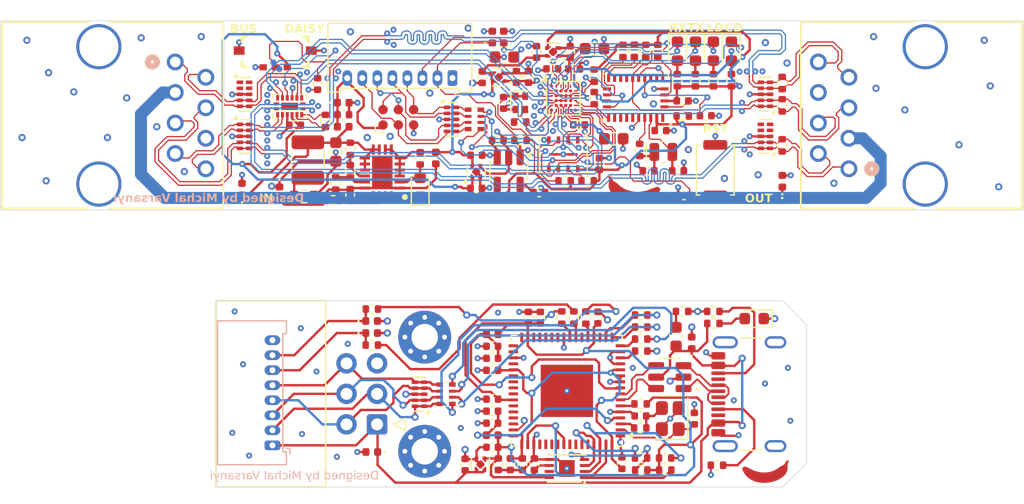
<source format=kicad_pcb>
(kicad_pcb (version 20241229) (generator "pcbnew") (generator_version "9.0")
  (layers (0 "F.Cu" signal) (2 "B.Cu" signal) (13 "F.Paste" user) (15 "B.Paste" user) (5 "F.SilkS" user "F.Silkscreen") (7 "B.SilkS" user "B.Silkscreen") (1 "F.Mask" user) (3 "B.Mask" user) (25 "Edge.Cuts" user))
  (net 0 "")
  (net 1 "/Connectivity/VOX_TX_P")
  (net 2 "/Connectivity/VOX_TX_N")
  (net 3 "GND")
  (net 4 "+1V2_CORE")
  (net 5 "+3V3")
  (net 6 "+5V")
  (net 7 "~{CRESET}")
  (net 8 "Net-(U101-DVDT)")
  (net 9 "+2V5_NVCM")
  (net 10 "/System/RX_LED")
  (net 11 "/Connectivity/ARCHITECTURE_SEL")
  (net 12 "/System/FLASH_MOSI_NOESD")
  (net 13 "/System/FLASH_MOSI")
  (net 14 "/System/FLASH_MISO")
  (net 15 "/System/CDONE")
  (net 16 "/System/LED")
  (net 17 "/System/FLASH_SCK")
  (net 18 "BNO_~{RST}")
  (net 19 "/System/TX_LED")
  (net 20 "/System/FLASH_~{CS}")
  (net 21 "Net-(U401-CAP)")
  (net 22 "BNO_SCL")
  (net 23 "/Connectivity/VOX_CLK_P")
  (net 24 "/Connectivity/VOX_RX_P")
  (net 25 "/Connectivity/VOX_TX_FPGA_P")
  (net 26 "/Connectivity/VOX_CLK_N")
  (net 27 "/Sensor/XIN32")
  (net 28 "Net-(D101-A)")
  (net 29 "Net-(D306-A)")
  (net 30 "Net-(D305-A)")
  (net 31 "Net-(D307-A)")
  (net 32 "/System/FLASH_MISO_NOESD")
  (net 33 "/eFuse/UVLO")
  (net 34 "/eFuse/OVP")
  (net 35 "/System/FLASH_SCK_NOESD")
  (net 36 "Net-(U101-ILIM)")
  (net 37 "/System/FLASH_~{CS}_NOESD")
  (net 38 "BNO_SDA")
  (net 39 "Net-(U401-~{BOOT})")
  (net 40 "/System/OSC_OUT")
  (net 41 "Net-(U401-SA0{slash}H_MOSI)")
  (net 42 "/Sensor/XOUT32")
  (net 43 "/Connectivity/VOX_RX_T_N")
  (net 44 "Net-(U401-ENV_SDA)")
  (net 45 "/Connectivity/VOX_RX_T_P")
  (net 46 "/Power/CT")
  (net 47 "Net-(U401-ENV_SCL)")
  (net 48 "12MHZ_CLK")
  (net 49 "/Sensor/XOUT32_INT")
  (net 50 "/Connectivity/VOX_RX_N")
  (net 51 "/Connectivity/VOX_TX_FPGA_N")
  (net 52 "/Connectivity/VOX_RX_OUT_N")
  (net 53 "/Connectivity/VOX_RX_OUT_P")
  (net 54 "/System/FLASH_~{HOLD}")
  (net 55 "/System/FLASH_~{WP}")
  (net 56 "Net-(D102-A)")
  (net 57 "VCCD")
  (net 58 "VCC")
  (net 59 "Net-(C101-Pad2)")
  (net 80 "/Programming/USB_D-")
  (net 81 "Net-(J103-CC2)")
  (net 82 "/Programming/FLASH_MOSI_NOESD")
  (net 83 "/Programming/FLASH_SCK_NOESD")
  (net 84 "/Programming/~{CR}")
  (net 85 "/Programming/FLASH_MISO_NOESD")
  (net 86 "/Programming/FLASH_~{CS}_NOESD")
  (net 87 "/Programming/CD")
  (net 88 "FLASH_MISO")
  (net 89 "/Programming/USB_D+")
  (net 90 "Net-(J103-CC1)")
  (net 91 "FLASH_SCK")
  (net 92 "FLASH_~{CS}")
  (net 93 "FLASH_MOSI")
  (net 94 "/FTDI/EEDATA")
  (net 95 "/FTDI/OSC_OUT")
  (net 96 "Net-(U202-DO)")
  (net 97 "CDONE")
  (net 98 "VBUS")
  (net 99 "FTDI_USB_D-")
  (net 100 "FTDI_USB_D+")
  (net 101 "Net-(D105-A)")
  (net 102 "Net-(U201-ADBUS2)")
  (net 103 "/FTDI/EECLK")
  (net 104 "Net-(U201-REF)")
  (net 105 "/FTDI/EECS")
  (net 106 "Net-(U201-ADBUS1)")
  (net 107 "Net-(U201-~{RESET})")
  (net 108 "Net-(U201-ADBUS6)")
  (net 109 "Net-(U201-ADBUS0)")
  (net 110 "Net-(U201-ADBUS4)")
  (net 111 "Net-(U201-ADBUS7)")
  (net 112 "/FTDI/OSC_IN")
  (net 113 "Net-(C206-Pad1)")
  (net 114 "+1V8")
  (net 115 "+3V3_VPLL")
  (net 116 "+3V3_VPHY")
  (footprint "Diode_SMD:D_0402_1005Metric" (layer "F.Cu") (at 143.92 94.59)
    (property "Reference" "D102" (hide yes))
    (property "Value" "TVS")
  )
  (footprint "Capacitor_SMD:C_0402_1005Metric" (layer "F.Cu") (at 156.455 106.51 -90)
    (property "Reference" "C213" (hide yes))
    (property "Value" "100n")
  )
  (footprint "Resistor_SMD:R_0402_1005Metric" (layer "F.Cu") (at 169.788799 77.5191)
    (property "Reference" "R405" (hide yes))
    (property "Value" "10k")
  )
  (footprint "Resistor_SMD:R_0402_1005Metric" (layer "F.Cu") (at 178.058799 76.6391 -90)
    (property "Reference" "R502" (hide yes))
    (property "Value" "0R")
  )
  (footprint "Capacitor_SMD:C_0402_1005Metric" (layer "F.Cu") (at 153.955 102.09 180)
    (property "Reference" "C202" (hide yes))
    (property "Value" "100n")
  )
  (footprint "Capacitor_SMD:C_0402_1005Metric" (layer "F.Cu") (at 142.138799 84.0941 90)
    (property "Reference" "C103" (hide yes))
    (property "Value" "1n")
  )
  (footprint "Inductor_SMD:L_0402_1005Metric" (layer "F.Cu") (at 153.955 95.69)
    (property "Reference" "FB202" (hide yes))
    (property "Value" "600R")
  )
  (footprint "Resistor_SMD:R_0402_1005Metric" (layer "F.Cu") (at 170.838799 74.5491 90)
    (property "Reference" "R308" (hide yes))
    (property "Value" "510R")
  )
  (footprint "Custom_VoxLink_Footprints:U-PDFN-8" (layer "F.Cu") (at 159.858799 80.7191 -90)
    (property "Reference" "U305" (hide yes))
    (property "Value" "N25Q032A")
  )
  (footprint "TPS25942ARVCR:QFN50P300X400X80-21N" (layer "F.Cu") (at 144.808799 82.2691 180)
    (property "Reference" "U101" (hide yes))
    (property "Value" "TPS25942ARVCR" (hide yes))
  )
  (footprint "MountingHole:MountingHole_2.2mm_M2_Pad_Via" (layer "F.Cu") (at 148.335 105.43)
    (property "Reference" "H102" (hide yes))
    (property "Value" "M2")
  )
  (footprint "Capacitor_SMD:C_0402_1005Metric" (layer "F.Cu") (at 137.554872 78.2891 180)
    (property "Reference" "C501" (hide yes))
    (property "Value" "100n")
  )
  (footprint "Capacitor_SMD:C_0402_1005Metric" (layer "F.Cu") (at 152.618799 83.5391)
    (property "Reference" "C206" (hide yes))
    (property "Value" "1u")
  )
  (footprint "Capacitor_SMD:C_0402_1005Metric" (layer "F.Cu") (at 160.758799 73.6091)
    (property "Reference" "C214" (hide yes))
    (property "Value" "100n")
  )
  (footprint "Diode_SMD:D_0402_1005Metric" (layer "F.Cu") (at 133.144872 83.6191 90)
    (property "Reference" "D501" (hide yes))
    (property "Value" "TVS")
  )
  (footprint "Resistor_SMD:R_0402_1005Metric" (layer "F.Cu") (at 178.058799 79.9691 -90)
    (property "Reference" "R504" (hide yes))
    (property "Value" "0R")
  )
  (footprint "Capacitor_SMD:C_0603_1608Metric" (layer "F.Cu") (at 140.944872 80.5191 -90)
    (property "Reference" "C102" (hide yes))
    (property "Value" "100n")
  )
  (footprint "Capacitor_SMD:C_0402_1005Metric" (layer "F.Cu") (at 153.955 98.69 180)
    (property "Reference" "C215" (hide yes))
    (property "Value" "100n")
  )
  (footprint "Resistor_SMD:R_0402_1005Metric" (layer "F.Cu") (at 142.144872 80.2591 90)
    (property "Reference" "R102" (hide yes))
    (property "Value" "422k")
  )
  (footprint "Diode_SMD:D_0402_1005Metric" (layer "F.Cu") (at 143.935 105.49 180)
    (property "Reference" "D101" (hide yes))
    (property "Value" "TVS")
  )
  (footprint "Custom_VoxLink_Footprints:USON-10_2.5x1.0mm_P0.5mm__Reduced_Paste" (layer "F.Cu") (at 133.343799 75.7191)
    (property "Reference" "U502" (hide yes))
    (property "Value" "TPD4E02B04")
  )
  (footprint "Custom_VoxLink_Footprints:USON-10_2.5x1.0mm_P0.5mm__Reduced_Paste" (layer "F.Cu") (at 150.558799 77.8061)
    (property "Reference" "U302" (hide yes))
    (property "Value" "TPD4E02B04")
  )
  (footprint "Resistor_SMD:R_0402_1005Metric" (layer "F.Cu") (at 156.298799 79.5491 180)
    (property "Reference" "R201" (hide yes))
    (property "Value" "10k")
  )
  (footprint "Resistor_SMD:R_0402_1005Metric" (layer "F.Cu") (at 156.278799 78.0291 180)
    (property "Reference" "R302" (hide yes))
    (property "Value" "22R")
  )
  (footprint "Resistor_SMD:R_0402_1005Metric" (layer "F.Cu") (at 166.335 95.09)
    (property "Reference" "R209" (hide yes))
    (property "Value" "R")
  )
  (footprint "LED_SMD:LED_0603_1608Metric" (layer "F.Cu") (at 175.735 94.39 180)
    (property "Reference" "D105" (hide yes))
    (property "Value" "LED")
  )
  (footprint "Diode_SMD:D_0402_1005Metric" (layer "F.Cu") (at 154.908799 70.9541 90)
    (property "Reference" "D303" (hide yes))
    (property "Value" "TVS")
  )
  (footprint "Resistor_SMD:R_0402_1005Metric" (layer "F.Cu") (at 166.208799 80.3491 -90)
    (property "Reference" "R408" (hide yes))
    (property "Value" "22R")
  )
  (footprint "Resistor_SMD:R_0402_1005Metric" (layer "F.Cu") (at 172.338799 74.5491 90)
    (property "Reference" "R306" (hide yes))
    (property "Value" "510R")
  )
  (footprint "Diode_SMD:D_0402_1005Metric" (layer "F.Cu") (at 153.958799 70.9541 90)
    (property "Reference" "D304" (hide yes))
    (property "Value" "TVS")
  )
  (footprint "Crystal:Crystal_SMD_2520-4Pin_2.5x2.0mm" (layer "F.Cu") (at 168.755 102.71 90)
    (property "Reference" "Y201" (hide yes))
    (property "Value" "16MHz")
  )
  (footprint "Custom_VoxLink_Footprints:USON-10_2.5x1.0mm_P0.5mm__Reduced_Paste" (layer "F.Cu") (at 176.6759 75.7191 180)
    (property "Reference" "U503" (hide yes))
    (property "Value" "TPD4E02B04")
  )
  (footprint "Package_DFN_QFN:QFN-64-1EP_9x9mm_P0.5mm_EP4.35x4.35mm" (layer "F.Cu") (at 160.155 100.4 180)
    (property "Reference" "U201" (hide yes))
    (property "Value" "FT2232HQ")
  )
  (footprint "Capacitor_SMD:C_0402_1005Metric" (layer "F.Cu") (at 164.735 106.41 90)
    (property "Reference" "C214" (hide yes))
    (property "Value" "100n")
  )
  (footprint "Package_SON:Texas_X2SON-4_1x1mm_P0.65mm" (layer "F.Cu") (at 159.003799 72.1941 180)
    (property "Reference" "U202" (hide yes))
    (property "Value" "TPS7A20L_2V2")
  )
  (footprint "Capacitor_SMD:C_0402_1005Metric" (layer "F.Cu") (at 153.118799 74.2941 -90)
    (property "Reference" "C201" (hide yes))
    (property "Value" "1u")
  )
  (footprint "Resistor_SMD:R_0402_1005Metric" (layer "F.Cu") (at 165.768799 72.0991 -90)
    (property "Reference" "R404" (hide yes))
    (property "Value" "10k")
  )
  (footprint "Capacitor_SMD:C_0402_1005Metric" (layer "F.Cu") (at 153.955 103.09 180)
    (property "Reference" "C201" (hide yes))
    (property "Value" "4u7")
  )
  (footprint "Capacitor_SMD:C_0603_1608Metric" (layer "F.Cu") (at 154.958799 72.6191 180)
    (property "Reference" "C209" (hide yes))
    (property "Value" "4u7")
  )
  (footprint "Resistor_SMD:R_0402_1005Metric" (layer "F.Cu") (at 169.338799 74.5491 90)
    (property "Reference" "R307" (hide yes))
    (property "Value" "510R")
  )
  (footprint "Capacitor_SMD:C_0402_1005Metric" (layer "F.Cu") (at 166.948799 82.0791 180)
    (property "Reference" "C405" (hide yes))
    (property "Value" "15pF")
  )
  (footprint "Resistor_SMD:R_0402_1005Metric" (layer "F.Cu") (at 178.058799 74.7791 -90)
    (property "Reference" "R503" (hide yes))
    (property "Value" "0R")
  )
  (footprint "Oscillator:Oscillator_SMD_Abracon_ASCO-4Pin_1.6x1.2mm" (layer "F.Cu") (at 156.288799 76.4291)
    (property "Reference" "Y301" (hide yes))
    (property "Value" "ASCO")
  )
  (footprint "Capacitor_SMD:C_0402_1005Metric" (layer "F.Cu") (at 160.433799 72.1941 90)
    (property "Reference" "C204" (hide yes))
    (property "Value" "1u")
  )
  (footprint "Capacitor_SMD:C_0402_1005Metric" (layer "F.Cu") (at 167.938799 78.7391)
    (property "Reference" "C401" (hide yes))
    (property "Value" "100n")
  )
  (footprint "Capacitor_SMD:C_0402_1005Metric" (layer "F.Cu") (at 139.428799 74.8591 -90)
    (property "Reference" "C502" (hide yes))
    (property "Value" "100n")
  )
  (footprint "Resistor_SMD:R_0603_1608Metric" (layer "F.Cu") (at 138.303799 84.2191 180)
    (property "Reference" "R101" (hide yes))
    (property "Value" "1R")
  )
  (footprint "Resistor_SMD:R_0402_1005Metric" (layer "F.Cu") (at 172.335 93.79)
    (property "Reference" "R105" (hide yes))
    (property "Value" "5k1")
  )
  (footprint "Capacitor_SMD:C_0402_1005Metric" (layer "F.Cu") (at 169.888799 84.1291 180)
    (property "Reference" "C304" (hide yes))
    (property "Value" "100n")
  )
  (footprint "Package_SON:Texas_X2SON-4_1x1mm_P0.65mm" (layer "F.Cu") (at 152.623799 82.1691 90)
    (property "Reference" "U203" (hide yes))
    (property "Value" "TPS7A20L_3V3")
  )
  (footprint "Resistor_SMD:R_0402_1005Metric" (layer "F.Cu") (at 147.958799 81.0491 90)
    (property "Reference" "R105" (hide yes))
    (property "Value" "1k")
  )
  (footprint "Capacitor_SMD:C_0402_1005Metric" (layer "F.Cu") (at 166.275 102.49 180)
    (property "Reference" "C206" (hide yes))
    (property "Value" "10p")
  )
  (footprint "Resistor_SMD:R_0402_1005Metric" (layer "F.Cu") (at 159.735 94.3 90)
    (property "Reference" "R213" (hide yes))
    (property "Value" "R")
  )
  (footprint "Capacitor_SMD:C_0402_1005Metric" (layer "F.Cu") (at 141.563799 77.4191)
    (property "Reference" "C301" (hide yes))
    (property "Value" "100n")
  )
  (footprint "Capacitor_SMD:C_0402_1005Metric" (layer "F.Cu") (at 154.416299 79.5466 180)
    (property "Reference" "C207" (hide yes))
    (property "Value" "100n")
  )
  (footprint "Package_TO_SOT_SMD:SOT-23-5" (layer "F.Cu") (at 155.318799 82.0966 -90)
    (property "Reference" "U204" (hide yes))
    (property "Value" "TLV840")
  )
  (footprint "Resistor_SMD:R_0402_1005Metric" (layer "F.Cu") (at 168.325 105.99 180)
    (property "Reference" "R204" (hide yes))
    (property "Value" "10k")
  )
  (footprint "Capacitor_SMD:C_0402_1005Metric" (layer "F.Cu") (at 153.955 96.69 180)
    (property "Reference" "C203" (hide yes))
    (property "Value" "4u7")
  )
  (footprint "Capacitor_SMD:C_0402_1005Metric" (layer "F.Cu") (at 151.695 106.54 90)
    (property "Reference" "C102" (hide yes))
    (property "Value" "100n")
  )
  (footprint "Package_SON:Texas_X2SON-4_1x1mm_P0.65mm" (layer "F.Cu") (at 152.97 106.52 -90)
    (property "Reference" "U102" (hide yes))
    (property "Value" "TPS7A20L_3V3")
  )
  (footprint "Connector_USB:USB_C_Receptacle_GCT_USB4105-xx-A_16P_TopMnt_Horizontal" (layer "F.Cu") (at 176.425 100.68 90)
    (property "Reference" "J103" (hide yes))
    (property "Value" "USB_C_USB2.0")
  )
  (footprint "Resistor_SMD:R_0402_1005Metric" (layer "F.Cu") (at 172.335 94.79 180)
    (property "Reference" "R107" (hide yes))
    (property "Value" "1k")
  )
  (footprint "Diode_SMD:D_0402_1005Metric" (layer "F.Cu") (at 178.068799 82.9541 90)
    (property "Reference" "D502" (hide yes))
    (property "Value" "TVS")
  )
  (footprint "Custom_VoxLink_Footprints:ICE40UL1K_UCBGA-36" (layer "F.Cu") (at 159.868799 76.0391)
    (property "Reference" "U301" (hide yes))
    (property "Value" "ICE40UL1K-CM36AI")
  )
  (footprint "Inductor_SMD:L_0402_1005Metric" (layer "F.Cu") (at 153.955 104.09)
    (property "Reference" "FB201" (hide yes))
    (property "Value" "600R")
  )
  (footprint "Resistor_SMD:R_0402_1005Metric" (layer "F.Cu") (at 168.335 106.99 180)
    (property "Reference" "R203" (hide yes))
    (property "Value" "10k")
  )
  (footprint "Capacitor_SMD:C_0402_1005Metric" (layer "F.Cu") (at 154.888799 76.4291 -90)
    (property "Reference" "C303" (hide yes))
    (property "Value" "100n")
  )
  (footprint "Resistor_SMD:R_0402_1005Metric" (layer "F.Cu") (at 161.878799 82.9191 180)
    (property "Reference" "R305" (hide yes))
    (property "Value" "10k")
  )
  (footprint "rj45_molex_unshielded:CONN_855035-101_MOL" (layer "F.Cu") (at 183.605799 81.919 90)
    (property "Reference" "J502" (hide yes))
    (property "Value" "RJ45_Output")
  )
  (footprint "Resistor_SMD:R_0402_1005Metric" (layer "F.Cu") (at 166.335 97.09 180)
    (property "Reference" "R206" (hide yes))
    (property "Value" "12k")
  )
  (footprint "LED_SMD:LED_0603_1608Metric" (layer "F.Cu") (at 169.348799 72.1266 -90)
    (property "Reference" "D306" (hide yes))
    (property "Value" "RX")
  )
  (footprint "Resistor_SMD:R_0402_1005Metric" (layer "F.Cu") (at 143.945 93.59)
    (property "Reference" "R103" (hide yes))
    (property "Value" "22R")
  )
  (footprint "Package_DFN_QFN:TDFN-8-1EP_3x2mm_P0.5mm_EP1.3x1.4mm" (layer "F.Cu") (at 160.155 106.86 180)
    (property "Reference" "U202" (hide yes))
    (property "Value" "93LC56B")
  )
  (footprint "Capacitor_SMD:C_0603_1608Metric" (layer "F.Cu") (at 162.458799 71.9191)
    (property "Reference" "C213" (hide yes))
    (property "Value" "4u7")
  )
  (footprint "Resistor_SMD:R_0402_1005Metric" (layer "F.Cu") (at 173.838799 74.5491 90)
    (property "Reference" "R303" (hide yes))
    (property "Value" "510R")
  )
  (footprint "Custom_VoxLink_Footprints:EXBN8V101JX" (layer "F.Cu") (at 152.473799 77.8061 90)
    (property "Reference" "R301" (hide yes))
    (property "Value" "4x22R" (hide yes))
  )
  (footprint "Capacitor_SMD:C_0402_1005Metric" (layer "F.Cu") (at 169.398799 82.0791)
    (property "Reference" "C404" (hide yes))
    (property "Value" "15pF")
  )
  (footprint "Resistor_SMD:R_0402_1005Metric" (layer "F.Cu") (at 166.325 105.99 180)
    (property "Reference" "R202" (hide yes))
    (property "Value" "2k2")
  )
  (footprint "Connector_IDC:IDC-Header_2x03_P2.54mm_Horizontal" (layer "F.Cu") (at 144.375 103.19 180)
    (property "Reference" "J101" (hide yes))
    (property "Value" "IDC Connector")
  )
  (footprint "Resistor_SMD:R_0402_1005Metric" (layer "F.Cu") (at 161.735 94.3 90)
    (property "Reference" "R211" (hide yes))
    (property "Value" "R")
  )
  (footprint "Capacitor_SMD:C_0402_1005Metric" (layer "F.Cu") (at 170.755 102.71 90)
    (property "Reference" "C205" (hide yes))
    (property "Value" "10p")
  )
  (footprint "Package_TO_SOT_SMD:SOT-23-6" (layer "F.Cu") (at 168.7175 99.26 180)
    (property "Reference" "U103" (hide yes))
    (property "Value" "USBLC6-2SC6")
  )
  (footprint "Diode_SMD:D_0402_1005Metric" (layer "F.Cu") (at 170.535 96.405 90)
    (property "Reference" "D104" (hide yes))
    (property "Value" "TVS")
  )
  (footprint "Capacitor_SMD:C_0402_1005Metric" (layer "F.Cu") (at 154.455 106.51 -90)
    (property "Reference" "C211" (hide yes))
    (property "Value" "100n")
  )
  (footprint "Button_Switch_SMD:SW_Push_SPST_NO_Alps_SKRK" (layer "F.Cu") (at 172.498799 82.0291 90)
    (property "Reference" "SW301" (hide yes))
    (property "Value" "Reset")
  )
  (footprint "MountingHole:MountingHole_2.2mm_M2_Pad_Via" (layer "F.Cu") (at 148.335 95.93)
    (property "Reference" "H101" (hide yes))
    (property "Value" "M2")
  )
  (footprint "Custom_VoxLink_Footprints:SSAJ110100_1" (layer "F.Cu") (at 133.158799 70.9401 180)
    (property "Reference" "SW501" (hide yes))
    (property "Value" "Slide Switch" (hide yes))
  )
  (footprint "Diode_SMD:D_0402_1005Metric" (layer "F.Cu") (at 141.558799 76.4166)
    (property "Reference" "D301" (hide yes))
    (property "Value" "TVS")
  )
  (footprint "Diode_SMD:D_0402_1005Metric" (layer "F.Cu") (at 136.258799 83.9191 -90)
    (property "Reference" "D102" (hide yes))
    (property "Value" "Schottky")
  )
  (footprint "Resistor_SMD:R_0402_1005Metric" (layer "F.Cu") (at 166.285 101.49 180)
    (property "Reference" "R207" (hide yes))
    (property "Value" "1k")
  )
  (footprint "Package_SON:Texas_X2SON-4_1x1mm_P0.65mm" (layer "F.Cu") (at 154.488799 74.2941 180)
    (property "Reference" "U201" (hide yes))
    (property "Value" "TPS7A20L_1V2")
  )
  (footprint "Resistor_SMD:R_0402_1005Metric" (layer "F.Cu") (at 166.335 106.99)
    (property "Reference" "R205" (hide yes))
    (property "Value" "10k")
  )
  (footprint "Capacitor_SMD:C_0402_1005Metric" (layer "F.Cu") (at 157.633799 72.1941 90)
    (property "Reference" "C203" (hide yes))
    (property "Value" "1u")
  )
  (footprint "Resistor_SMD:R_0402_1005Metric" (layer "F.Cu") (at 142.148799 82.1191 90)
    (property "Reference" "R103" (hide yes))
    (property "Value" "25k5")
  )
  (footprint "Capacitor_SMD:C_0603_1608Metric" (layer "F.Cu") (at 164.058799 79.4191)
    (property "Reference" "C215" (hide yes))
    (property "Value" "4u7")
  )
  (footprint "Capacitor_SMD:C_0402_1005Metric" (layer "F.Cu") (at 155.958799 74.2691 90)
    (property "Reference" "C202" (hide yes))
    (property "Value" "1u")
  )
  (footprint "Resistor_SMD:R_0402_1005Metric" (layer "F.Cu") (at 166.718799 72.1091 -90)
    (property "Reference" "R407" (hide yes))
    (property "Value" "4k7")
  )
  (footprint "LOGO" (layer "F.Cu") (at 176.841653 106.633092 -35)
    (property "Reference" "G***" (hide yes))
    (property "Value" "LOGO" (hide yes))
  )
  (footprint "Capacitor_SMD:C_1210_3225Metric" (layer "F.Cu") (at 138.618799 81.1891 -90)
    (property "Reference" "C101" (hide yes))
    (property "Value" "2u2")
  )
  (footprint "Capacitor_SMD:C_0402_1005Metric" (layer "F.Cu") (at 162.735 94.3 90)
    (property "Reference" "C210" (hide yes))
    (property "Value" "100n")
  )
  (footprint "Resistor_SMD:R_0402_1005Metric" (layer "F.Cu") (at 162.428799 76.0391 -90)
    (property "Reference" "R401" (hide yes))
    (property "Value" "4k7")
  )
  (footprint "LED_SMD:LED_0603_1608Metric" (layer "F.Cu") (at 147.958799 83.4616 90)
    (property "Reference" "D101" (hide yes))
    (property "Value" "LED")
  )
  (footprint "LED_SMD:LED_0603_1608Metric" (layer "F.Cu") (at 173.838799 72.1266 -90)
    (property "Reference" "D308" (hide yes))
    (property "Value" "LED")
  )
  (footprint "Diode_SMD:D_0402_1005Metric" (layer "F.Cu") (at 143.92 95.59)
    (property "Reference" "D103" (hide yes))
    (property "Value" "TVS")
  )
  (footprint "Capacitor_SMD:C_0402_1005Metric" (layer "F.Cu") (at 155.455 106.51 -90)
    (property "Reference" "C12" (hide yes))
    (property "Value" "4u7")
  )
  (footprint "Capacitor_SMD:C_0402_1005Metric" (layer "F.Cu") (at 157.858799 83.8791)
    (property "Reference" "C208" (hide yes))
    (property "Value" "33n")
  )
  (footprint "Capacitor_SMD:C_0402_1005Metric" (layer "F.Cu") (at 153.955 105.09 180)
    (property "Reference" "C103" (hide yes))
    (property "Value" "1u")
  )
  (footprint "Resistor_SMD:R_0402_1005Metric" (layer "F.Cu") (at 140.078799 77.9391 90)
    (property "Reference" "R501" (hide yes))
    (property "Value" "0R")
  )
  (footprint "Custom_VoxLink_Footprints:USON-10_2.5x1.0mm_P0.5mm__Reduced_Paste" (layer "F.Cu") (at 147.92 100.68 180)
    (property "Reference" "U1" (hide yes))
    (property "Value" "TPD4E02B04")
  )
  (footprint "Resistor_SMD:R_0402_1005Metric" (layer "F.Cu") (at 169.735 93.79 180)
    (property "Reference" "R106" (hide yes))
    (property "Value" "1R")
  )
  (footprint "Diode_SMD:D_0402_1005Metric" (layer "F.Cu") (at 149.258799 81.0191 -90)
    (property "Reference" "D103" (hide yes))
    (property "Value" "Schottky")
  )
  (footprint "Resistor_SMD:R_0402_1005Metric" (layer "F.Cu") (at 166.335 96.09)
    (property "Reference" "R208" (hide yes))
    (property "Value" "0R")
  )
  (footprint "Resistor_SMD:R_0402_1005Metric" (layer "F.Cu") (at 160.735 94.3 90)
    (property "Reference" "R212" (hide yes))
    (property "Value" "R")
  )
  (footprint "Capacitor_SMD:C_0402_1005Metric" (layer "F.Cu") (at 161.168799 78.2591)
    (property "Reference" "C217" (hide yes))
    (property "Value" "100n")
  )
  (footprint "Capacitor_SMD:C_0402_1005Metric" (layer "F.Cu") (at 152.628799 80.7891)
    (property "Reference" "C205" (hide yes))
    (property "Value" "1u")
  )
  (footprint "Capacitor_SMD:C_0402_1005Metric" (layer "F.Cu") (at 171.698799 77.4991)
    (property "Reference" "C403" (hide yes))
    (property "Value" "100n")
  )
  (footprint "Custom_VoxLink_Footprints:USON-10_2.5x1.0mm_P0.5mm__Reduced_Paste" (layer "F.Cu") (at 176.6759 79.2191 180)
    (property "Reference" "U504" (hide yes))
    (property "Value" "TPD4E02B04")
  )
  (footprint "Capacitor_SMD:C_0603_1608Metric" (layer "F.Cu") (at 169.235 95.89 90)
    (property "Reference" "C101" (hide yes))
    (property "Value" "2u2")
  )
  (footprint "Capacitor_SMD:C_0402_1005Metric" (layer "F.Cu") (at 156.958799 74.2691 90)
    (property "Reference" "C210" (hide yes))
    (property "Value" "100n")
  )
  (footprint "Custom_VoxLink_Footprints:HUQFN-16" (layer "F.Cu") (at 137.108799 76.7191 90)
    (property "Reference" "U505" (hide yes))
    (property "Value" "CBTU02044")
  )
  (footprint "Package_LGA:LGA-28_5.2x3.8mm_P0.5mm" (layer "F.Cu") (at 165.878799 76.0191 180)
    (property "Reference" "U401" (hide yes))
    (property "Value" "BNO086")
  )
  (footprint "Resistor_SMD:R_0402_1005Metric" (layer "F.Cu") (at 167.718799 72.1091 -90)
    (property "Reference" "R403" (hide yes))
    (property "Value" "10k")
  )
  (footprint "LED_SMD:LED_0603_1608Metric" (layer "F.Cu") (at 170.848799 72.1266 -90)
    (property "Reference" "D307" (hide yes))
    (property "Value" "TX")
  )
  (footprint "Crystal:Crystal_SMD_MicroCrystal_CC8V-T1A-2Pin_2.0x1.2mm" (layer "F.Cu") (at 168.178799 80.5191)
    (property "Reference" "Y401" (hide yes))
    (property "Value" "32.768 kHz")
  )
  (footprint "Resistor_SMD:R_0402_1005Metric" (layer "F.Cu") (at 159.968799 82.9191 180)
    (property "Reference" "R304" (hide yes))
    (property "Value" "10k")
  )
  (footprint "Capacitor_SMD:C_0402_1005Metric" (layer "F.Cu") (at 157.955 94.31 90)
    (property "Reference" "C207" (hide yes))
    (property "Value" "4u7")
  )
  (footprint "Resistor_SMD:R_0402_1005Metric" (layer "F.Cu") (at 164.818799 72.1091 -90)
    (property "Reference" "R406" (hide yes))
    (property "Value" "4k7")
  )
  (footprint "LOGO" (layer "F.Cu") (at 165.658799 84.2191 30)
    (property "Reference" "G***" (hide yes))
    (property "Value" "LOGO" (hide yes))
  )
  (footprint "Resistor_SMD:R_0402_1005Metric" (layer "F.Cu") (at 140.938799 83.1341 90)
    (property "Reference" "R104" (hide yes))
    (property "Value" "100k")
  )
  (footprint "Resistor_SMD:R_0402_1005Metric" (layer "F.Cu") (at 166.255 103.49)
    (property "Reference" "R201" (hide yes))
    (property "Value" "22R")
  )
  (footprint "Resistor_SMD:R_0402_1005Metric" (layer "F.Cu") (at 162.428799 74.1691 -90)
    (property "Reference" "R402" (hide yes))
    (property "Value" "4k7")
  )
  (footprint "rj45_molex_unshielded:CONN_855035-101_MOL" (layer "F.Cu") (at 127.5939 73.029 -90)
    (property "Reference" "J501" (hide yes))
    (property "Value" "RJ45_Input")
  )
  (footprint "Capacitor_SMD:C_0402_1005Metric" (layer "F.Cu") (at 158.938799 73.5991 180)
    (property "Reference" "C216" (hide yes))
    (property "Value" "100n")
  )
  (footprint "Capacitor_SMD:C_0402_1005Metric" (layer "F.Cu") (at 157.455 106.51 90)
    (property "Reference" "C216" (hide yes))
    (property "Value" "100n")
  )
  (footprint "Custom_VoxLink_Footprints:USON-10_2.5x1.0mm_P0.5mm__Reduced_Paste" (layer "F.Cu") (at 133.343799 79.2191)
    (property "Reference" "U501" (hide yes))
    (property "Value" "TPD4E02B04")
  )
  (footprint "Capacitor_SMD:C_0402_1005Metric" (layer "F.Cu") (at 156.955 94.31 90)
    (property "Reference" "C209" (hide yes))
    (property "Value" "100n")
  )
  (footprint "Capacitor_SMD:C_0402_1005Metric" (layer "F.Cu") (at 169.778799 76.2691)
    (property "Reference" "C402" (hide yes))
    (property "Value" "100n")
  )
  (footprint "Resistor_SMD:R_0402_1005Metric" (layer "F.Cu") (at 172.635 106.59)
    (property "Reference" "R104" (hide yes))
    (property "Value" "5k1")
  )
  (footprint "Resistor_SMD:R_0402_1005Metric" (layer "F.Cu") (at 140.718799 84.5341)
    (property "Reference" "R106" (hide yes))
    (property "Value" "150k")
  )
  (footprint "Connector:Tag-Connect_TC2030-IDC-NL_2x03_P1.27mm_Vertical" (layer "F.Cu") (at 146.144872 77.6341)
    (property "Reference" "J301" (hide yes))
    (property "Value" "TC2030-NL")
  )
  (footprint "Capacitor_SMD:C_0402_1005Metric" (layer "F.Cu") (at 153.955 101.09 180)
    (property "Reference" "C208" (hide yes))
    (property "Value" "100n")
  )
  (footprint "Diode_SMD:D_0402_1005Metric" (layer "F.Cu") (at 141.559872 78.4191 180)
    (property "Reference" "D302" (hide yes))
    (property "Value" "Schottky")
  )
  (footprint "Capacitor_SMD:C_0402_1005Metric" (layer "F.Cu") (at 153.955 97.69 180)
    (property "Reference" "C204" (hide yes))
    (property "Value" "100n")
  )
  (footprint "Connector_Molex:Molex_PicoBlade_53048-0810_1x08_P1.25mm_Horizontal" (layer "F.Cu") (at 150.644872 74.3691 180)
    (property "Reference" "J302" (hide yes))
    (property "Value" "PicoBlade")
  )
  (footprint "Resistor_SMD:R_0402_1005Metric" (layer "F.Cu") (at 143.935 96.59)
    (property "Reference" "R102" (hide yes))
    (property "Value" "22R")
  )
  (footprint "Resistor_SMD:R_0402_1005Metric" (layer "F.Cu") (at 166.335 94.09)
    (property "Reference" "R210" (hide yes))
    (property "Value" "R")
  )
  (footprint "LED_SMD:LED_0603_1608Metric" (layer "F.Cu") (at 172.338799 72.1266 -90)
    (property "Reference" "D305" (hide yes))
    (property "Value" "LED")
  )
  (footprint "Capacitor_SMD:C_0402_1005Metric" (layer "F.Cu") (at 162.858799 81.5191 90)
    (property "Reference" "C302" (hide yes))
    (property "Value" "100n")
  )
  (footprint "Custom_VoxLink_Footprints:EXBN8V101JX" (layer "F.Cu") (at 150.11 100.68 90)
    (property "Reference" "R101" (hide yes))
    (property "Value" "4x22R" (hide yes))
  )
  (footprint "Connector_Molex:Molex_PicoBlade_53048-0810_1x08_P1.25mm_Horizontal" (layer "B.Cu") (at 135.675 104.935 90)
    (property "Reference" "J102" (hide yes))
    (property "Value" "PicoBlade")
  )
  (footprint "Custom_VoxLink_Footprints:Vox_Testpoint" (layer "B.Cu") (at 136.258799 73.6191 180)
    (property "Reference" "TP501" (hide yes))
    (property "Value" "TestPoint")
  )
  (footprint "Custom_VoxLink_Footprints:Vox_Testpoint" (layer "B.Cu") (at 135.758799 73.0691 180)
    (property "Reference" "TP502" (hide yes))
    (property "Value" "TestPoint")
  )
  (gr_line (start 113.099699 85.348) (end 198.1 85.348) (stroke (width 0.05)) (layer "Edge.Cuts"))
  (gr_line (start 180.1 94.93) (end 180.1 106.43) (stroke (width 0.05)) (layer "Edge.Cuts"))
  (gr_line (start 130.985 108.4) (end 130.985 92.9) (stroke (width 0.05)) (layer "Edge.Cuts"))
  (gr_line (start 198.1 69.6) (end 113.099699 69.6) (stroke (width 0.05)) (layer "Edge.Cuts"))
  (gr_line (start 130.985 92.9) (end 178.1 92.9) (stroke (width 0.05)) (layer "Edge.Cuts"))
  (gr_line (start 180.1 94.93) (end 178.1 92.9) (stroke (width 0.05)) (layer "Edge.Cuts"))
  (gr_line (start 198.1 69.6) (end 198.1 85.348) (stroke (width 0.05)) (layer "Edge.Cuts"))
  (gr_line (start 130.985 108.4) (end 178.1 108.4) (stroke (width 0.05)) (layer "Edge.Cuts"))
  (gr_line (start 113.099699 69.6) (end 113.099699 85.348) (stroke (width 0.05)) (layer "Edge.Cuts"))
  (gr_line (start 180.1 106.43) (end 178.1 108.4) (stroke (width 0.05)) (layer "Edge.Cuts"))
  (gr_text "RX" (at 168.618799 70.6466 0) (layer "F.SilkS") (effects (font (size 0.7 0.7) (thickness 0.175) (bold yes)) (justify left bottom)))
  (gr_text "IN" (at 134.558799 84.8191 0) (layer "F.SilkS") (effects (font (size 0.7 0.7) (thickness 0.175) (bold yes)) (justify left bottom)))
  (gr_text "CD" (at 173.258799 70.6191 0) (layer "F.SilkS") (effects (font (size 0.7 0.7) (thickness 0.175) (bold yes)) (justify left bottom)))
  (gr_text "RST" (at 171.458799 79.0191 0) (layer "F.SilkS") (effects (font (size 0.7 0.7) (thickness 0.175) (bold yes)) (justify left bottom)))
  (gr_text "LD" (at 171.758799 70.6191 0) (layer "F.SilkS") (effects (font (size 0.7 0.7) (thickness 0.175) (bold yes)) (justify left bottom)))
  (gr_text "DAISY" (at 136.658799 70.7191 0) (layer "F.SilkS") (effects (font (size 0.7 0.7) (thickness 0.175) (bold yes)) (justify left bottom)))
  (gr_text "OUT" (at 174.958799 84.8191 0) (layer "F.SilkS") (effects (font (size 0.7 0.7) (thickness 0.175) (bold yes)) (justify left bottom)))
  (gr_text "TX" (at 170.158799 70.6191 0) (layer "F.SilkS") (effects (font (size 0.7 0.7) (thickness 0.175) (bold yes)) (justify left bottom)))
  (gr_text "BUS" (at 132.158799 70.7191 0) (layer "F.SilkS") (effects (font (size 0.7 0.7) (thickness 0.175) (bold yes)) (justify left bottom)))
  (gr_text "Designed by Michal Varsanyi" (at 138.308799 84.7966 0) (layer "B.SilkS") (effects (font (size 0.7 0.7) (thickness 0.175) (bold yes)) (justify left bottom mirror)))
  (gr_text "Designed by Michal Varsanyi" (at 144.535 107.89 0) (layer "B.SilkS") (effects (font (size 0.7 0.7) (thickness 0.0875)) (justify left bottom mirror)))
  (segment (start 175.319229 74.279539) (end 175.319229 74.016658) (width 0.1) (layer "F.Cu") (net 1))
  (segment (start 136.458799 77.806601) (end 136.458799 78.101232) (width 0.1) (layer "F.Cu") (net 1))
  (segment (start 140.948799 74.3891) (end 140.7488 74.189101) (width 0.1) (layer "F.Cu") (net 1))
  (segment (start 175.31923 74.711663) (end 175.31923 74.27954) (width 0.1) (layer "F.Cu") (net 1))
  (segment (start 140.7488 73.633361) (end 143.23306 71.149101) (width 0.1) (layer "F.Cu") (net 1))
  (segment (start 178.468799 74.9291) (end 178.860931 74.9291) (width 0.1) (layer "F.Cu") (net 1))
  (segment (start 135.791071 78.76896) (end 135.444871 78.76896) (width 0.1) (layer "F.Cu") (net 1))
  (segment (start 135.444871 78.76896) (end 135.244872 78.968959) (width 0.1) (layer "F.Cu") (net 1))
  (segment (start 129.508799 81.9191) (end 129.508899 81.919) (width 0.1) (layer "F.Cu") (net 1))
  (segment (start 181.064865 73.113034) (end 181.058799 73.1191) (width 0.1) (layer "F.Cu") (net 1))
  (segment (start 143.23306 71.149101) (end 145.0188 71.149101) (width 0.1) (layer "F.Cu") (net 1))
  (segment (start 178.860931 74.9291) (end 179.508799 74.281232) (width 0.1) (layer "F.Cu") (net 1))
  (segment (start 175.319229 74.016658) (end 175.11923 73.816659) (width 0.1) (layer "F.Cu") (net 1))
  (segment (start 179.508799 72.47657) (end 180.316269 71.6691) (width 0.1) (layer "F.Cu") (net 1))
  (segment (start 129.014865 81.175166) (end 129.014865 81.425166) (width 0.1) (layer "F.Cu") (net 1))
  (segment (start 182.452733 73.113034) (end 181.064865 73.113034) (width 0.1) (layer "F.Cu") (net 1))
  (segment (start 175.726667 75.1191) (end 176.0659 75.1191) (width 0.1) (layer "F.Cu") (net 1))
  (segment (start 135.044872 78.768959) (end 134.59197 78.768959) (width 0.1) (layer "F.Cu") (net 1))
  (segment (start 132.546298 78.7191) (end 132.446298 78.6191) (width 0.1) (layer "F.Cu") (net 1))
  (segment (start 176.0659 75.1191) (end 176.1659 75.2191) (width 0.1) (layer "F.Cu") (net 1))
  (segment (start 129.508899 81.919) (end 130.1339 81.919) (width 0.1) (layer "F.Cu") (net 1))
  (segment (start 182.708799 72.856968) (end 182.452733 73.113034) (width 0.1) (layer "F.Cu") (net 1))
  (segment (start 133.728799 78.7191) (end 134.1413 78.7191) (width 0.1) (layer "F.Cu") (net 1))
  (segment (start 135.244872 78.968959) (end 135.044872 78.768959) (width 0.1) (layer "F.Cu") (net 1))
  (segment (start 182.708799 72.181232) (end 182.708799 72.856968) (width 0.1) (layer "F.Cu") (net 1))
  (segment (start 179.508799 74.281232) (end 179.508799 72.47657) (width 0.1) (layer "F.Cu") (net 1))
  (segment (start 178.108799 75.2891) (end 178.468799 74.9291) (width 0.1) (layer "F.Cu") (net 1))
  (segment (start 136.458799 78.101232) (end 135.791071 78.76896) (width 0.1) (layer "F.Cu") (net 1))
  (segment (start 132.220931 78.6191) (end 131.508799 79.331232) (width 0.1) (layer "F.Cu") (net 1))
  (segment (start 176.1659 75.2191) (end 176.2909 75.2191) (width 0.1) (layer "F.Cu") (net 1))
  (segment (start 182.196667 71.6691) (end 182.708799 72.181232) (width 0.1) (layer "F.Cu") (net 1))
  (segment (start 177.0609 75.2191) (end 177.988799 75.2191) (width 0.1) (layer "F.Cu") (net 1))
  (segment (start 145.0188 71.149101) (end 145.218799 71.3491) (width 0.1) (layer "F.Cu") (net 1))
  (segment (start 134.442111 78.6191) (end 134.270298 78.6191) (width 0.1) (layer "F.Cu") (net 1))
  (segment (start 136.508799 77.756601) (end 136.458799 77.806601) (width 0.1) (layer "F.Cu") (net 1))
  (segment (start 175.31923 74.711663) (end 175.726667 75.1191) (width 0.1) (layer "F.Cu") (net 1))
  (segment (start 129.470931 80.7191) (end 129.014865 81.175166) (width 0.1) (layer "F.Cu") (net 1))
  (segment (start 134.2413 78.6191) (end 134.270298 78.6191) (width 0.1) (layer "F.Cu") (net 1))
  (segment (start 132.958799 78.7191) (end 133.728799 78.7191) (width 0.1) (layer "F.Cu") (net 1))
  (segment (start 130.820931 80.7191) (end 129.470931 80.7191) (width 0.1) (layer "F.Cu") (net 1))
  (segment (start 178.058799 75.2891) (end 178.108799 75.2891) (width 0.1) (layer "F.Cu") (net 1))
  (segment (start 136.508799 77.4191) (end 136.508799 77.756601) (width 0.1) (layer "F.Cu") (net 1))
  (segment (start 132.958799 78.7191) (end 132.546298 78.7191) (width 0.1) (layer "F.Cu") (net 1))
  (segment (start 176.2909 75.2191) (end 177.0609 75.2191) (width 0.1) (layer "F.Cu") (net 1))
  (segment (start 175.31923 74.27954) (end 175.319229 74.279539) (width 0.1) (layer "F.Cu") (net 1))
  (segment (start 131.508799 79.331232) (end 131.508799 80.031232) (width 0.1) (layer "F.Cu") (net 1))
  (segment (start 134.1413 78.7191) (end 134.2413 78.6191) (width 0.1) (layer "F.Cu") (net 1))
  (segment (start 131.508799 80.031232) (end 130.820931 80.7191) (width 0.1) (layer "F.Cu") (net 1))
  (segment (start 177.988799 75.2191) (end 178.058799 75.2891) (width 0.1) (layer "F.Cu") (net 1))
  (segment (start 140.7488 74.189101) (end 140.7488 73.633361) (width 0.1) (layer "F.Cu") (net 1))
  (segment (start 180.316269 71.6691) (end 182.196667 71.6691) (width 0.1) (layer "F.Cu") (net 1))
  (segment (start 129.014865 81.425166) (end 129.508799 81.9191) (width 0.1) (layer "F.Cu") (net 1))
  (segment (start 134.59197 78.768959) (end 134.442111 78.6191) (width 0.1) (layer "F.Cu") (net 1))
  (segment (start 132.446298 78.6191) (end 132.220931 78.6191) (width 0.1) (layer "F.Cu") (net 1))
  (via (at 145.218799 71.3491) (size 0.5) (drill 0.2) (layers "F.Cu" "B.Cu") (net 1))
  (via (at 135.244872 78.968959) (size 0.5) (drill 0.2) (layers "F.Cu" "B.Cu") (net 1))
  (via (at 175.11923 73.816659) (size 0.5) (drill 0.2) (layers "F.Cu" "B.Cu") (net 1))
  (via (at 140.948799 74.3891) (size 0.5) (drill 0.2) (layers "F.Cu" "B.Cu") (net 1))
  (segment (start 176.066667 72.0791) (end 175.319229 72.826538) (width 0.1) (layer "B.Cu") (net 1))
  (segment (start 147.258785 71.549103) (end 147.358785 71.549103) (width 0.1) (layer "B.Cu") (net 1))
  (segment (start 149.708795 70.9491) (end 149.708795 70.799099) (width 0.1) (layer "B.Cu") (net 1))
  (segment (start 175.319229 73.61666) (end 175.11923 73.816659) (width 0.1) (layer "B.Cu") (net 1))
  (segment (start 148.908791 70.849099) (end 148.908791 71.149101) (width 0.1) (layer "B.Cu") (net 1))
  (segment (start 148.708791 71.199101) (end 148.708791 71.149101) (width 0.1) (layer "B.Cu") (net 1))
  (segment (start 147.708787 71.149101) (end 147.708787 70.849099) (width 0.1) (layer "B.Cu") (net 1))
  (segment (start 148.908791 71.149101) (end 148.908791 71.199101) (width 0.1) (layer "B.Cu") (net 1))
  (segment (start 177.838799 70.6791) (end 178.028799 70.8691) (width 0.1) (layer "B.Cu") (net 1))
  (segment (start 140.948799 74.3891) (end 140.7488 74.589099) (width 0.1) (layer "B.Cu") (net 1))
  (segment (start 140.7488 74.589099) (end 140.7488 77.981231) (width 0.1) (layer "B.Cu") (net 1))
  (segment (start 151.396668 71.149101) (end 151.556667 71.3091) (width 0.1) (layer "B.Cu") (net 1))
  (segment (start 148.258789 71.549103) (end 148.358789 71.549103) (width 0.1) (layer "B.Cu") (net 1))
  (segment (start 149.708795 71.199101) (end 149.708795 71.149101) (width 0.1) (layer "B.Cu") (net 1))
  (segment (start 146.758783 70.749099) (end 146.858783 70.749099) (width 0.1) (layer "B.Cu") (net 1))
  (segment (start 147.908787 71.149101) (end 147.908787 71.199101) (width 0.1) (layer "B.Cu") (net 1))
  (segment (start 149.708795 71.149101) (end 149.708795 70.9491) (width 0.1) (layer "B.Cu") (net 1))
  (segment (start 150.358797 71.149101) (end 150.896286 71.149101) (width 0.1) (layer "B.Cu") (net 1))
  (segment (start 175.319229 72.826538) (end 175.319229 73.61666) (width 0.1) (layer "B.Cu") (net 1))
  (segment (start 147.758787 70.749099) (end 147.858787 70.749099) (width 0.1) (layer "B.Cu") (net 1))
  (segment (start 151.556667 71.3091) (end 155.788799 71.3091) (width 0.1) (layer "B.Cu") (net 1))
  (segment (start 135.444871 78.76896) (end 135.244872 78.968959) (width 0.1) (layer "B.Cu") (net 1))
  (segment (start 139.961071 78.76896) (end 135.444871 78.76896) (width 0.1) (layer "B.Cu") (net 1))
  (segment (start 148.708791 71.149101) (end 148.708791 70.849099) (width 0.1) (layer "B.Cu") (net 1))
  (segment (start 148.908791 70.799099) (end 148.908791 70.849099) (width 0.1) (layer "B.Cu") (net 1))
  (segment (start 177.808027 72.0791) (end 177.427242 72.0791) (width 0.1) (layer "B.Cu") (net 1))
  (segment (start 149.258793 71.549103) (end 149.358793 71.549103) (width 0.1) (layer "B.Cu") (net 1))
  (segment (start 149.758795 70.749099) (end 149.858795 70.749099) (width 0.1) (layer "B.Cu") (net 1))
  (segment (start 150.896286 71.149101) (end 151.396668 71.149101) (width 0.1) (layer "B.Cu") (net 1))
  (segment (start 146.908783 70.799099) (end 146.908783 70.849099) (width 0.1) (layer "B.Cu") (net 1))
  (segment (start 146.908783 71.149101) (end 146.908783 71.199101) (width 0.1) (layer "B.Cu") (net 1))
  (segment (start 150.258797 71.149101) (end 150.358797 71.149101) (width 0.1) (layer "B.Cu") (net 1))
  (segment (start 156.418799 70.6791) (end 177.838799 70.6791) (width 0.1) (layer "B.Cu") (net 1))
  (segment (start 145.218799 71.3491) (end 145.418798 71.149101) (width 0.1) (layer "B.Cu") (net 1))
  (segment (start 147.708787 71.199101) (end 147.708787 71.149101) (width 0.1) (layer "B.Cu") (net 1))
  (segment (start 177.427242 72.0791) (end 176.066667 72.0791) (width 0.1) (layer "B.Cu") (net 1))
  (segment (start 148.758791 70.749099) (end 148.858791 70.749099) (width 0.1) (layer "B.Cu") (net 1))
  (segment (start 178.028799 70.8691) (end 178.028799 71.858328) (width 0.1) (layer "B.Cu") (net 1))
  (segment (start 140.7488 77.981231) (end 139.961071 78.76896) (width 0.1) (layer "B.Cu") (net 1))
  (segment (start 148.708791 70.849099) (end 148.708791 70.799099) (width 0.1) (layer "B.Cu") (net 1))
  (segment (start 147.908787 70.849099) (end 147.908787 71.149101) (width 0.1) (layer "B.Cu") (net 1))
  (segment (start 155.788799 71.3091) (end 156.418799 70.6791) (width 0.1) (layer "B.Cu") (net 1))
  (segment (start 146.908783 70.849099) (end 146.908783 71.149101) (width 0.1) (layer "B.Cu") (net 1))
  (segment (start 147.908787 70.799099) (end 147.908787 70.849099) (width 0.1) (layer "B.Cu") (net 1))
  (segment (start 147.708787 70.849099) (end 147.708787 70.799099) (width 0.1) (layer "B.Cu") (net 1))
  (segment (start 178.028799 71.858328) (end 177.808027 72.0791) (width 0.1) (layer "B.Cu") (net 1))
  (segment (start 145.418798 71.149101) (end 146.358781 71.149101) (width 0.1) (layer "B.Cu") (net 1))
  (arc (start 146.908783 71.199101) (mid 147.011296 71.44659) (end 147.258785 71.549103) (width 0.1) (layer "B.Cu") (net 1))
  (arc (start 149.358793 71.549103) (mid 149.606282 71.44659) (end 149.708795 71.199101) (width 0.1) (layer "B.Cu") (net 1))
  (arc (start 146.358781 71.149101) (mid 146.60627 71.046588) (end 146.708783 70.799099) (width 0.1) (layer "B.Cu") (net 1))
  (arc (start 149.708795 70.799099) (mid 149.72344 70.763744) (end 149.758795 70.749099) (width 0.1) (layer "B.Cu") (net 1))
  (arc (start 148.908791 71.199101) (mid 149.011304 71.44659) (end 149.258793 71.549103) (width 0.1) (layer "B.Cu") (net 1))
  (arc (start 146.858783 70.749099) (mid 146.894138 70.763744) (end 146.908783 70.799099) (width 0.1) (layer "B.Cu") (net 1))
  (arc (start 147.358785 71.549103) (mid 147.606274 71.44659) (end 147.708787 71.199101) (width 0.1) (layer "B.Cu") (net 1))
  (arc (start 146.708783 70.799099) (mid 146.723428 70.763744) (end 146.758783 70.749099) (width 0.1) (layer "B.Cu") (net 1))
  (arc (start 147.858787 70.749099) (mid 147.894142 70.763744) (end 147.908787 70.799099) (width 0.1) (layer "B.Cu") (net 1))
  (arc (start 149.858795 70.749099) (mid 149.89415 70.763744) (end 149.908795 70.799099) (width 0.1) (layer "B.Cu") (net 1))
  (arc (start 148.358789 71.549103) (mid 148.606278 71.44659) (end 148.708791 71.199101) (width 0.1) (layer "B.Cu") (net 1))
  (arc (start 148.708791 70.799099) (mid 148.723436 70.763744) (end 148.758791 70.749099) (width 0.1) (layer "B.Cu") (net 1))
  (arc (start 148.858791 70.749099) (mid 148.894146 70.763744) (end 148.908791 70.799099) (width 0.1) (layer "B.Cu") (net 1))
  (arc (start 149.908795 70.799099) (mid 150.011308 71.046588) (end 150.258797 71.149101) (width 0.1) (layer "B.Cu") (net 1))
  (arc (start 147.908787 71.199101) (mid 148.0113 71.44659) (end 148.258789 71.549103) (width 0.1) (layer "B.Cu") (net 1))
  (arc (start 147.708787 70.799099) (mid 147.723432 70.763744) (end 147.758787 70.749099) (width 0.1) (layer "B.Cu") (net 1))
  (segment (start 132.546298 78.2191) (end 132.446298 78.3191) (width 0.1) (layer "F.Cu") (net 2))
  (segment (start 135.244872 78.268959) (end 135.044872 78.468959) (width 0.1) (layer "F.Cu") (net 2))
  (segment (start 177.0609 74.7191) (end 177.608799 74.7191) (width 0.1) (layer "F.Cu") (net 2))
  (segment (start 145.0188 70.849099) (end 145.218799 70.6491) (width 0.1) (layer "F.Cu") (net 2))
  (segment (start 178.736667 74.6291) (end 179.208799 74.156968) (width 0.1) (layer "F.Cu") (net 2))
  (segment (start 133.728799 78.2191) (end 134.1413 78.2191) (width 0.1) (layer "F.Cu") (net 2))
  (segment (start 176.0659 74.8191) (end 176.1659 74.7191) (width 0.1) (layer "F.Cu") (net 2))
  (segment (start 175.850931 74.8191) (end 176.0659 74.8191) (width 0.1) (layer "F.Cu") (net 2))
  (segment (start 131.208799 79.906968) (end 130.696667 80.4191) (width 0.1) (layer "F.Cu") (net 2))
  (segment (start 131.208799 79.206968) (end 131.208799 79.906968) (width 0.1) (layer "F.Cu") (net 2))
  (segment (start 178.468799 74.6291) (end 178.736667 74.6291) (width 0.1) (layer "F.Cu") (net 2))
  (segment (start 135.044872 78.468959) (end 134.716234 78.468959) (width 0.1) (layer "F.Cu") (net 2))
  (segment (start 136.108799 77.4191) (end 136.108799 77.756601) (width 0.1) (layer "F.Cu") (net 2))
  (segment (start 183.008799 72.981232) (end 182.664865 73.325166) (width 0.1) (layer "F.Cu") (net 2))
  (segment (start 136.158799 77.806601) (end 136.158799 77.976968) (width 0.1) (layer "F.Cu") (net 2))
  (segment (start 178.058799 74.2691) (end 178.108799 74.2691) (width 0.1) (layer "F.Cu") (net 2))
  (segment (start 175.619231 74.016658) (end 175.81923 73.816659) (width 0.1) (layer "F.Cu") (net 2))
  (segment (start 178.108799 74.2691) (end 178.468799 74.6291) (width 0.1) (layer "F.Cu") (net 2))
  (segment (start 129.346667 80.4191) (end 128.746667 81.0191) (width 0.1) (layer "F.Cu") (net 2))
  (segment (start 127.908799 81.0191) (end 127.808799 80.9191) (width 0.1) (layer "F.Cu") (net 2))
  (segment (start 140.448798 73.509101) (end 143.1088 70.849099) (width 0.1) (layer "F.Cu") (net 2))
  (segment (start 175.61923 74.27954) (end 175.619231 74.279539) (width 0.1) (layer "F.Cu") (net 2))
  (segment (start 132.096667 78.3191) (end 131.208799 79.206968) (width 0.1) (layer "F.Cu") (net 2))
  (segment (start 130.696667 80.4191) (end 129.346667 80.4191) (width 0.1) (layer "F.Cu") (net 2))
  (segment (start 128.746667 81.0191) (end 127.908799 81.0191) (width 0.1) (layer "F.Cu") (net 2))
  (segment (start 134.566375 78.3191) (end 134.599991 78.352716) (width 0.1) (layer "F.Cu") (net 2))
  (segment (start 132.446298 78.3191) (end 132.096667 78.3191) (width 0.1) (layer "F.Cu") (net 2))
  (segment (start 136.108799 77.756601) (end 136.158799 77.806601) (width 0.1) (layer "F.Cu") (net 2))
  (segment (start 182.664865 73.525166) (end 183.158799 74.0191) (width 0.1) (layer "F.Cu") (net 2))
  (segment (start 143.1088 70.849099) (end 145.0188 70.849099) (width 0.1) (layer "F.Cu") (net 2))
  (segment (start 183.008799 72.056968) (end 183.008799 72.981232) (width 0.1) (layer "F.Cu") (net 2))
  (segment (start 176.1659 74.7191) (end 176.2909 74.7191) (width 0.1) (layer "F.Cu") (net 2))
  (segment (start 182.320931 71.3691) (end 183.008799 72.056968) (width 0.1) (layer "F.Cu") (net 2))
  (segment (start 132.958799 78.2191) (end 133.728799 78.2191) (width 0.1) (layer "F.Cu") (net 2))
  (segment (start 134.1413 78.2191) (end 134.2413 78.3191) (width 0.1) (layer "F.Cu") (net 2))
  (segment (start 177.608799 74.7191) (end 178.058799 74.2691) (width 0.1) (layer "F.Cu") (net 2))
  (segment (start 182.664865 73.325166) (end 182.664865 73.525166) (width 0.1) (layer "F.Cu") (net 2))
  (segment (start 175.61923 74.587399) (end 175.850931 74.8191) (width 0.1) (layer "F.Cu") (net 2))
  (segment (start 135.444871 78.468958) (end 135.244872 78.268959) (width 0.1) (layer "F.Cu") (net 2))
  (segment (start 175.61923 74.587399) (end 175.61923 74.27954) (width 0.1) (layer "F.Cu") (net 2))
  (segment (start 180.192005 71.3691) (end 182.320931 71.3691) (width 0.1) (layer "F.Cu") (net 2))
  (segment (start 132.958799 78.2191) (end 132.546298 78.2191) (width 0.1) (layer "F.Cu") (net 2))
  (segment (start 179.208799 74.156968) (end 179.208799 72.352306) (width 0.1) (layer "F.Cu") (net 2))
  (segment (start 134.2413 78.3191) (end 134.566375 78.3191) (width 0.1) (layer "F.Cu") (net 2))
  (segment (start 140.248799 74.3891) (end 140.448798 74.189101) (width 0.1) (layer "F.Cu") (net 2))
  (segment (start 183.158799 74.0191) (end 183.158799 74.1191) (width 0.1) (layer "F.Cu") (net 2))
  (segment (start 135.666809 78.468958) (end 135.444871 78.468958) (width 0.1) (layer "F.Cu") (net 2))
  (segment (start 140.448798 74.189101) (end 140.448798 73.509101) (width 0.1) (layer "F.Cu") (net 2))
  (segment (start 134.716234 78.468959) (end 134.599991 78.352716) (width 0.1) (layer "F.Cu") (net 2))
  (segment (start 176.2909 74.7191) (end 177.0609 74.7191) (width 0.1) (layer "F.Cu") (net 2))
  (segment (start 175.619231 74.279539) (end 175.619231 74.016658) (width 0.1) (layer "F.Cu") (net 2))
  (segment (start 136.158799 77.976968) (end 135.666809 78.468958) (width 0.1) (layer "F.Cu") (net 2))
  (segment (start 179.208799 72.352306) (end 180.192005 71.3691) (width 0.1) (layer "F.Cu") (net 2))
  (via (at 145.218799 70.6491) (size 0.5) (drill 0.2) (layers "F.Cu" "B.Cu") (net 2))
  (via (at 140.248799 74.3891) (size 0.5) (drill 0.2) (layers "F.Cu" "B.Cu") (net 2))
  (via (at 175.81923 73.816659) (size 0.5) (drill 0.2) (layers "F.Cu" "B.Cu") (net 2))
  (via (at 135.244872 78.268959) (size 0.5) (drill 0.2) (layers "F.Cu" "B.Cu") (net 2))
  (segment (start 149.208793 70.849099) (end 149.208793 71.149101) (width 0.1) (layer "B.Cu") (net 2))
  (segment (start 149.208793 70.799099) (end 149.208793 70.849099) (width 0.1) (layer "B.Cu") (net 2))
  (segment (start 149.758795 70.449097) (end 149.858795 70.449097) (width 0.1) (layer "B.Cu") (net 2))
  (segment (start 148.408789 71.149101) (end 148.408789 70.849099) (width 0.1) (layer "B.Cu") (net 2))
  (segment (start 148.408789 71.199101) (end 148.408789 71.149101) (width 0.1) (layer "B.Cu") (net 2))
  (segment (start 135.444871 78.468958) (end 135.244872 78.268959) (width 0.1) (layer "B.Cu") (net 2))
  (segment (start 177.932291 72.3791) (end 177.83302 72.3791) (width 0.1) (layer "B.Cu") (net 2))
  (segment (start 149.408793 71.199101) (end 149.408793 71.149101) (width 0.1) (layer "B.Cu") (net 2))
  (segment (start 145.218799 70.6491) (end 145.418798 70.849099) (width 0.1) (layer "B.Cu") (net 2))
  (segment (start 140.248799 74.3891) (end 140.448798 74.589099) (width 0.1) (layer "B.Cu") (net 2))
  (segment (start 147.208785 70.799099) (end 147.208785 70.849099) (width 0.1) (layer "B.Cu") (net 2))
  (segment (start 148.408789 70.849099) (end 148.408789 70.799099) (width 0.1) (layer "B.Cu") (net 2))
  (segment (start 140.448798 77.856969) (end 139.836809 78.468958) (width 0.1) (layer "B.Cu") (net 2))
  (segment (start 149.258793 71.249101) (end 149.358793 71.249101) (width 0.1) (layer "B.Cu") (net 2))
  (segment (start 150.358797 70.849099) (end 150.896286 70.849099) (width 0.1) (layer "B.Cu") (net 2))
  (segment (start 145.418798 70.849099) (end 146.358781 70.849099) (width 0.1) (layer "B.Cu") (net 2))
  (segment (start 146.758783 70.449097) (end 146.858783 70.449097) (width 0.1) (layer "B.Cu") (net 2))
  (segment (start 176.190931 72.3791) (end 175.619231 72.9508) (width 0.1) (layer "B.Cu") (net 2))
  (segment (start 177.83302 72.3791) (end 177.427242 72.3791) (width 0.1) (layer "B.Cu") (net 2))
  (segment (start 155.664537 71.0091) (end 156.294537 70.3791) (width 0.1) (layer "B.Cu") (net 2))
  (segment (start 149.408793 71.149101) (end 149.408793 70.9491) (width 0.1) (layer "B.Cu") (net 2))
  (segment (start 148.758791 70.449097) (end 148.858791 70.449097) (width 0.1) (layer "B.Cu") (net 2))
  (segment (start 147.408785 71.199101) (end 147.408785 71.149101) (width 0.1) (layer "B.Cu") (net 2))
  (segment (start 151.52093 70.849099) (end 151.680931 71.0091) (width 0.1) (layer "B.Cu") (net 2))
  (segment (start 151.680931 71.0091) (end 155.664537 71.0091) (width 0.1) (layer "B.Cu") (net 2))
  (segment (start 156.294537 70.3791) (end 177.963061 70.3791) (width 0.1) (layer "B.Cu") (net 2))
  (segment (start 178.328799 70.744838) (end 178.328799 71.982592) (width 0.1) (layer "B.Cu") (net 2))
  (segment (start 175.619231 72.9508) (end 175.619231 73.61666) (width 0.1) (layer "B.Cu") (net 2))
  (segment (start 148.258789 71.249101) (end 148.358789 71.249101) (width 0.1) (layer "B.Cu") (net 2))
  (segment (start 147.208785 71.149101) (end 147.208785 71.199101) (width 0.1) (layer "B.Cu") (net 2))
  (segment (start 148.208789 70.849099) (end 148.208789 71.149101) (width 0.1) (layer "B.Cu") (net 2))
  (segment (start 177.963061 70.3791) (end 178.328799 70.744838) (width 0.1) (layer "B.Cu") (net 2))
  (segment (start 148.208789 71.149101) (end 148.208789 71.199101) (width 0.1) (layer "B.Cu") (net 2))
  (segment (start 150.896286 70.849099) (end 151.52093 70.849099) (width 0.1) (layer "B.Cu") (net 2))
  (segment (start 147.758787 70.449097) (end 147.858787 70.449097) (width 0.1) (layer "B.Cu") (net 2))
  (segment (start 149.208793 71.149101) (end 149.208793 71.199101) (width 0.1) (layer "B.Cu") (net 2))
  (segment (start 150.258797 70.849099) (end 150.358797 70.849099) (width 0.1) (layer "B.Cu") (net 2))
  (segment (start 175.619231 73.61666) (end 175.81923 73.816659) (width 0.1) (layer "B.Cu") (net 2))
  (segment (start 149.408793 70.9491) (end 149.408793 70.799099) (width 0.1) (layer "B.Cu") (net 2))
  (segment (start 147.208785 70.849099) (end 147.208785 71.149101) (width 0.1) (layer "B.Cu") (net 2))
  (segment (start 147.408785 70.849099) (end 147.408785 70.799099) (width 0.1) (layer "B.Cu") (net 2))
  (segment (start 177.427242 72.3791) (end 176.190931 72.3791) (width 0.1) (layer "B.Cu") (net 2))
  (segment (start 147.408785 71.149101) (end 147.408785 70.849099) (width 0.1) (layer "B.Cu") (net 2))
  (segment (start 148.208789 70.799099) (end 148.208789 70.849099) (width 0.1) (layer "B.Cu") (net 2))
  (segment (start 140.448798 74.589099) (end 140.448798 77.856969) (width 0.1) (layer "B.Cu") (net 2))
  (segment (start 139.836809 78.468958) (end 135.444871 78.468958) (width 0.1) (layer "B.Cu") (net 2))
  (segment (start 178.328799 71.982592) (end 177.932291 72.3791) (width 0.1) (layer "B.Cu") (net 2))
  (segment (start 147.258785 71.249101) (end 147.358785 71.249101) (width 0.1) (layer "B.Cu") (net 2))
  (arc (start 148.408789 70.799099) (mid 148.511302 70.55161) (end 148.758791 70.449097) (width 0.1) (layer "B.Cu") (net 2))
  (arc (start 149.208793 71.199101) (mid 149.223438 71.234456) (end 149.258793 71.249101) (width 0.1) (layer "B.Cu") (net 2))
  (arc (start 146.408781 70.799099) (mid 146.511294 70.55161) (end 146.758783 70.449097) (width 0.1) (layer "B.Cu") (net 2))
  (arc (start 147.858787 70.449097) (mid 148.106276 70.55161) (end 148.208789 70.799099) (width 0.1) (layer "B.Cu") (net 2))
  (arc (start 146.858783 70.449097) (mid 147.106272 70.55161) (end 147.208785 70.799099) (width 0.1) (layer "B.Cu") (net 2))
  (arc (start 148.358789 71.249101) (mid 148.394144 71.234456) (end 148.408789 71.199101) (width 0.1) (layer "B.Cu") (net 2))
  (arc (start 147.408785 70.799099) (mid 147.511298 70.55161) (end 147.758787 70.449097) (width 0.1) (layer "B.Cu") (net 2))
  (arc (start 147.208785 71.199101) (mid 147.22343 71.234456) (end 147.258785 71.249101) (width 0.1) (layer "B.Cu") (net 2))
  (arc (start 147.358785 71.249101) (mid 147.39414 71.234456) (end 147.408785 71.199101) (width 0.1) (layer "B.Cu") (net 2))
  (arc (start 148.208789 71.199101) (mid 148.223434 71.234456) (end 148.258789 71.249101) (width 0.1) (layer "B.Cu") (net 2))
  (arc (start 149.408793 70.799099) (mid 149.511306 70.55161) (end 149.758795 70.449097) (width 0.1) (layer "B.Cu") (net 2))
  (arc (start 148.858791 70.449097) (mid 149.10628 70.55161) (end 149.208793 70.799099) (width 0.1) (layer "B.Cu") (net 2))
  (arc (start 150.208797 70.799099) (mid 150.223442 70.834454) (end 150.258797 70.849099) (width 0.1) (layer "B.Cu") (net 2))
  (arc (start 149.858795 70.449097) (mid 150.106284 70.55161) (end 150.208797 70.799099) (width 0.1) (layer "B.Cu") (net 2))
  (arc (start 146.358781 70.849099) (mid 146.394136 70.834454) (end 146.408781 70.799099) (width 0.1) (layer "B.Cu") (net 2))
  (arc (start 149.358793 71.249101) (mid 149.394148 71.234456) (end 149.408793 71.199101) (width 0.1) (layer "B.Cu") (net 2))
  (segment (start 168.735 99.59) (end 168.91826 99.40674) (width 0.2) (layer "F.Cu") (net 3))
  (segment (start 176.2909 75.7191) (end 175.358799 75.7191) (width 0.2) (layer "F.Cu") (net 3))
  (segment (start 164.605 99.15) (end 164.605 99.65) (width 0.2) (layer "F.Cu") (net 3))
  (segment (start 159.064333 75.6391) (end 159.264333 75.8391) (width 0.1) (layer "F.Cu") (net 3))
  (segment (start 154.183799 72.6191) (end 154.933799 72.6191) (width 0.2) (layer "F.Cu") (net 3))
  (segment (start 136.258799 82.9191) (end 137.858799 81.3191) (width 0.2) (layer "F.Cu") (net 3))
  (segment (start 163.735 97.847846) (end 164.037154 98.15) (width 0.2) (layer "F.Cu") (net 3))
  (segment (start 156.455 106.99) (end 156.495 106.99) (width 0.2) (layer "F.Cu") (net 3))
  (segment (start 168.91826 99.40674) (end 169.70826 99.40674) (width 0.2) (layer "F.Cu") (net 3))
  (segment (start 157.405 104.28303) (end 157.653029 104.035001) (width 0.2) (layer "F.Cu") (net 3))
  (segment (start 164.605 104.66) (end 164.635 104.69) (width 0.2) (layer "F.Cu") (net 3))
  (segment (start 150.173799 77.8061) (end 149.543799 77.8061) (width 0.1) (layer "F.Cu") (net 3))
  (segment (start 139.953872 72.0801) (end 139.954872 72.0791) (width 0.2) (layer "F.Cu") (net 3))
  (segment (start 158.015102 83.570173) (end 158.324029 83.8791) (width 0.2) (layer "F.Cu") (net 3))
  (segment (start 152.948799 83.3891) (end 153.098799 83.5391) (width 0.2) (layer "F.Cu") (net 3))
  (segment (start 156.908799 73.9691) (end 157.058799 73.8191) (width 0.2) (layer "F.Cu") (net 3))
  (segment (start 140.258799 82.4191) (end 140.944872 81.733027) (width 0.2) (layer "F.Cu") (net 3))
  (segment (start 153.475 98.69) (end 152.735 98.69) (width 0.2) (layer "F.Cu") (net 3))
  (segment (start 164.833799 80.2441) (end 164.818799 80.2591) (width 0.2) (layer "F.Cu") (net 3))
  (segment (start 163.755 97.640178) (end 163.735 97.660178) (width 0.2) (layer "F.Cu") (net 3))
  (segment (start 151.695 106.06) (end 151.695 105.28) (width 0.2) (layer "F.Cu") (net 3))
  (segment (start 157.959075 75.089494) (end 158.129193 75.089494) (width 0.1) (layer "F.Cu") (net 3))
  (segment (start 169.758799 76.7691) (end 170.258799 76.2691) (width 0.1) (layer "F.Cu") (net 3))
  (segment (start 154.908799 70.4691) (end 155.608799 70.4691) (width 0.1) (layer "F.Cu") (net 3))
  (segment (start 157.633799 71.7141) (end 156.988799 71.7141) (width 0.2) (layer "F.Cu") (net 3))
  (segment (start 132.958799 75.7191) (end 132.338799 75.7191) (width 0.2) (layer "F.Cu") (net 3))
  (segment (start 158.015102 83.503303) (end 158.015102 83.570173) (width 0.2) (layer "F.Cu") (net 3))
  (segment (start 153.475 96.69) (end 152.735 96.69) (width 0.2) (layer "F.Cu") (net 3))
  (segment (start 176.2909 79.2191) (end 177.0609 79.2191) (width 0.2) (layer "F.Cu") (net 3))
  (segment (start 139.133799 84.2741) (end 140.258799 83.1491) (width 0.2) (layer "F.Cu") (net 3))
  (segment (start 152.645 106.09) (end 152.645 106.195) (width 0.2) (layer "F.Cu") (net 3))
  (segment (start 147.414872 78.975173) (end 147.414872 78.2691) (width 0.2) (layer "F.Cu") (net 3))
  (segment (start 161.448833 74.889915) (end 161.438799 74.899949) (width 0.1) (layer "F.Cu") (net 3))
  (segment (start 164.037154 98.15) (end 164.605 98.15) (width 0.2) (layer "F.Cu") (net 3))
  (segment (start 132.958799 79.2191) (end 133.728799 79.2191) (width 0.2) (layer "F.Cu") (net 3))
  (segment (start 136.908799 77.4191) (end 136.908799 78.123027) (width 0.2) (layer "F.Cu") (net 3))
  (segment (start 170.755 102.23) (end 170.755 101.51) (width 0.15) (layer "F.Cu") (net 3))
  (segment (start 172.025 97.48) (end 171.735 97.19) (width 0.15) (layer "F.Cu") (net 3))
  (segment (start 153.936299 79.8966) (end 153.936299 79.5466) (width 0.2) (layer "F.Cu") (net 3))
  (segment (start 147.958799 84.2491) (end 148.329799 84.6201) (width 0.2) (layer "F.Cu") (net 3))
  (segment (start 166.845 97.09) (end 167.635 97.09) (width 0.2) (layer "F.Cu") (net 3))
  (segment (start 172.745 97.48) (end 172.025 97.48) (width 0.15) (layer "F.Cu") (net 3))
  (segment (start 178.758799 82.4691) (end 178.768799 82.4591) (width 0.2) (layer "F.Cu") (net 3))
  (segment (start 144.405 94.59) (end 145.235 94.59) (width 0.2) (layer "F.Cu") (net 3))
  (segment (start 158.129193 75.089494) (end 158.678799 75.6391) (width 0.1) (layer "F.Cu") (net 3))
  (segment (start 142.043799 77.4191) (end 142.043799 76.4166) (width 0.2) (layer "F.Cu") (net 3))
  (segment (start 156.104999 103.65) (end 155.705 103.65) (width 0.15) (layer "F.Cu") (net 3))
  (segment (start 154.198799 80.7891) (end 154.368799 80.9591) (width 0.2) (layer "F.Cu") (net 3))
  (segment (start 139.393799 84.5341) (end 139.133799 84.2741) (width 0.2) (layer "F.Cu") (net 3))
  (segment (start 154.918799 73.9691) (end 156.908799 73.9691) (width 0.2) (layer "F.Cu") (net 3))
  (segment (start 144.405 95.59) (end 145.235 95.59) (width 0.2) (layer "F.Cu") (net 3))
  (segment (start 154.368799 80.3291) (end 153.936299 79.8966) (width 0.2) (layer "F.Cu") (net 3))
  (segment (start 159.328799 71.8691) (end 159.003799 72.1941) (width 0.2) (layer "F.Cu") (net 3))
  (segment (start 158.678799 75.6391) (end 159.064333 75.6391) (width 0.1) (layer "F.Cu") (net 3))
  (segment (start 164.605 102.15) (end 165.455 102.15) (width 0.2) (layer "F.Cu") (net 3))
  (segment (start 159.058799 80.7191) (end 159.858799 80.7191) (width 0.2) (layer "F.Cu") (net 3))
  (segment (start 154.368799 80.9591) (end 154.368799 80.3291) (width 0.2) (layer "F.Cu") (net 3))
  (segment (start 166.128799 74.3566) (end 166.128799 74.1461) (width 0.1) (layer "F.Cu") (net 3))
  (segment (start 157.955 93.83) (end 156.955 93.83) (width 0.2) (layer "F.Cu") (net 3))
  (segment (start 153.598799 83.5391) (end 153.098799 83.5391) (width 0.2) (layer "F.Cu") (net 3))
  (segment (start 168.128799 73.8991) (end 167.768799 73.5391) (width 0.1) (layer "F.Cu") (net 3))
  (segment (start 172.125 106.59) (end 172.125 107.38) (width 0.15) (layer "F.Cu") (net 3))
  (segment (start 164.635 104.69) (end 164.635 105.29) (width 0.2) (layer "F.Cu") (net 3))
  (segment (start 164.605 104.15) (end 164.605 104.66) (width 0.2) (layer "F.Cu") (net 3))
  (segment (start 153.475 105.09) (end 152.935 105.09) (width 0.2) (layer "F.Cu") (net 3))
  (segment (start 159.405 106.11) (end 160.155 106.86) (width 0.2) (layer "F.Cu") (net 3))
  (segment (start 155.888799 76.9791) (end 155.018799 76.9791) (width 0.2) (layer "F.Cu") (net 3))
  (segment (start 155.018799 76.9791) (end 154.948799 76.9091) (width 0.2) (layer "F.Cu") (net 3))
  (segment (start 152.645 105.38) (end 152.645 106.09) (width 0.2) (layer "F.Cu") (net 3))
  (segment (start 135.608799 83.3691) (end 135.673799 83.4341) (width 0.2) (layer "F.Cu") (net 3))
  (segment (start 163.755 97.37) (end 163.755 97.640178) (width 0.2) (layer "F.Cu") (net 3))
  (segment (start 153.475 103.09) (end 152.735 103.09) (width 0.2) (layer "F.Cu") (net 3))
  (segment (start 154.888799 76.9091) (end 154.93391 76.9091) (width 0.2) (layer "F.Cu") (net 3))
  (segment (start 137.308799 75.536007) (end 137.308799 76.0191) (width 0.1) (layer "F.Cu") (net 3))
  (segment (start 157.405 105.98) (end 157.455 106.03) (width 0.2) (layer "F.Cu") (net 3))
  (segment (start 139.428799 75.3391) (end 138.668799 75.3391) (width 0.1) (layer "F.Cu") (net 3))
  (segment (start 164.605 102.15) (end 163.755 102.15) (width 0.2) (layer "F.Cu") (net 3))
  (segment (start 169.455 102.01) (end 168.755 102.71) (width 0.15) (layer "F.Cu") (net 3))
  (segment (start 140.919872 81.3191) (end 140.944872 81.2941) (width 0.2) (layer "F.Cu") (net 3))
  (segment (start 163.233799 71.9191) (end 163.233799 71.1191) (width 0.2) (layer "F.Cu") (net 3))
  (segment (start 168.755 102.71) (end 168.155 103.31) (width 0.15) (layer "F.Cu") (net 3))
  (segment (start 154.455 106.99) (end 156.455 106.99) (width 0.2) (layer "F.Cu") (net 3))
  (segment (start 164.605 99.65) (end 163.755 99.65) (width 0.2) (layer "F.Cu") (net 3))
  (segment (start 163.735 97.660178) (end 163.735 97.847846) (width 0.2) (layer "F.Cu") (net 3))
  (segment (start 133.144872 83.1341) (end 133.144872 82.4191) (width 0.2) (layer "F.Cu") (net 3))
  (segment (start 166.128799 74.1461) (end 166.735799 73.5391) (width 0.1) (layer "F.Cu") (net 3))
  (segment (start 164.833799 79.4191) (end 164.833799 80.2441) (width 0.2) (layer "F.Cu") (net 3))
  (segment (start 169.455 101.835) (end 169.455 102.01) (width 0.15) (layer "F.Cu") (net 3))
  (segment (start 168.418799 78.7391) (end 169.053799 78.7391) (width 0.2) (layer "F.Cu") (net 3))
  (segment (start 164.605 97.15) (end 163.975 97.15) (width 0.2) (layer "F.Cu") (net 3))
  (segment (start 172.125 107.38) (end 172.135 107.39) (width 0.15) (layer "F.Cu") (net 3))
  (segment (start 132.338799 75.7191) (end 132.328799 75.7291) (width 0.2) (layer "F.Cu") (net 3))
  (segment (start 152.948799 82.5991) (end 152.948799 82.4941) (width 0.2) (layer "F.Cu") (net 3))
  (segment (start 158.6925 106.11) (end 157.535 106.11) (width 0.2) (layer "F.Cu") (net 3))
  (segment (start 151.695 106.09) (end 152.645 106.09) (width 0.2) (layer "F.Cu") (net 3))
  (segment (start 134.254872 73.4591) (end 134.254872 73.4611) (width 0.2) (layer "F.Cu") (net 3))
  (segment (start 162.865 93.82) (end 163.535 94.49) (width 0.2) (layer "F.Cu") (net 3))
  (segment (start 159.433799 71.8691) (end 160.253799 71.8691) (width 0.2) (layer "F.Cu") (net 3))
  (segment (start 147.535 100.68) (end 148.305 100.68) (width 0.2) (layer "F.Cu") (net 3))
  (segment (start 132.958799 79.2191) (end 132.328799 79.2191) (width 0.2) (layer "F.Cu") (net 3))
  (segment (start 136.258799 83.5341) (end 136.258799 82.9191) (width 0.2) (layer "F.Cu") (net 3))
  (segment (start 158.658799 79.5191) (end 158.258799 79.5191) (width 0.2) (layer "F.Cu") (net 3))
  (segment (start 162.735 93.82) (end 162.865 93.82) (width 0.2) (layer "F.Cu") (net 3))
  (segment (start 152.645 106.195) (end 152.97 106.52) (width 0.2) (layer "F.Cu") (net 3))
  (segment (start 160.433799 71.7141) (end 160.433799 71.0941) (width 0.2) (layer "F.Cu") (net 3))
  (segment (start 152.948799 82.4941) (end 152.623799 82.1691) (width 0.2) (layer "F.Cu") (net 3))
  (segment (start 161.238799 75.6391) (end 160.684542 75.6391) (width 0.1) (layer "F.Cu") (net 3))
  (segment (start 153.758799 80.7891) (end 154.198799 80.7891) (width 0.2) (layer "F.Cu") (net 3))
  (segment (start 176.2909 79.2191) (end 175.358799 79.2191) (width 0.2) (layer "F.Cu") (net 3))
  (segment (start 137.074872 78.2891) (end 137.074872 78.403027) (width 0.2) (layer "F.Cu") (net 3))
  (segment (start 137.355396 75.190629) (end 137.355396 75.48941) (width 0.1) (layer "F.Cu") (net 3))
  (segment (start 137.858799 81.3191) (end 140.919872 81.3191) (width 0.2) (layer "F.Cu") (net 3))
  (segment (start 140.944872 80.5441) (end 140.944872 81.2941) (width 0.2) (layer "F.Cu") (net 3))
  (segment (start 156.958799 73.1691) (end 156.958799 73.7891) (width 0.2) (layer "F.Cu") (net 3))
  (segment (start 161.554052 74.890662) (end 161.553305 74.889915) (width 0.1) (layer "F.Cu") (net 3))
  (segment (start 153.118799 74.7741) (end 152.323799 74.7741) (width 0.2) (layer "F.Cu") (net 3))
  (segment (start 156.988799 71.7141) (end 156.983799 71.7191) (width 0.2) (layer "F.Cu") (net 3))
  (segment (start 156.495 106.99) (end 157.455 106.03) (width 0.2) (layer "F.Cu") (net 3))
  (segment (start 172.498799 79.9291) (end 172.498799 79.1891) (width 0.1) (layer "F.Cu") (net 3))
  (segment (start 134.263872 73.4701) (end 134.908799 73.4701) (width 0.2) (layer "F.Cu") (net 3))
  (segment (start 157.597799 84.6201) (end 158.338799 83.8791) (width 0.2) (layer "F.Cu") (net 3))
  (segment (start 160.684542 75.6391) (end 160.484542 75.8391) (width 0.1) (layer "F.Cu") (net 3))
  (segment (start 164.735 105.39) (end 164.735 105.93) (width 0.2) (layer "F.Cu") (net 3))
  (segment (start 158.324029 83.8791) (end 158.338799 83.8791) (width 0.2) (layer "F.Cu") (net 3))
  (segment (start 169.70826 99.40674) (end 169.855 99.26) (width 0.2) (layer "F.Cu") (net 3))
  (segment (start 153.958799 70.4691) (end 153.258799 70.4691) (width 0.1) (layer "F.Cu") (net 3))
  (segment (start 132.908799 72.0801) (end 132.908799 71.393027) (width 0.2) (layer "F.Cu") (net 3))
  (segment (start 158.6925 106.11) (end 159.405 106.11) (width 0.2) (layer "F.Cu") (net 3))
  (segment (start 157.455 106.03) (end 157.455 106.01) (width 0.2) (layer "F.Cu") (net 3))
  (segment (start 156.610735 102.865735) (end 156.610735 103.144264) (width 0.15) (layer "F.Cu") (net 3))
  (segment (start 143.45 105.49) (end 142.735 105.49) (width 0.2) (layer "F.Cu") (net 3))
  (segment (start 169.408799 84.1291) (end 169.408799 83.4591) (width 0.2) (layer "F.Cu") (net 3))
  (segment (start 138.908799 72.0801) (end 139.953872 72.0801) (width 0.2) (layer "F.Cu") (net 3))
  (segment (start 148.329799 84.6201) (end 157.597799 84.6201) (width 0.2) (layer "F.Cu") (net 3))
  (segment (start 152.935 105.09) (end 152.645 105.38) (width 0.2) (layer "F.Cu") (net 3))
  (segment (start 150.943799 77.8061) (end 150.173799 77.8061) (width 0.1) (layer "F.Cu") (net 3))
  (segment (start 159.668799 75.8391) (end 160.468799 75.8391) (width 0.1) (layer "F.Cu") (net 3))
  (segment (start 161.648799 78.8191) (end 161.648799 78.2591) (width 0.2) (layer "F.Cu") (net 3))
  (segment (start 162.858799 81.0391) (end 163.638799 81.0391) (width 0.2) (layer "F.Cu") (net 3))
  (segment (start 157.959006 75.089425) (end 157.959075 75.089494) (width 0.1) (layer "F.Cu") (net 3))
  (segment (start 166.468799 82.0791) (end 165.958799 81.5691) (width 0.2) (layer "F.Cu") (net 3))
  (segment (start 159.858799 80.7191) (end 160.658799 80.7191) (width 0.2) (layer "F.Cu") (net 3))
  (segment (start 153.475 97.69) (end 152.735 97.69) (width 0.2) (layer "F.Cu") (net 3))
  (segment (start 168.096299 76.7691) (end 169.758799 76.7691) (width 0.1) (layer "F.Cu") (net 3))
  (segment (start 174.508799 71.6691) (end 174.208799 71.6691) (width 0.2) (layer "F.Cu") (net 3))
  (segment (start 161.553305 74.889915) (end 161.448833 74.889915) (width 0.1) (layer "F.Cu") (net 3))
  (segment (start 164.635 105.29) (end 164.735 105.39) (width 0.2) (layer "F.Cu") (net 3))
  (segment (start 161.348799 73.0991) (end 161.238799 73.2091) (width 0.2) (layer "F.Cu") (net 3))
  (segment (start 154.93391 76.9091) (end 155.385653 76.457357) (width 0.2) (layer "F.Cu") (net 3))
  (segment (start 153.640899 83.497) (end 153.598799 83.5391) (width 0.2) (layer "F.Cu") (net 3))
  (segment (start 161.758799 73.0991) (end 161.348799 73.0991) (width 0.2) (layer "F.Cu") (net 3))
  (segment (start 178.068799 82.4691) (end 178.758799 82.4691) (width 0.2) (layer "F.Cu") (net 3))
  (segment (start 176.5225 94.39) (end 177.435 94.39) (width 0.2) (layer "F.Cu") (net 3))
  (segment (start 152.948799 82.5991) (end 152.948799 83.3891) (width 0.2) (layer "F.Cu") (net 3))
  (segment (start 157.405 104.85) (end 157.405 105.98) (width 0.2) (layer "F.Cu") (net 3))
  (segment (start 170.258799 76.2691) (end 170.878799 76.2691) (width 0.1) (layer "F.Cu") (net 3))
  (segment (start 140.944872 81.733027) (end 140.944872 81.2941) (width 0.2) (layer "F.Cu") (net 3))
  (segment (start 161.438799 74.899949) (end 161.438799 75.4391) (width 0.1) (layer "F.Cu") (net 3))
  (segment (start 159.264333 75.8391) (end 159.268799 75.8391) (width 0.1) (layer "F.Cu") (net 3))
  (segment (start 165.455 102.15) (end 165.795 102.49) (width 0.2) (layer "F.Cu") (net 3))
  (segment (start 174.658799 71.8191) (end 174.508799 71.6691) (width 0.2) (layer "F.Cu") (net 3))
  (segment (start 155.705 97.65) (end 156.555 97.65) (width 0.2) (layer "F.Cu") (net 3))
  (segment (start 174.208799 71.6691) (end 173.878799 71.3391) (width 0.2) (layer "F.Cu") (net 3))
  (segment (start 160.253799 71.8691) (end 160.433799 71.6891) (width 0.2) (layer "F.Cu") (net 3))
  (segment (start 163.975 97.15) (end 163.755 97.37) (width 0.2) (layer "F.Cu") (net 3))
  (segment (start 170.245 93.79) (end 171.035 93.79) (width 0.2) (layer "F.Cu") (net 3))
  (segment (start 160.484542 75.8391) (end 160.468799 75.8391) (width 0.1) (layer "F.Cu") (net 3))
  (segment (start 157.535 106.11) (end 157.455 106.03) (width 0.2) (layer "F.Cu") (net 3))
  (segment (start 140.258799 83.1491) (end 140.258799 82.4191) (width 0.2) (layer "F.Cu") (net 3))
  (segment (start 169.878799 82.0791) (end 169.878799 81.3891) (width 0.2) (layer "F.Cu") (net 3))
  (segment (start 154.948799 76.9091) (end 154.888799 76.9091) (width 0.2) (layer "F.Cu") (net 3))
  (segment (start 173.878799 71.3391) (end 173.838799 71.3391) (width 0.2) (layer "F.Cu") (net 3))
  (segment (start 137.355396 75.48941) (end 137.308799 75.536007) (width 0.1) (layer "F.Cu") (net 3))
  (segment (start 147.535 100.68) (end 146.765 100.68) (width 0.2) (layer "F.Cu") (net 3))
  (segment (start 174.385 104.14) (end 173.005 104.14) (width 0.2) (layer "F.Cu") (net 3))
  (segment (start 164.605 104.16) (end 164.605 104.15) (width 0.2) (layer "F.Cu") (net 3))
  (segment (start 159.668799 75.8391) (end 159.268799 75.8391) (width 0.1) (layer "F.Cu") (net 3))
  (segment (start 142.742372 76.4166) (end 142.744872 76.4191) (width 0.2) (layer "F.Cu") (net 3))
  (segment (start 176.2909 75.7191) (end 177.0609 75.7191) (width 0.2) (layer "F.Cu") (net 3))
  (segment (start 163.638799 81.0391) (end 163.658799 81.0191) (width 0.2) (layer "F.Cu") (net 3))
  (segment (start 157.405 104.85) (end 157.405 104.28303) (width 0.2) (layer "F.Cu") (net 3))
  (segment (start 136.908799 78.123027) (end 137.074872 78.2891) (width 0.2) (layer "F.Cu") (net 3))
  (segment (start 132.958799 75.7191) (end 133.728799 75.7191) (width 0.2) (layer "F.Cu") (net 3))
  (segment (start 166.128799 77.9291) (end 165.558799 78.4991) (width 0.1) (layer "F.Cu") (net 3))
  (segment (start 161.238799 73.2091) (end 161.238799 73.7191) (width 0.2) (layer "F.Cu") (net 3))
  (segment (start 170.535 95.92) (end 170.535 95.09) (width 0.2) (layer "F.Cu") (net 3))
  (segment (start 153.475 101.09) (end 152.735 101.09) (width 0.2) (layer "F.Cu") (net 3))
  (segment (start 153.718799 83.497) (end 153.640899 83.497) (width 0.2) (layer "F.Cu") (net 3))
  (segment (start 135.673799 83.4341) (end 136.258799 83.4341) (width 0.2) (layer "F.Cu") (net 3))
  (segment (start 158.458799 73.7191) (end 157.758799 73.7191) (width 0.2) (layer "F.Cu") (net 3))
  (segment (start 166.735799 73.5391) (end 167.768799 73.5391) (width 0.1) (layer "F.Cu") (net 3))
  (segment (start 158.008799 83.497) (end 158.015102 83.503303) (width 0.2) (layer "F.Cu") (net 3))
  (segment (start 173.005 104.14) (end 172.745 103.88) (width 0.2) (layer "F.Cu") (net 3))
  (segment (start 137.074872 78.403027) (end 136.258799 79.2191) (width 0.2) (layer "F.Cu") (net 3))
  (segment (start 171.825 93.79) (end 171.035 93.79) (width 0.2) (layer "F.Cu") (net 3))
  (segment (start 132.908799 71.393027) (end 132.904872 71.3891) (width 0.2) (layer "F.Cu") (net 3))
  (segment (start 142.043799 76.4166) (end 142.742372 76.4166) (width 0.2) (layer "F.Cu") (net 3))
  (segment (start 134.254872 73.4611) (end 134.263872 73.4701) (width 0.2) (layer "F.Cu") (net 3))
  (segment (start 133.728799 75.7191) (end 132.338799 75.7191) (width 0.1) (layer "F.Cu") (net 3))
  (segment (start 159.905 95.95) (end 159.905 96.8) (width 0.2) (layer "F.Cu") (net 3))
  (segment (start 133.728799 79.2191) (end 132.328799 79.2191) (width 0.1) (layer "F.Cu") (net 3))
  (segment (start 159.433799 71.8691) (end 159.328799 71.8691) (width 0.2) (layer "F.Cu") (net 3))
  (segment (start 154.813799 73.9691) (end 154.488799 74.2941) (width 0.2) (layer "F.Cu") (net 3))
  (segment (start 156.955 93.83) (end 156.195 93.83) (width 0.2) (layer "F.Cu") (net 3))
  (segment (start 161.438799 75.4391) (end 161.238799 75.6391) (width 0.1) (layer "F.Cu") (net 3))
  (segment (start 156.610735 103.144264) (end 156.104999 103.65) (width 0.15) (layer "F.Cu") (net 3))
  (segment (start 154.918799 73.9691) (end 154.813799 73.9691) (width 0.2) (layer "F.Cu") (net 3))
  (segment (start 153.108799 80.7891) (end 153.758799 80.7891) (width 0.2) (layer "F.Cu") (net 3))
  (segment (start 166.128799 77.6816) (end 166.128799 77.9291) (width 0.1) (layer "F.Cu") (net 3))
  (segment (start 169.053799 78.7391) (end 169.058799 78.7441) (width 0.2) (layer "F.Cu") (net 3))
  (segment (start 168.128799 74.3566) (end 168.128799 73.8991) (width 0.1) (layer "F.Cu") (net 3))
  (segment (start 168.096299 75.2691) (end 167.408799 75.2691) (width 0.2) (layer "F.Cu") (net 3))
  (segment (start 174.435 104.09) (end 174.385 104.14) (width 0.2) (layer "F.Cu") (net 3))
  (segment (start 153.475 102.09) (end 152.735 102.09) (width 0.2) (layer "F.Cu") (net 3))
  (segment (start 172.178799 77.4991) (end 172.808799 77.4991) (width 0.1) (layer "F.Cu") (net 3))
  (via (at 163.233799 71.1191) (size 0.5) (drill 0.2) (layers "F.Cu" "B.Cu") (net 3))
  (via (at 152.735 102.09) (size 0.5) (drill 0.2) (layers "F.Cu" "B.Cu") (net 3))
  (via (at 140.944872 80.5441) (size 0.5) (drill 0.2) (layers "F.Cu" "B.Cu") (net 3))
  (via (at 142.744872 76.4191) (size 0.5) (drill 0.2) (layers "F.Cu" "B.Cu") (net 3))
  (via (at 161.758799 73.0991) (size 0.5) (drill 0.2) (layers "F.Cu" "B.Cu") (net 3))
  (via (at 138.668799 75.3391) (size 0.5) (drill 0.2) (layers "F.Cu" "B.Cu") (net 3))
  (via (at 168.755 102.71) (size 0.5) (drill 0.2) (layers "F.Cu" "B.Cu") (net 3))
  (via (at 132.904872 71.3891) (size 0.5) (drill 0.2) (layers "F.Cu" "B.Cu") (net 3))
  (via (at 163.755 99.65) (size 0.5) (drill 0.2) (layers "F.Cu" "B.Cu") (net 3))
  (via (at 141.1488 73.817291) (size 0.5) (drill 0.2) (layers "F.Cu" "B.Cu") (net 3))
  (via (at 132.328799 79.2191) (size 0.5) (drill 0.2) (layers "F.Cu" "B.Cu") (net 3))
  (via (at 145.738934 70.35) (size 0.5) (drill 0.2) (layers "F.Cu" "B.Cu") (net 3))
  (via (at 171.035 93.79) (size 0.6) (drill 0.3) (layers "F.Cu" "B.Cu") (net 3))
  (via (at 178.458799 73.1191) (size 0.6) (drill 0.3) (layers "F.Cu" "B.Cu") (net 3))
  (via (at 170.755 101.51) (size 0.5) (drill 0.2) (layers "F.Cu" "B.Cu") (net 3))
  (via (at 117.058799 73.9191) (size 0.6) (drill 0.3) (layers "F.Cu" "B.Cu") (net 3))
  (via (at 157.758799 73.7191) (size 0.5) (drill 0.2) (layers "F.Cu" "B.Cu") (net 3))
  (via (at 135.244872 79.568962) (size 0.5) (drill 0.2) (layers "F.Cu" "B.Cu") (net 3))
  (via (at 152.735 101.09) (size 0.5) (drill 0.2) (layers "F.Cu" "B.Cu") (net 3))
  (via (at 175.358799 75.7191) (size 0.5) (drill 0.2) (layers "F.Cu" "B.Cu") (net 3))
  (via (at 145.235 95.59) (size 0.6) (drill 0.3) (layers "F.Cu" "B.Cu") (net 3))
  (via (at 174.435 104.09) (size 0.5) (drill 0.2) (layers "F.Cu" "B.Cu") (net 3))
  (via (at 139.954872 72.0791) (size 0.5) (drill 0.2) (layers "F.Cu" "B.Cu") (net 3))
  (via (at 116.858799 82.9191) (size 0.6) (drill 0.3) (layers "F.Cu" "B.Cu") (net 3))
  (via (at 145.760222 71.60768) (size 0.5) (drill 0.2) (layers "F.Cu" "B.Cu") (net 3))
  (via (at 123.558799 76.0191) (size 0.6) (drill 0.3) (layers "F.Cu" "B.Cu") (net 3))
  (via (at 178.535 98.49) (size 0.5) (drill 0.2) (layers "F.Cu" "B.Cu") (net 3))
  (via (at 136.258799 79.2191) (size 0.5) (drill 0.2) (layers "F.Cu" "B.Cu") (net 3))
  (via (at 156.958799 73.1691) (size 0.5) (drill 0.2) (layers "F.Cu" "B.Cu") (net 3))
  (via (at 170.535 95.09) (size 0.6) (drill 0.3) (layers "F.Cu" "B.Cu") (net 3))
  (via (at 133.144872 82.4191) (size 0.5) (drill 0.2) (layers "F.Cu" "B.Cu") (net 3))
  (via (at 192.758799 79.9191) (size 0.6) (drill 0.3) (layers "F.Cu" "B.Cu") (net 3))
  (via (at 167.358799 76.5191) (size 0.6) (drill 0.3) (layers "F.Cu" "B.Cu") (net 3))
  (via (at 129.758799 70.9191) (size 0.6) (drill 0.3) (layers "F.Cu" "B.Cu") (net 3))
  (via (at 114.858799 79.3191) (size 0.6) (drill 0.3) (layers "F.Cu" "B.Cu") (net 3))
  (via (at 176.658799 71.4191) (size 0.6) (drill 0.3) (layers "F.Cu" "B.Cu") (net 3))
  (via (at 160.155 100.4) (size 0.5) (drill 0.2) (layers "F.Cu" "B.Cu") (net 3))
  (via (at 147.414872 78.975173) (size 0.5) (drill 0.2) (layers "F.Cu" "B.Cu") (net 3))
  (via (at 138.135 103.99) (size 0.5) (drill 0.2) (layers "F.Cu" "B.Cu") (net 3))
  (via (at 154.933799 72.6191) (size 0.5) (drill 0.2) (layers "F.Cu" "B.Cu") (net 3))
  (via (at 142.158799 70.5191) (size 0.6) (drill 0.3) (layers "F.Cu" "B.Cu") (net 3))
  (via (at 196.058799 83.4191) (size 0.6) (drill 0.3) (layers "F.Cu" "B.Cu") (net 3))
  (via (at 172.498799 79.1891) (size 0.5) (drill 0.2) (layers "F.Cu" "B.Cu") (net 3))
  (via (at 161.554052 74.890662) (size 0.5) (drill 0.2) (layers "F.Cu" "B.Cu") (net 3))
  (via (at 137.355396 75.190629) (size 0.5) (drill 0.2) (layers "F.Cu" "B.Cu") (net 3))
  (via (at 169.408799 83.4591) (size 0.5) (drill 0.2) (layers "F.Cu" "B.Cu") (net 3))
  (via (at 121.958799 79.3191) (size 0.6) (drill 0.3) (layers "F.Cu" "B.Cu") (net 3))
  (via (at 119.158799 75.5191) (size 0.6) (drill 0.3) (layers "F.Cu" "B.Cu") (net 3))
  (via (at 167.768799 73.5391) (size 0.5) (drill 0.2) (layers "F.Cu" "B.Cu") (net 3))
  (via (at 157.959006 75.089425) (size 0.5) (drill 0.2) (layers "F.Cu" "B.Cu") (net 3))
  (via (at 153.758799 80.7891) (size 0.5) (drill 0.2) (layers "F.Cu" "B.Cu") (net 3))
  (via (at 176.635 99.79) (size 0.5) (drill 0.2) (layers "F.Cu" "B.Cu") (net 3))
  (via (at 138.035 95.19) (size 0.5) (drill 0.2) (layers "F.Cu" "B.Cu") (net 3))
  (via (at 142.735 105.49) (size 0.5) (drill 0.2) (layers "F.Cu" "B.Cu") (net 3))
  (via (at 173.258799 82.7191) (size 0.6) (drill 0.3) (layers "F.Cu" "B.Cu") (net 3))
  (via (at 156.195 93.83) (size 0.5) (drill 0.2) (layers "F.Cu" "B.Cu") (net 3))
  (via (at 115.258799 71.2191) (size 0.6) (drill 0.3) (layers "F.Cu" "B.Cu") (net 3))
  (via (at 153.258799 70.4691) (size 0.5) (drill 0.2) (layers "F.Cu" "B.Cu") (net 3))
  (via (at 167.408799 75.2691) (size 0.5) (drill 0.2) (layers "F.Cu" "B.Cu") (net 3))
  (via (at 141.035 105.89) (size 0.5) (drill 0.2) (layers "F.Cu" "B.Cu") (net 3))
  (via (at 155.608799 70.4691) (size 0.5) (drill 0.2) (layers "F.Cu" "B.Cu") (net 3))
  (via (at 135.244872 77.668956) (size 0.5) (drill 0.2) (layers "F.Cu" "B.Cu") (net 3))
  (via (at 158.258799 79.5191) (size 0.5) (drill 0.2) (layers "F.Cu" "B.Cu") (net 3))
  (via (at 178.768799 82.4591) (size 0.5) (drill 0.2) (layers "F.Cu" "B.Cu") (net 3))
  (via (at 135.249079 75.769112) (size 0.5) (drill 0.2) (layers "F.Cu" "B.Cu") (net 3))
  (via (at 171.735 97.19) (size 0.5) (drill 0.2) (layers "F.Cu" "B.Cu") (net 3))
  (via (at 152.735 96.69) (size 0.5) (drill 0.2) (layers "F.Cu" "B.Cu") (net 3))
  (via (at 157.483319 76.727483) (size 0.5) (drill 0.2) (layers "F.Cu" "B.Cu") (net 3))
  (via (at 138.542024 73.88842) (size 0.5) (drill 0.2) (layers "F.Cu" "B.Cu") (net 3))
  (via (at 157.421081 77.515054) (size 0.5) (drill 0.2) (layers "F.Cu" "B.Cu") (net 3))
  (via (at 158.008799 83.497) (size 0.5) (drill 0.2) (layers "F.Cu" "B.Cu") (net 3))
  (via (at 159.905 96.8) (size 0.5) (drill 0.2) (layers "F.Cu" "B.Cu") (net 3))
  (via (at 165.958799 81.5691) (size 0.5) (drill 0.2) (layers "F.Cu" "B.Cu") (net 3))
  (via (at 169.878799 81.3891) (size 0.5) (drill 0.2) (layers "F.Cu" "B.Cu") (net 3))
  (via (at 156.610735 102.865735) (size 0.6) (drill 0.3) (layers "F.Cu" "B.Cu") (net 3))
  (via (at 195.358799 75.0191) (size 0.6) (drill 0.3) (layers "F.Cu" "B.Cu") (net 3))
  (via (at 132.535 93.79) (size 0.5) (drill 0.2) (layers "F.Cu" "B.Cu") (net 3))
  (via (at 146.765 100.68) (size 0.6) (drill 0.3) (layers "F.Cu" "B.Cu") (net 3))
  (via (at 163.755 102.15) (size 0.5) (drill 0.2) (layers "F.Cu" "B.Cu") (net 3))
  (via (at 165.558799 78.4991) (size 0.5) (drill 0.2) (layers "F.Cu" "B.Cu") (net 3))
  (via (at 175.358799 79.2191) (size 0.5) (drill 0.2) (layers "F.Cu" "B.Cu") (net 3))
  (via (at 152.735 98.69) (size 0.5) (drill 0.2) (layers "F.Cu" "B.Cu") (net 3))
  (via (at 168.735 99.59) (size 0.6) (drill 0.3) (layers "F.Cu" "B.Cu") (net 3))
  (via (at 158.994872 78.772233) (size 0.5) (drill 0.2) (layers "F.Cu" "B.Cu") (net 3))
  (via (at 163.658799 81.0191) (size 0.5) (drill 0.2) (layers "F.Cu" "B.Cu") (net 3))
  (via (at 139.476637 76.699448) (size 0.5) (drill 0.2) (layers "F.Cu" "B.Cu") (net 3))
  (via (at 135.608799 83.3691) (size 0.6) (drill 0.3) (layers "F.Cu" "B.Cu") (net 3))
  (via (at 177.435 94.39) (size 0.6) (drill 0.3) (layers "F.Cu" "B.Cu") (net 3))
  (via (at 154.435 93.89) (size 0.5) (drill 0.2) (layers "F.Cu" "B.Cu") (net 3))
  (via (at 155.385653 76.457357) (size 0.5) (drill 0.2) (layers "F.Cu" "B.Cu") (net 3))
  (via (at 169.058799 78.7441) (size 0.5) (drill 0.2) (layers "F.Cu" "B.Cu") (net 3))
  (via (at 135.244872 81.468968) (size 0.5) (drill 0.2) (layers "F.Cu" "B.Cu") (net 3))
  (via (at 156.555 97.65) (size 0.5) (drill 0.2) (layers "F.Cu" "B.Cu") (net 3))
  (via (at 151.335 103.49) (size 0.5) (drill 0.2) (layers "F.Cu" "B.Cu") (net 3))
  (via (at 139.335 98.79) (size 0.5) (drill 0.2) (layers "F.Cu" "B.Cu") (net 3))
  (via (at 182.358799 83.1191) (size 0.6) (drill 0.3) (layers "F.Cu" "B.Cu") (net 3))
  (via (at 152.735 103.09) (size 0.5) (drill 0.2) (layers "F.Cu" "B.Cu") (net 3))
  (via (at 141.935 96.49) (size 0.5) (drill 0.2) (layers "F.Cu" "B.Cu") (net 3))
  (via (at 172.135 107.39) (size 0.5) (drill 0.2) (layers "F.Cu" "B.Cu") (net 3))
  (via (at 151.695 105.28) (size 0.6) (drill 0.3) (layers "F.Cu" "B.Cu") (net 3))
  (via (at 128.348799 82.1491) (size 0.6) (drill 0.3) (layers "F.Cu" "B.Cu") (net 3))
  (via (at 174.519447 73.832865) (size 0.5) (drill 0.2) (layers "F.Cu" "B.Cu") (net 3))
  (via (at 163.755 97.640178) (size 0.5) (drill 0.2) (layers "F.Cu" "B.Cu") (net 3))
  (via (at 124.758799 71.0191) (size 0.6) (drill 0.3) (layers "F.Cu" "B.Cu") (net 3))
  (via (at 185.658799 70.9191) (size 0.6) (drill 0.3) (layers "F.Cu" "B.Cu") (net 3))
  (via (at 170.878799 76.2691) (size 0.5) (drill 0.2) (layers "F.Cu" "B.Cu") (net 3))
  (via (at 164.635 104.69) (size 0.6) (drill 0.3) (layers "F.Cu" "B.Cu") (net 3))
  (via (at 174.035 101.19) (size 0.5) (drill 0.2) (layers "F.Cu" "B.Cu") (net 3))
  (via (at 145.458799 79.2191) (size 0.6) (drill 0.3) (layers "F.Cu" "B.Cu") (net 3))
  (via (at 161.648799 78.8191) (size 0.5) (drill 0.2) (layers "F.Cu" "B.Cu") (net 3))
  (via (at 188.258799 77.0191) (size 0.6) (drill 0.3) (layers "F.Cu" "B.Cu") (net 3))
  (via (at 152.318799 74.7791) (size 0.6) (drill 0.3) (layers "F.Cu" "B.Cu") (net 3))
  (via (at 170.258799 80.3191) (size 0.6) (drill 0.3) (layers "F.Cu" "B.Cu") (net 3))
  (via (at 185.858799 75.2191) (size 0.6) (drill 0.3) (layers "F.Cu" "B.Cu") (net 3))
  (via (at 167.635 97.09) (size 0.6) (drill 0.3) (layers "F.Cu" "B.Cu") (net 3))
  (via (at 132.335 103.89) (size 0.5) (drill 0.2) (layers "F.Cu" "B.Cu") (net 3))
  (via (at 145.235 94.59) (size 0.6) (drill 0.3) (layers "F.Cu" "B.Cu") (net 3))
  (via (at 126.058799 78.4191) (size 0.6) (drill 0.3) (layers "F.Cu" "B.Cu") (net 3))
  (via (at 157.653029 104.035001) (size 0.5) (drill 0.2) (layers "F.Cu" "B.Cu") (net 3))
  (via (at 156.983799 71.7191) (size 0.5) (drill 0.2) (layers "F.Cu" "B.Cu") (net 3))
  (via (at 160.155 106.86) (size 0.5) (drill 0.2) (layers "F.Cu" "B.Cu") (net 3))
  (via (at 176.419151 73.806791) (size 0.5) (drill 0.2) (layers "F.Cu" "B.Cu") (net 3))
  (via (at 133.235 98.19) (size 0.5) (drill 0.2) (layers "F.Cu" "B.Cu") (net 3))
  (via (at 149.543799 77.8061) (size 0.5) (drill 0.2) (layers "F.Cu" "B.Cu") (net 3))
  (via (at 160.433799 71.0941) (size 0.5) (drill 0.2) (layers "F.Cu" "B.Cu") (net 3))
  (via (at 175.358799 80.7191) (size 0.5) (drill 0.2) (layers "F.Cu" "B.Cu") (net 3))
  (via (at 172.808799 77.4991) (size 0.5) (drill 0.2) (layers "F.Cu" "B.Cu") (net 3))
  (via (at 153.718799 83.497) (size 0.5) (drill 0.2) (layers "F.Cu" "B.Cu") (net 3))
  (via (at 176.058799 82.4191) (size 0.6) (drill 0.3) (layers "F.Cu" "B.Cu") (net 3))
  (via (at 164.818799 80.2591) (size 0.5) (drill 0.2) (layers "F.Cu" "B.Cu") (net 3))
  (via (at 148.758799 75.6191) (size 0.6) (drill 0.3) (layers "F.Cu" "B.Cu") (net 3))
  (via (at 165.635 98.49) (size 0.5) (drill 0.2) (layers "F.Cu" "B.Cu") (net 3))
  (via (at 163.535 94.49) (size 0.6) (drill 0.3) (layers "F.Cu" "B.Cu") (net 3))
  (via (at 152.735 97.69) (size 0.5) (drill 0.2) (layers "F.Cu" "B.Cu") (net 3))
  (via (at 159.858799 80.7191) (size 0.5) (drill 0.2) (layers "F.Cu" "B.Cu") (net 3))
  (via (at 174.658799 71.8191) (size 0.5) (drill 0.2) (layers "F.Cu" "B.Cu") (net 3))
  (via (at 134.254872 73.4591) (size 0.5) (drill 0.2) (layers "F.Cu" "B.Cu") (net 3))
  (via (at 133.735 105.79) (size 0.5) (drill 0.2) (layers "F.Cu" "B.Cu") (net 3))
  (via (at 194.858799 71.2191) (size 0.6) (drill 0.3) (layers "F.Cu" "B.Cu") (net 3))
  (via (at 151.958799 70.2191) (size 0.6) (drill 0.3) (layers "F.Cu" "B.Cu") (net 3))
  (via (at 178.735 102.89) (size 0.5) (drill 0.2) (layers "F.Cu" "B.Cu") (net 3))
  (via (at 132.328799 75.7291) (size 0.5) (drill 0.2) (layers "F.Cu" "B.Cu") (net 3))
  (via (at 143.558799 79.3191) (size 0.6) (drill 0.3) (layers "F.Cu" "B.Cu") (net 3))
  (segment (start 159.053056 76.4391) (end 159.253056 76.2391) (width 0.1) (layer "F.Cu") (net 4))
  (segment (start 155.733799 72.6191) (end 155.733799 72.6141) (width 0.2) (layer "F.Cu") (net 4))
  (segment (start 157.458157 74.7491) (end 156.958799 74.7491) (width 0.2) (layer "F.Cu") (net 4))
  (segment (start 157.643492 74.563765) (end 157.458157 74.7491) (width 0.2) (layer "F.Cu") (net 4))
  (segment (start 152.948799 81.7391) (end 153.528799 82.3191) (width 0.2) (layer "F.Cu") (net 4))
  (segment (start 155.733799 72.6141) (end 156.368799 71.9791) (width 0.2) (layer "F.Cu") (net 4))
  (segment (start 154.896299 79.5466) (end 154.896299 79.3566) (width 0.2) (layer "F.Cu") (net 4))
  (segment (start 155.058799 82.3191) (end 155.318799 82.0591) (width 0.2) (layer "F.Cu") (net 4))
  (segment (start 158.134892 76.92908) (end 158.168819 76.92908) (width 0.1) (layer "F.Cu") (net 4))
  (segment (start 153.528799 82.3191) (end 155.058799 82.3191) (width 0.2) (layer "F.Cu") (net 4))
  (segment (start 158.658799 76.4391) (end 159.053056 76.4391) (width 0.1) (layer "F.Cu") (net 4))
  (segment (start 154.896299 79.5466) (end 154.896299 79.8566) (width 0.2) (layer "F.Cu") (net 4))
  (segment (start 157.651299 74.563765) (end 157.643492 74.563765) (width 0.2) (layer "F.Cu") (net 4))
  (segment (start 159.253056 76.2391) (end 159.268799 76.2391) (width 0.1) (layer "F.Cu") (net 4))
  (segment (start 154.896299 79.8566) (end 155.318799 80.2791) (width 0.2) (layer "F.Cu") (net 4))
  (segment (start 157.657258 74.569724) (end 157.651299 74.563765) (width 0.2) (layer "F.Cu") (net 4))
  (segment (start 157.969872 77.0941) (end 158.134892 76.92908) (width 0.1) (layer "F.Cu") (net 4))
  (segment (start 158.168819 76.92908) (end 158.658799 76.4391) (width 0.1) (layer "F.Cu") (net 4))
  (segment (start 154.918799 74.6191) (end 156.858799 74.6191) (width 0.2) (layer "F.Cu") (net 4))
  (segment (start 160.068799 76.2391) (end 159.668799 76.2391) (width 0.1) (layer "F.Cu") (net 4))
  (segment (start 155.318799 82.0591) (end 155.318799 80.9591) (width 0.2) (layer "F.Cu") (net 4))
  (segment (start 155.318799 80.2791) (end 155.318799 80.9591) (width 0.2) (layer "F.Cu") (net 4))
  (segment (start 154.896299 79.3566) (end 154.358799 78.8191) (width 0.2) (layer "F.Cu") (net 4))
  (segment (start 159.668799 76.2391) (end 159.268799 76.2391) (width 0.1) (layer "F.Cu") (net 4))
  (via (at 157.657258 74.569724) (size 0.5) (drill 0.2) (layers "F.Cu" "B.Cu") (net 4))
  (via (at 157.969872 77.0941) (size 0.5) (drill 0.2) (layers "F.Cu" "B.Cu") (net 4))
  (via (at 156.368799 71.9791) (size 0.5) (drill 0.2) (layers "F.Cu" "B.Cu") (net 4))
  (via (at 154.358799 78.8191) (size 0.5) (drill 0.2) (layers "F.Cu" "B.Cu") (net 4))
  (segment (start 154.658799 79.1191) (end 158.358799 79.1191) (width 0.1) (layer "B.Cu") (net 4))
  (segment (start 158.593872 78.884027) (end 158.593872 77.7181) (width 0.1) (layer "B.Cu") (net 4))
  (segment (start 157.792906 74.688425) (end 157.784432 74.696898) (width 0.1) (layer "B.Cu") (net 4))
  (segment (start 158.598799 76.6291) (end 158.598799 75.162118) (width 0.1) (layer "B.Cu") (net 4))
  (segment (start 154.358799 78.8191) (end 154.658799 79.1191) (width 0.1) (layer "B.Cu") (net 4))
  (segment (start 156.158799 73.1191) (end 157.609423 74.569724) (width 0.1) (layer "B.Cu") (net 4))
  (segment (start 158.358799 79.1191) (end 158.593872 78.884027) (width 0.1) (layer "B.Cu") (net 4))
  (segment (start 157.609423 74.569724) (end 157.657258 74.569724) (width 0.1) (layer "B.Cu") (net 4))
  (segment (start 158.360006 74.923325) (end 158.125106 74.688425) (width 0.1) (layer "B.Cu") (net 4))
  (segment (start 156.158799 72.1891) (end 156.158799 73.1191) (width 0.1) (layer "B.Cu") (net 4))
  (segment (start 158.133799 77.0941) (end 158.598799 76.6291) (width 0.1) (layer "B.Cu") (net 4))
  (segment (start 157.969872 77.0941) (end 158.133799 77.0941) (width 0.1) (layer "B.Cu") (net 4))
  (segment (start 158.593872 77.7181) (end 157.969872 77.0941) (width 0.1) (layer "B.Cu") (net 4))
  (segment (start 158.598799 75.162118) (end 158.360006 74.923325) (width 0.1) (layer "B.Cu") (net 4))
  (segment (start 157.784432 74.696898) (end 157.657258 74.569724) (width 0.1) (layer "B.Cu") (net 4))
  (segment (start 158.125106 74.688425) (end 157.792906 74.688425) (width 0.1) (layer "B.Cu") (net 4))
  (segment (start 156.368799 71.9791) (end 156.158799 72.1891) (width 0.1) (layer "B.Cu") (net 4))
  (segment (start 162.428799 75.5291) (end 162.428799 75.585785) (width 0.2) (layer "F.Cu") (net 5))
  (segment (start 170.983232 100.959) (end 167.326 100.959) (width 0.2) (layer "F.Cu") (net 5))
  (segment (start 162.058799 83.6191) (end 162.388799 83.2891) (width 0.2) (layer "F.Cu") (net 5))
  (segment (start 157.228799 79.5491) (end 156.808799 79.5491) (width 0.1) (layer "F.Cu") (net 5))
  (segment (start 154.495 101.15) (end 154.435 101.09) (width 0.2) (layer "F.Cu") (net 5))
  (segment (start 169.298799 76.2691) (end 169.298799 75.0991) (width 0.2) (layer "F.Cu") (net 5))
  (segment (start 168.225 104.89) (end 170.435 104.89) (width 0.2) (layer "F.Cu") (net 5))
  (segment (start 154.435 95.69) (end 155.335 94.79) (width 0.2) (layer "F.Cu") (net 5))
  (segment (start 169.548799 78.2191) (end 169.278799 77.9491) (width 0.2) (layer "F.Cu") (net 5))
  (segment (start 155.335 94.79) (end 156.955 94.79) (width 0.2) (layer "F.Cu") (net 5))
  (segment (start 159.668799 75.434634) (end 159.868799 75.234634) (width 0.1) (layer "F.Cu") (net 5))
  (segment (start 169.298799 76.2691) (end 168.096299 76.2691) (width 0.2) (layer "F.Cu") (net 5))
  (segment (start 156.905 95.95) (end 156.905 94.84) (width 0.2) (layer "F.Cu") (net 5))
  (segment (start 173.838799 75.0591) (end 169.338799 75.0591) (width 0.2) (layer "F.Cu") (net 5))
  (segment (start 156.808799 79.5491) (end 156.808799 79.0991) (width 0.1) (layer "F.Cu") (net 5))
  (segment (start 169.298799 75.0991) (end 169.338799 75.0591) (width 0.2) (layer "F.Cu") (net 5))
  (segment (start 162.958799 78.7791) (end 163.283799 79.1041) (width 0.2) (layer "F.Cu") (net 5))
  (segment (start 159.668799 76.6391) (end 159.868799 76.8391) (width 0.1) (layer "F.Cu") (net 5))
  (segment (start 162.663799 73.6591) (end 164.198799 72.1241) (width 0.2) (layer "F.Cu") (net 5))
  (segment (start 159.868799 75.234634) (end 159.868799 74.5091) (width 0.1) (layer "F.Cu") (net 5))
  (segment (start 162.388799 82.9191) (end 162.758799 82.9191) (width 0.2) (layer "F.Cu") (net 5))
  (segment (start 162.405 95.95) (end 162.405 95.11) (width 0.2) (layer "F.Cu") (net 5))
  (segment (start 155.705 101.15) (end 154.495 101.15) (width 0.2) (layer "F.Cu") (net 5))
  (segment (start 160.068799 76.6391) (end 159.868799 76.8391) (width 0.1) (layer "F.Cu") (net 5))
  (segment (start 161.435 97.39) (end 157.635 97.39) (width 0.2) (layer "F.Cu") (net 5))
  (segment (start 153.11855 94.79) (end 155.335 94.79) (width 0.2) (layer "F.Cu") (net 5))
  (segment (start 164.198799 72.1241) (end 164.198799 71.7991) (width 0.2) (layer "F.Cu") (net 5))
  (segment (start 166.845 106.99) (end 167.825 106.99) (width 0.2) (layer "F.Cu") (net 5))
  (segment (start 137.871 78.2891) (end 137.308799 77.726899) (width 0.2) (layer "F.Cu") (net 5))
  (segment (start 157.135 107.59) (end 158.435 107.59) (width 0.2) (layer "F.Cu") (net 5))
  (segment (start 159.418799 73.7791) (end 160.008799 74.3691) (width 0.1) (layer "F.Cu") (net 5))
  (segment (start 168.456799 78.2201) (end 167.800799 78.2201) (width 0.2) (layer "F.Cu") (net 5))
  (segment (start 166.718799 71.5991) (end 164.818799 71.5991) (width 0.2) (layer "F.Cu") (net 5))
  (segment (start 171.366 103.9919) (end 171.366 101.341768) (width 0.2) (layer "F.Cu") (net 5))
  (segment (start 164.398799 71.5991) (end 164.818799 71.5991) (width 0.2) (layer "F.Cu") (net 5))
  (segment (start 169.758799 78.2191) (end 168.456799 78.2191) (width 0.2) (layer "F.Cu") (net 5))
  (segment (start 157.581315 82.3191) (end 158.881315 83.6191) (width 0.2) (layer "F.Cu") (net 5))
  (segment (start 158.881315 83.6191) (end 160.258799 83.6191) (width 0.2) (layer "F.Cu") (net 5))
  (segment (start 155.358799 83.7191) (end 154.808799 84.2691) (width 0.2) (layer "F.Cu") (net 5))
  (segment (start 160.478799 83.3991) (end 160.258799 83.6191) (width 0.2) (layer "F.Cu") (net 5))
  (segment (start 159.905 104.85) (end 159.905 104.33) (width 0.2) (layer "F.Cu") (net 5))
  (segment (start 157.258799 82.3191) (end 157.458799 82.1191) (width 0.1) (layer "F.Cu") (net 5))
  (segment (start 151.735 99.09) (end 151.735 96.17355) (width 0.2) (layer "F.Cu") (net 5))
  (segment (start 167.825 106.99) (end 167.825 105.29) (width 0.2) (layer "F.Cu") (net 5))
  (segment (start 154.435 105.09) (end 155.535 105.09) (width 0.2) (layer "F.Cu") (net 5))
  (segment (start 171.366 101.341768) (end 170.983232 100.959) (width 0.2) (layer "F.Cu") (net 5))
  (segment (start 153.824 100.479) (end 153.124 100.479) (width 0.2) (layer "F.Cu") (net 5))
  (segment (start 151.735 96.17355) (end 153.11855 94.79) (width 0.2) (layer "F.Cu") (net 5))
  (segment (start 167.628799 77.6816) (end 167.628799 78.5691) (width 0.2) (layer "F.Cu") (net 5))
  (segment (start 154.455 106.03) (end 153.355 106.03) (width 0.2) (layer "F.Cu") (net 5))
  (segment (start 157.458799 79.7791) (end 157.228799 79.5491) (width 0.1) (layer "F.Cu") (net 5))
  (segment (start 159.868799 77.4191) (end 160.688799 78.2391) (width 0.1) (layer "F.Cu") (net 5))
  (segment (start 167.718799 70.9591) (end 168.158799 70.5191) (width 0.2) (layer "F.Cu") (net 5))
  (segment (start 153.124 100.479) (end 151.735 99.09) (width 0.2) (layer "F.Cu") (net 5))
  (segment (start 159.868799 76.8391) (end 159.868799 77.4191) (width 0.1) (layer "F.Cu") (net 5))
  (segment (start 168.456799 78.2191) (end 168.456799 78.2201) (width 0.2) (layer "F.Cu") (net 5))
  (segment (start 158.573799 71.2041) (end 158.573799 71.8691) (width 0.2) (layer "F.Cu") (net 5))
  (segment (start 152.308799 84.2691) (end 152.138799 84.0991) (width 0.2) (layer "F.Cu") (net 5))
  (segment (start 162.858799 81.9991) (end 161.138799 81.9991) (width 0.2) (layer "F.Cu") (net 5))
  (segment (start 157.635 97.39) (end 156.905 96.66) (width 0.2) (layer "F.Cu") (net 5))
  (segment (start 169.758799 78.2191) (end 173.138799 78.2191) (width 0.2) (layer "F.Cu") (net 5))
  (segment (start 163.283799 79.1041) (end 163.283799 79.4191) (width 0.2) (layer "F.Cu") (net 5))
  (segment (start 136.908799 73.4701) (end 136.908799 73.163027) (width 0.2) (layer "F.Cu") (net 5))
  (segment (start 159.195 103.29) (end 159.215 103.31) (width 0.2) (layer "F.Cu") (net 5))
  (segment (start 134.558799 82.2191) (end 133.858799 81.5191) (width 0.2) (layer "F.Cu") (net 5))
  (segment (start 161.138799 81.9991) (end 161.058799 81.9191) (width 0.2) (layer "F.Cu") (net 5))
  (segment (start 167.718799 71.5991) (end 167.718799 70.9591) (width 0.2) (layer "F.Cu") (net 5))
  (segment (start 157.955 94.79) (end 156.955 94.79) (width 0.2) (layer "F.Cu") (net 5))
  (segment (start 153.844 107.399) (end 154.035 107.59) (width 0.2) (layer "F.Cu") (net 5))
  (segment (start 159.258799 70.5191) (end 158.573799 71.2041) (width 0.2) (layer "F.Cu") (net 5))
  (segment (start 167.628799 78.0481) (end 167.628799 77.6816) (width 0.2) (layer "F.Cu") (net 5))
  (segment (start 154.428799 77.1891) (end 154.427799 77.1881) (width 0.1) (layer "F.Cu") (net 5))
  (segment (start 160.688799 78.2391) (end 160.688799 78.2591) (width 0.1) (layer "F.Cu") (net 5))
  (segment (start 168.158799 70.5191) (end 159.258799 70.5191) (width 0.2) (layer "F.Cu") (net 5))
  (segment (start 154.427799 76.6101) (end 154.888799 76.1491) (width 0.1) (layer "F.Cu") (net 5))
  (segment (start 156.905 96.66) (end 156.905 95.95) (width 0.2) (layer "F.Cu") (net 5))
  (segment (start 175.358799 71.1191) (end 175.358799 72.0191) (width 0.2) (layer "F.Cu") (net 5))
  (segment (start 162.405 95.11) (end 162.735 94.78) (width 0.2) (layer "F.Cu") (net 5))
  (segment (start 159.668799 75.4391) (end 159.668799 75.434634) (width 0.1) (layer "F.Cu") (net 5))
  (segment (start 161.785 97.04) (end 161.435 97.39) (width 0.2) (layer "F.Cu") (net 5))
  (segment (start 173.838799 75.0591) (end 174.508799 75.0591) (width 0.2) (layer "F.Cu") (net 5))
  (segment (start 137.308799 77.726899) (end 137.308799 77.4191) (width 0.2) (layer "F.Cu") (net 5))
  (segment (start 162.758799 82.9191) (end 162.858799 82.8191) (width 0.2) (layer "F.Cu") (net 5))
  (segment (start 173.838799 77.5191) (end 173.838799 75.0591) (width 0.2) (layer "F.Cu") (net 5))
  (segment (start 155.618799 78.6191) (end 154.428799 77.4291) (width 0.1) (layer "F.Cu") (net 5))
  (segment (start 160.478799 82.9191) (end 160.478799 83.3991) (width 0.2) (layer "F.Cu") (net 5))
  (segment (start 155.958799 82.3191) (end 155.358799 82.9191) (width 0.2) (layer "F.Cu") (net 5))
  (segment (start 156.328799 78.6191) (end 155.618799 78.6191) (width 0.1) (layer "F.Cu") (net 5))
  (segment (start 136.858799 80.9191) (end 135.558799 82.2191) (width 0.2) (layer "F.Cu") (net 5))
  (segment (start 154.035 107.59) (end 157.135 107.59) (width 0.2) (layer "F.Cu") (net 5))
  (segment (start 159.418799 73.5991) (end 159.418799 73.7791) (width 0.1) (layer "F.Cu") (net 5))
  (segment (start 156.905 104.003798) (end 157.618798 103.29) (width 0.2) (layer "F.Cu") (net 5))
  (segment (start 162.428799 75.585785) (end 162.81133 75.968316) (width 0.2) (layer "F.Cu") (net 5))
  (segment (start 153.355 106.03) (end 153.335401 106.049599) (width 0.2) (layer "F.Cu") (net 5))
  (segment (start 154.808799 84.2691) (end 152.308799 84.2691) (width 0.2) (layer "F.Cu") (net 5))
  (segment (start 155.358799 82.9191) (end 155.358799 83.7191) (width 0.2) (layer "F.Cu") (net 5))
  (segment (start 159.868799 74.5091) (end 160.008799 74.3691) (width 0.1) (layer "F.Cu") (net 5))
  (segment (start 162.428799 73.6591) (end 162.663799 73.6591) (width 0.2) (layer "F.Cu") (net 5))
  (segment (start 154.435 104.09) (end 154.435 105.09) (width 0.2) (layer "F.Cu") (net 5))
  (segment (start 154.428799 77.4291) (end 154.428799 77.1891) (width 0.1) (layer "F.Cu") (net 5))
  (segment (start 160.258799 83.6191) (end 160.808799 83.6191) (width 0.2) (layer "F.Cu") (net 5))
  (segment (start 162.388799 83.2891) (end 162.388799 82.9191) (width 0.2) (layer "F.Cu") (net 5))
  (segment (start 136.908799 73.163027) (end 136.074872 72.3291) (width 0.2) (layer "F.Cu") (net 5))
  (segment (start 175.358799 72.0191) (end 174.758799 72.6191) (width 0.2) (layer "F.Cu") (net 5))
  (segment (start 167.825 105.29) (end 168.225 104.89) (width 0.2) (layer "F.Cu") (net 5))
  (segment (start 156.905 94.84) (end 156.955 94.79) (width 0.2) (layer "F.Cu") (net 5))
  (segment (start 150.858799 83.4191) (end 151.358799 83.4191) (width 0.2) (layer "F.Cu") (net 5))
  (segment (start 151.358799 83.4191) (end 151.478799 83.5391) (width 0.2) (layer "F.Cu") (net 5))
  (segment (start 164.728799 81.6591) (end 164.388799 81.9991) (width 0.2) (layer "F.Cu") (net 5))
  (segment (start 164.388799 81.9991) (end 162.858799 81.9991) (width 0.2) (layer "F.Cu") (net 5))
  (segment (start 154.798799 75.8791) (end 154.758799 75.9191) (width 0.2) (layer "F.Cu") (net 5))
  (segment (start 167.628799 78.5691) (end 167.458799 78.7391) (width 0.2) (layer "F.Cu") (net 5))
  (segment (start 157.835 106.61) (end 158.6925 106.61) (width 0.2) (layer "F.Cu") (net 5))
  (segment (start 154.455 105.11) (end 154.435 105.09) (width 0.2) (layer "F.Cu") (net 5))
  (segment (start 156.688799 75.8791) (end 154.798799 75.8791) (width 0.2) (layer "F.Cu") (net 5))
  (segment (start 157.455 106.99) (end 157.455 107.27) (width 0.2) (layer "F.Cu") (net 5))
  (segment (start 159.215 103.64) (end 159.215 103.31) (width 0.2) (layer "F.Cu") (net 5))
  (segment (start 174.508799 75.0591) (end 174.518799 75.0491) (width 0.2) (layer "F.Cu") (net 5))
  (segment (start 157.618798 103.29) (end 159.195 103.29) (width 0.2) (layer "F.Cu") (net 5))
  (segment (start 174.758799 70.5191) (end 175.358799 71.1191) (width 0.2) (layer "F.Cu") (net 5))
  (segment (start 152.298799 83.3791) (end 152.138799 83.5391) (width 0.2) (layer "F.Cu") (net 5))
  (segment (start 164.198799 71.7991) (end 164.398799 71.5991) (width 0.2) (layer "F.Cu") (net 5))
  (segment (start 160.808799 83.6191) (end 162.058799 83.6191) (width 0.2) (layer "F.Cu") (net 5))
  (segment (start 153.844 106.641) (end 153.844 107.399) (width 0.2) (layer "F.Cu") (net 5))
  (segment (start 135.558799 82.2191) (end 134.558799 82.2191) (width 0.2) (layer "F.Cu") (net 5))
  (segment (start 156.808799 79.0991) (end 156.328799 78.6191) (width 0.1) (layer "F.Cu") (net 5))
  (segment (start 154.455 106.03) (end 154.455 105.11) (width 0.2) (layer "F.Cu") (net 5))
  (segment (start 156.905 104.85) (end 156.905 104.003798) (width 0.2) (layer "F.Cu") (net 5))
  (segment (start 133.858799 81.5191) (end 133.158799 81.5191) (width 0.2) (layer "F.Cu") (net 5))
  (segment (start 170.4679 104.89) (end 171.366 103.9919) (width 0.2) (layer "F.Cu") (net 5))
  (segment (start 136.858799 79.3991) (end 136.858799 80.9191) (width 0.2) (layer "F.Cu") (net 5))
  (segment (start 173.138799 78.2191) (end 173.838799 77.5191) (width 0.2) (layer "F.Cu") (net 5))
  (segment (start 168.158799 70.5191) (end 174.758799 70.5191) (width 0.2) (layer "F.Cu") (net 5))
  (segment (start 162.405 95.95) (end 162.405 96.42) (width 0.2) (layer "F.Cu") (net 5))
  (segment (start 138.034872 78.2891) (end 137.968799 78.2891) (width 0.2) (layer "F.Cu") (net 5))
  (segment (start 137.968799 78.2891) (end 136.858799 79.3991) (width 0.2) (layer "F.Cu") (net 5))
  (segment (start 159.905 104.33) (end 159.215 103.64) (width 0.2) (layer "F.Cu") (net 5))
  (segment (start 152.138799 84.0991) (end 152.138799 83.5391) (width 0.2) (layer "F.Cu") (net 5))
  (segment (start 162.405 96.42) (end 161.785 97.04) (width 0.2) (layer "F.Cu") (net 5))
  (segment (start 162.858799 78.7791) (end 162.958799 78.7791) (width 0.2) (layer "F.Cu") (net 5))
  (segment (start 154.427799 77.1881) (end 154.427799 76.6101) (width 0.1) (layer "F.Cu") (net 5))
  (segment (start 157.258799 82.3191) (end 157.581315 82.3191) (width 0.2) (layer "F.Cu") (net 5))
  (segment (start 164.728799 81.6191) (end 164.728799 81.6591) (width 0.2) (layer "F.Cu") (net 5))
  (segment (start 169.278799 77.9491) (end 169.278799 77.5191) (width 0.2) (layer "F.Cu") (net 5))
  (segment (start 170.435 104.89) (end 170.4679 104.89) (width 0.2) (layer "F.Cu") (net 5))
  (segment (start 151.478799 83.5391) (end 152.138799 83.5391) (width 0.2) (layer "F.Cu") (net 5))
  (segment (start 157.258799 82.3191) (end 155.958799 82.3191) (width 0.2) (layer "F.Cu") (net 5))
  (segment (start 154.455 106.03) (end 153.844 106.641) (width 0.2) (layer "F.Cu") (net 5))
  (segment (start 166.718799 71.5991) (end 167.718799 71.5991) (width 0.2) (layer "F.Cu") (net 5))
  (segment (start 152.298799 82.5991) (end 152.298799 83.3791) (width 0.2) (layer "F.Cu") (net 5))
  (segment (start 167.800799 78.2201) (end 167.628799 78.0481) (width 0.2) (layer "F.Cu") (net 5))
  (segment (start 157.458799 82.1191) (end 157.458799 79.7791) (width 0.1) (layer "F.Cu") (net 5))
  (segment (start 157.455 106.99) (end 157.835 106.61) (width 0.2) (layer "F.Cu") (net 5))
  (segment (start 169.758799 78.2191) (end 169.548799 78.2191) (width 0.2) (layer "F.Cu") (net 5))
  (segment (start 154.435 101.09) (end 153.824 100.479) (width 0.2) (layer "F.Cu") (net 5))
  (segment (start 154.888799 76.1491) (end 154.888799 75.9491) (width 0.1) (layer "F.Cu") (net 5))
  (segment (start 157.455 107.27) (end 157.135 107.59) (width 0.2) (layer "F.Cu") (net 5))
  (segment (start 167.326 100.959) (end 166.795 101.49) (width 0.2) (layer "F.Cu") (net 5))
  (segment (start 162.858799 82.8191) (end 162.858799 81.9991) (width 0.2) (layer "F.Cu") (net 5))
  (via (at 161.785 97.04) (size 0.6) (drill 0.3) (layers "F.Cu" "B.Cu") (net 5))
  (via (at 160.008799 74.3691) (size 0.5) (drill 0.2) (layers "F.Cu" "B.Cu") (net 5))
  (via (at 162.858799 78.7791) (size 0.5) (drill 0.2) (layers "F.Cu" "B.Cu") (net 5))
  (via (at 170.435 104.89) (size 0.6) (drill 0.3) (layers "F.Cu" "B.Cu") (net 5))
  (via (at 133.158799 81.5191) (size 0.5) (drill 0.2) (layers "F.Cu" "B.Cu") (net 5))
  (via (at 164.728799 81.6191) (size 0.5) (drill 0.2) (layers "F.Cu" "B.Cu") (net 5))
  (via (at 174.518799 75.0491) (size 0.5) (drill 0.2) (layers "F.Cu" "B.Cu") (net 5))
  (via (at 155.535 105.09) (size 0.6) (drill 0.3) (layers "F.Cu" "B.Cu") (net 5))
  (via (at 169.758799 78.2191) (size 0.5) (drill 0.2) (layers "F.Cu" "B.Cu") (net 5))
  (via (at 160.688799 78.2591) (size 0.5) (drill 0.2) (layers "F.Cu" "B.Cu") (net 5))
  (via (at 162.81133 75.968316) (size 0.5) (drill 0.2) (layers "F.Cu" "B.Cu") (net 5))
  (via (at 174.758799 72.6191) (size 0.5) (drill 0.2) (layers "F.Cu" "B.Cu") (net 5))
  (via (at 136.074872 72.3291) (size 0.5) (drill 0.2) (layers "F.Cu" "B.Cu") (net 5))
  (via (at 150.858799 83.4191) (size 0.5) (drill 0.2) (layers "F.Cu" "B.Cu") (net 5))
  (via (at 159.215 103.31) (size 0.6) (drill 0.3) (layers "F.Cu" "B.Cu") (net 5))
  (segment (start 163.148799 72.5691) (end 161.658799 72.5691) (width 0.1) (layer "B.Cu") (net 5))
  (segment (start 148.558799 82.8191) (end 149.158799 83.4191) (width 0.2) (layer "B.Cu") (net 5))
  (segment (start 170.435 104.89) (end 170.435 103.09) (width 0.2) (layer "B.Cu") (net 5))
  (segment (start 162.858799 78.8191) (end 164.158799 80.1191) (width 0.2) (layer "B.Cu") (net 5))
  (segment (start 160.008799 74.2191) (end 160.008799 74.3691) (width 0.1) (layer "B.Cu") (net 5))
  (segment (start 163.717799 73.1381) (end 163.148799 72.5691) (width 0.1) (layer "B.Cu") (net 5))
  (segment (start 165.258799 76.3191) (end 166.958799 74.6191) (width 0.2) (layer "B.Cu") (net 5))
  (segment (start 166.735 98.49) (end 165.335 97.09) (width 0.2) (layer "B.Cu") (net 5))
  (segment (start 159.556 107.411) (end 170.014 107.411) (width 0.2) (layer "B.Cu") (net 5))
  (segment (start 169.185 98.49) (end 166.735 98.49) (width 0.2) (layer "B.Cu") (net 5))
  (segment (start 173.208799 71.7691) (end 173.208799 72.7191) (width 0.1) (layer "B.Cu") (net 5))
  (segment (start 133.158799 81.5191) (end 134.458799 82.8191) (width 0.2) (layer "B.Cu") (net 5))
  (segment (start 135.058799 70.7191) (end 136.074872 71.735173) (width 0.2) (layer "B.Cu") (net 5))
  (segment (start 159.215 103.31) (end 159.235 103.33) (width 0.2) (layer "B.Cu") (net 5))
  (segment (start 162.81133 75.968316) (end 163.162114 76.3191) (width 0.2) (layer "B.Cu") (net 5))
  (segment (start 174.058799 71.5691) (end 173.408799 71.5691) (width 0.1) (layer "B.Cu") (net 5))
  (segment (start 164.158799 80.1191) (end 164.158799 81.4191) (width 0.2) (layer "B.Cu") (net 5))
  (segment (start 174.088799 74.6191) (end 174.518799 75.0491) (width 0.2) (layer "B.Cu") (net 5))
  (segment (start 173.208799 72.7191) (end 172.789799 73.1381) (width 0.1) (layer "B.Cu") (net 5))
  (segment (start 162.858799 78.7791) (end 162.338799 78.2591) (width 0.2) (layer "B.Cu") (net 5))
  (segment (start 170.014 107.411) (end 170.735 106.69) (width 0.2) (layer "B.Cu") (net 5))
  (segment (start 174.758799 72.5191) (end 174.258799 72.0191) (width 0.1) (layer "B.Cu") (net 5))
  (segment (start 174.258799 71.7691) (end 174.058799 71.5691) (width 0.1) (layer "B.Cu") (net 5))
  (segment (start 165.335 97.09) (end 161.835 97.09) (width 0.2) (layer "B.Cu") (net 5))
  (segment (start 174.258799 72.0191) (end 174.258799 71.7691) (width 0.1) (layer "B.Cu") (net 5))
  (segment (start 163.162114 76.3191) (end 165.258799 76.3191) (width 0.2) (layer "B.Cu") (net 5))
  (segment (start 159.235 103.33) (end 159.235 107.09) (width 0.2) (layer "B.Cu") (net 5))
  (segment (start 131.558799 71.2191) (end 132.058799 70.7191) (width 0.2) (layer "B.Cu") (net 5))
  (segment (start 166.958799 74.6191) (end 174.088799 74.6191) (width 0.2) (layer "B.Cu") (net 5))
  (segment (start 170.058799 79.4191) (end 169.058799 80.4191) (width 0.2) (layer "B.Cu") (net 5))
  (segment (start 173.758799 74.2891) (end 174.518799 75.0491) (width 0.2) (layer "B.Cu") (net 5))
  (segment (start 132.058799 70.7191) (end 135.058799 70.7191) (width 0.2) (layer "B.Cu") (net 5))
  (segment (start 149.158799 83.4191) (end 150.858799 83.4191) (width 0.2) (layer "B.Cu") (net 5))
  (segment (start 164.358799 81.6191) (end 164.728799 81.6191) (width 0.2) (layer "B.Cu") (net 5))
  (segment (start 136.054872 72.3291) (end 136.074872 72.3291) (width 0.2) (layer "B.Cu") (net 5))
  (segment (start 170.058799 78.5191) (end 170.058799 79.4191) (width 0.2) (layer "B.Cu") (net 5))
  (segment (start 159.235 107.09) (end 159.556 107.411) (width 0.2) (layer "B.Cu") (net 5))
  (segment (start 174.758799 72.6191) (end 173.758799 73.6191) (width 0.2) (layer "B.Cu") (net 5))
  (segment (start 155.535 106.09) (end 155.535 105.09) (width 0.2) (layer "B.Cu") (net 5))
  (segment (start 133.158799 81.5191) (end 132.358799 81.5191) (width 0.2) (layer "B.Cu") (net 5))
  (segment (start 170.735 106.69) (end 170.735 105.19) (width 0.2) (layer "B.Cu") (net 5))
  (segment (start 169.835 99.14) (end 169.185 98.49) (width 0.2) (layer "B.Cu") (net 5))
  (segment (start 134.458799 82.8191) (end 148.558799 82.8191) (width 0.2) (layer "B.Cu") (net 5))
  (segment (start 164.158799 81.4191) (end 164.358799 81.6191) (width 0.2) (layer "B.Cu") (net 5))
  (segment (start 174.758799 72.6191) (end 174.758799 72.5191) (width 0.1) (layer "B.Cu") (net 5))
  (segment (start 170.735 105.19) (end 170.435 104.89) (width 0.2) (layer "B.Cu") (net 5))
  (segment (start 131.558799 80.7191) (end 131.558799 71.2191) (width 0.2) (layer "B.Cu") (net 5))
  (segment (start 173.408799 71.5691) (end 173.208799 71.7691) (width 0.1) (layer "B.Cu") (net 5))
  (segment (start 132.358799 81.5191) (end 131.558799 80.7191) (width 0.2) (layer "B.Cu") (net 5))
  (segment (start 136.074872 71.735173) (end 136.074872 72.3291) (width 0.2) (layer "B.Cu") (net 5))
  (segment (start 162.858799 78.7791) (end 162.858799 78.8191) (width 0.2) (layer "B.Cu") (net 5))
  (segment (start 169.058799 80.4191) (end 166.308799 80.4191) (width 0.2) (layer "B.Cu") (net 5))
  (segment (start 165.108799 81.6191) (end 164.728799 81.6191) (width 0.2) (layer "B.Cu") (net 5))
  (segment (start 170.435 103.09) (end 169.835 102.49) (width 0.2) (layer "B.Cu") (net 5))
  (segment (start 161.658799 72.5691) (end 160.008799 74.2191) (width 0.1) (layer "B.Cu") (net 5))
  (segment (start 172.789799 73.1381) (end 163.717799 73.1381) (width 0.1) (layer "B.Cu") (net 5))
  (segment (start 173.758799 73.6191) (end 173.758799 74.2891) (width 0.2) (layer "B.Cu") (net 5))
  (segment (start 159.556 107.411) (end 156.856 107.411) (width 0.2) (layer "B.Cu") (net 5))
  (segment (start 156.856 107.411) (end 155.535 106.09) (width 0.2) (layer "B.Cu") (net 5))
  (segment (start 162.338799 78.2591) (end 160.688799 78.2591) (width 0.2) (layer "B.Cu") (net 5))
  (segment (start 166.308799 80.4191) (end 165.108799 81.6191) (width 0.2) (layer "B.Cu") (net 5))
  (segment (start 169.758799 78.2191) (end 170.058799 78.5191) (width 0.2) (layer "B.Cu") (net 5))
  (segment (start 161.835 97.09) (end 161.785 97.04) (width 0.2) (layer "B.Cu") (net 5))
  (segment (start 169.835 102.49) (end 169.835 99.14) (width 0.2) (layer "B.Cu") (net 5))
  (segment (start 145.058799 80.3191) (end 145.558799 80.3191) (width 0.2) (layer "F.Cu") (net 6))
  (segment (start 151.268799 80.5291) (end 151.528799 80.7891) (width 0.2) (layer "F.Cu") (net 6))
  (segment (start 151.528799 80.7891) (end 152.148799 80.7891) (width 0.2) (layer "F.Cu") (net 6))
  (segment (start 146.758799 81.0191) (end 147.238799 80.5391) (width 0.2) (layer "F.Cu") (net 6))
  (segment (start 153.898799 74.1291) (end 153.898799 74.4591) (width 0.2) (layer "F.Cu") (net 6))
  (segment (start 152.298799 81.7391) (end 152.298799 80.9391) (width 0.2) (layer "F.Cu") (net 6))
  (segment (start 153.258799 75.7191) (end 153.958799 75.7191) (width 0.2) (layer "F.Cu") (net 6))
  (segment (start 152.298799 80.9391) (end 152.148799 80.7891) (width 0.2) (layer "F.Cu") (net 6))
  (segment (start 150.628799 80.5391) (end 150.638799 80.5291) (width 0.2) (layer "F.Cu") (net 6))
  (segment (start 154.058799 73.9691) (end 153.898799 74.1291) (width 0.2) (layer "F.Cu") (net 6))
  (segment (start 150.638799 80.5291) (end 151.268799 80.5291) (width 0.2) (layer "F.Cu") (net 6))
  (segment (start 146.258799 81.0191) (end 146.258799 82.5191) (width 0.2) (layer "F.Cu") (net 6))
  (segment (start 153.958799 74.7191) (end 153.958799 75.7191) (width 0.2) (layer "F.Cu") (net 6))
  (segment (start 157.633799 72.6741) (end 156.815988 72.6741) (width 0.2) (layer "F.Cu") (net 6))
  (segment (start 154.058799 74.6191) (end 153.958799 74.7191) (width 0.2) (layer "F.Cu") (net 6))
  (segment (start 153.898799 74.4591) (end 154.058799 74.6191) (width 0.2) (layer "F.Cu") (net 6))
  (segment (start 153.624799 73.3081) (end 153.118799 73.8141) (width 0.2) (layer "F.Cu") (net 6))
  (segment (start 145.558799 80.3191) (end 146.258799 81.0191) (width 0.2) (layer "F.Cu") (net 6))
  (segment (start 147.238799 80.5391) (end 147.958799 80.5391) (width 0.2) (layer "F.Cu") (net 6))
  (segment (start 156.815988 72.6741) (end 156.181988 73.3081) (width 0.2) (layer "F.Cu") (net 6))
  (segment (start 154.058799 73.9691) (end 153.273799 73.9691) (width 0.2) (layer "F.Cu") (net 6))
  (segment (start 158.573799 72.5191) (end 157.788799 72.5191) (width 0.2) (layer "F.Cu") (net 6))
  (segment (start 153.273799 73.9691) (end 153.118799 73.8141) (width 0.2) (layer "F.Cu") (net 6))
  (segment (start 157.788799 72.5191) (end 157.633799 72.6741) (width 0.2) (layer "F.Cu") (net 6))
  (segment (start 147.958799 80.5391) (end 150.628799 80.5391) (width 0.2) (layer "F.Cu") (net 6))
  (segment (start 146.258799 81.0191) (end 146.758799 81.0191) (width 0.2) (layer "F.Cu") (net 6))
  (segment (start 156.181988 73.3081) (end 153.624799 73.3081) (width 0.2) (layer "F.Cu") (net 6))
  (via (at 150.638799 80.5291) (size 0.5) (drill 0.2) (layers "F.Cu" "B.Cu") (net 6))
  (via (at 153.958799 75.7191) (size 0.5) (drill 0.2) (layers "F.Cu" "B.Cu") (net 6))
  (via (at 153.258799 75.7191) (size 0.5) (drill 0.2) (layers "F.Cu" "B.Cu") (net 6))
  (segment (start 150.638799 76.3391) (end 151.258799 75.7191) (width 0.2) (layer "B.Cu") (net 6))
  (segment (start 150.638799 80.5291) (end 150.638799 76.3391) (width 0.2) (layer "B.Cu") (net 6))
  (segment (start 151.258799 75.7191) (end 153.958799 75.7191) (width 0.2) (layer "B.Cu") (net 6))
  (segment (start 160.494543 77.7391) (end 161.088799 77.7391) (width 0.1) (layer "F.Cu") (net 7))
  (segment (start 164.508799 80.9291) (end 164.978799 80.9291) (width 0.1) (layer "F.Cu") (net 7))
  (segment (start 160.248799 78.8291) (end 159.858799 79.2191) (width 0.1) (layer "F.Cu") (net 7))
  (segment (start 159.12665 93.79) (end 158.862088 94.054562) (width 0.2) (layer "F.Cu") (net 7))
  (segment (start 161.858799 81.3691) (end 162.008799 81.5191) (width 0.1) (layer "F.Cu") (net 7))
  (segment (start 150.058799 75.7191) (end 151.958799 75.7191) (width 0.1) (layer "F.Cu") (net 7))
  (segment (start 156.908799 80.3691) (end 156.308799 80.3691) (width 0.1) (layer "F.Cu") (net 7))
  (segment (start 160.068799 77.0391) (end 160.068799 77.3191) (width 0.1) (layer "F.Cu") (net 7))
  (segment (start 154.226799 76.7871) (end 154.226799 77.271356) (width 0.1) (layer "F.Cu") (net 7))
  (segment (start 154.227799 77.512356) (end 155.788799 79.073356) (width 0.1) (layer "F.Cu") (net 7))
  (segment (start 160.231671 77.476228) (end 160.494543 77.7391) (width 0.1) (layer "F.Cu") (net 7))
  (segment (start 154.226799 77.271356) (end 154.227799 77.272357) (width 0.1) (layer "F.Cu") (net 7))
  (segment (start 161.158799 78.5191) (end 160.848799 78.8291) (width 0.1) (layer "F.Cu") (net 7))
  (segment (start 151.958799 75.7191) (end 152.658799 76.4191) (width 0.1) (layer "F.Cu") (net 7))
  (segment (start 144.616 93.429) (end 144.455 93.59) (width 0.2) (layer "F.Cu") (net 7))
  (segment (start 156.268799 80.0291) (end 156.268799 80.9591) (width 0.2) (layer "F.Cu") (net 7))
  (segment (start 165.438799 81.3891) (end 165.438799 82.6591) (width 0.1) (layer "F.Cu") (net 7))
  (segment (start 160.068799 77.3191) (end 160.228799 77.4791) (width 0.1) (layer "F.Cu") (net 7))
  (segment (start 156.268799 80.9591) (end 156.268799 80.9091) (width 0.1) (layer "F.Cu") (net 7))
  (segment (start 164.978799 80.9291) (end 165.438799 81.3891) (width 0.1) (layer "F.Cu") (net 7))
  (segment (start 155.788799 79.5491) (end 156.268799 80.0291) (width 0.2) (layer "F.Cu") (net 7))
  (segment (start 170.368799 83.6191) (end 170.368799 84.1291) (width 0.1) (layer "F.Cu") (net 7))
  (segment (start 152.658799 76.4191) (end 153.858799 76.4191) (width 0.1) (layer "F.Cu") (net 7))
  (segment (start 163.918799 81.5191) (end 164.508799 80.9291) (width 0.1) (layer "F.Cu") (net 7))
  (segment (start 161.158799 77.8091) (end 161.158799 78.5191) (width 0.1) (layer "F.Cu") (net 7))
  (segment (start 151.288799 71.4391) (end 153.958799 71.4391) (width 0.1) (layer "F.Cu") (net 7))
  (segment (start 153.858799 76.4191) (end 154.226799 76.7871) (width 0.1) (layer "F.Cu") (net 7))
  (segment (start 170.368799 84.1291) (end 172.498799 84.1291) (width 0.2) (layer "F.Cu") (net 7))
  (segment (start 169.698799 82.9491) (end 170.368799 83.6191) (width 0.1) (layer "F.Cu") (net 7))
  (segment (start 149.394872 74.3691) (end 149.394872 73.333027) (width 0.1) (layer "F.Cu") (net 7))
  (segment (start 155.788799 79.073356) (end 155.788799 79.5491) (width 0.1) (layer "F.Cu") (net 7))
  (segment (start 151.835 94.09) (end 151.174 93.429) (width 0.2) (layer "F.Cu") (net 7))
  (segment (start 151.174 93.429) (end 144.616 93.429) (width 0.2) (layer "F.Cu") (net 7))
  (segment (start 161.088799 77.7391) (end 161.158799 77.8091) (width 0.1) (layer "F.Cu") (net 7))
  (segment (start 165.728799 82.9491) (end 169.698799 82.9491) (width 0.1) (layer "F.Cu") (net 7))
  (segment (start 160.848799 78.8291) (end 160.248799 78.8291) (width 0.1) (layer "F.Cu") (net 7))
  (segment (start 159.858799 79.2191) (end 159.858799 80.119097) (width 0.1) (layer "F.Cu") (net 7))
  (segment (start 149.394872 73.333027) (end 151.288799 71.4391) (width 0.1) (layer "F.Cu") (net 7))
  (segment (start 160.228799 77.4791) (end 160.231671 77.476228) (width 0.1) (layer "F.Cu") (net 7))
  (segment (start 154.227799 77.272357) (end 154.227799 77.512356) (width 0.1) (layer "F.Cu") (net 7))
  (segment (start 165.438799 82.6591) (end 165.728799 82.9491) (width 0.1) (layer "F.Cu") (net 7))
  (segment (start 149.394872 74.3691) (end 149.394872 75.055173) (width 0.1) (layer "F.Cu") (net 7))
  (segment (start 159.735 93.79) (end 159.12665 93.79) (width 0.2) (layer "F.Cu") (net 7))
  (segment (start 149.394872 75.055173) (end 150.058799 75.7191) (width 0.1) (layer "F.Cu") (net 7))
  (segment (start 162.008799 81.5191) (end 163.918799 81.5191) (width 0.1) (layer "F.Cu") (net 7))
  (via (at 159.858799 80.119097) (size 0.5) (drill 0.2) (layers "F.Cu" "B.Cu") (net 7))
  (via (at 151.835 94.09) (size 0.6) (drill 0.3) (layers "F.Cu" "B.Cu") (net 7))
  (via (at 156.908799 80.3691) (size 0.5) (drill 0.2) (layers "F.Cu" "B.Cu") (net 7))
  (via (at 161.858799 81.3691) (size 0.5) (drill 0.2) (layers "F.Cu" "B.Cu") (net 7))
  (via (at 158.862088 94.054562) (size 0.6) (drill 0.3) (layers "F.Cu" "B.Cu") (net 7))
  (segment (start 158.542699 80.9681) (end 157.507799 80.9681) (width 0.1) (layer "B.Cu") (net 7))
  (segment (start 161.458799 81.3691) (end 160.208796 80.119097) (width 0.1) (layer "B.Cu") (net 7))
  (segment (start 161.858799 81.3691) (end 161.458799 81.3691) (width 0.1) (layer "B.Cu") (net 7))
  (segment (start 157.507799 80.9681) (end 156.908799 80.3691) (width 0.1) (layer "B.Cu") (net 7))
  (segment (start 158.186768 94.539) (end 158.671206 94.054562) (width 0.2) (layer "B.Cu") (net 7))
  (segment (start 158.542699 80.9681) (end 159.391702 80.119097) (width 0.1) (layer "B.Cu") (net 7))
  (segment (start 160.208796 80.119097) (end 159.858799 80.119097) (width 0.1) (layer "B.Cu") (net 7))
  (segment (start 152.984 94.539) (end 158.186768 94.539) (width 0.2) (layer "B.Cu") (net 7))
  (segment (start 159.391702 80.119097) (end 159.858799 80.119097) (width 0.1) (layer "B.Cu") (net 7))
  (segment (start 152.535 94.09) (end 152.984 94.539) (width 0.2) (layer "B.Cu") (net 7))
  (segment (start 151.835 94.09) (end 152.535 94.09) (width 0.2) (layer "B.Cu") (net 7))
  (segment (start 158.671206 94.054562) (end 158.862088 94.054562) (width 0.2) (layer "B.Cu") (net 7))
  (segment (start 142.361699 84.797) (end 142.138799 84.5741) (width 0.1) (layer "F.Cu") (net 8))
  (segment (start 144.505899 84.797) (end 142.361699 84.797) (width 0.1) (layer "F.Cu") (net 8))
  (segment (start 144.558799 84.2191) (end 144.558799 84.7441) (width 0.1) (layer "F.Cu") (net 8))
  (segment (start 144.558799 84.7441) (end 144.505899 84.797) (width 0.1) (layer "F.Cu") (net 8))
  (segment (start 160.268799 74.7591) (end 160.508799 74.5191) (width 0.1) (layer "F.Cu") (net 9))
  (segment (start 160.358799 73.7191) (end 160.358799 72.5991) (width 0.2) (layer "F.Cu") (net 9))
  (segment (start 160.268799 73.7391) (end 160.258799 73.7291) (width 0.1) (layer "F.Cu") (net 9))
  (segment (start 159.433799 72.5191) (end 160.303799 72.5191) (width 0.2) (layer "F.Cu") (net 9))
  (segment (start 160.303799 72.5191) (end 160.433799 72.6491) (width 0.2) (layer "F.Cu") (net 9))
  (segment (start 160.068799 75.4391) (end 160.068799 75.423357) (width 0.1) (layer "F.Cu") (net 9))
  (segment (start 160.268799 75.223357) (end 160.268799 74.7591) (width 0.1) (layer "F.Cu") (net 9))
  (segment (start 160.068799 75.423357) (end 160.268799 75.223357) (width 0.1) (layer "F.Cu") (net 9))
  (segment (start 160.438799 73.7691) (end 160.278799 73.6091) (width 0.1) (layer "F.Cu") (net 9))
  (segment (start 161.188799 71.9191) (end 160.433799 72.6741) (width 0.2) (layer "F.Cu") (net 9))
  (segment (start 160.508799 74.5191) (end 160.508799 73.7691) (width 0.1) (layer "F.Cu") (net 9))
  (segment (start 160.508799 73.7691) (end 160.438799 73.7691) (width 0.1) (layer "F.Cu") (net 9))
  (segment (start 160.358799 72.5991) (end 160.433799 72.6741) (width 0.2) (layer "F.Cu") (net 9))
  (segment (start 161.683799 71.9191) (end 161.188799 71.9191) (width 0.2) (layer "F.Cu") (net 9))
  (segment (start 158.584078 74.2591) (end 158.584078 74.275612) (width 0.1) (layer "F.Cu") (net 10))
  (segment (start 158.584078 74.275612) (end 158.560591 74.299099) (width 0.1) (layer "F.Cu") (net 10))
  (segment (start 158.768799 75.4391) (end 158.868799 75.4391) (width 0.1) (layer "F.Cu") (net 10))
  (segment (start 158.560591 74.299099) (end 158.560591 75.230892) (width 0.1) (layer "F.Cu") (net 10))
  (segment (start 169.338799 71.3391) (end 169.338799 72.1166) (width 0.2) (layer "F.Cu") (net 10))
  (segment (start 158.560591 75.230892) (end 158.768799 75.4391) (width 0.1) (layer "F.Cu") (net 10))
  (segment (start 169.338799 72.1166) (end 169.328799 72.1266) (width 0.2) (layer "F.Cu") (net 10))
  (via (at 169.328799 72.1266) (size 0.5) (drill 0.2) (layers "F.Cu" "B.Cu") (net 10))
  (via (at 158.584078 74.2591) (size 0.5) (drill 0.2) (layers "F.Cu" "B.Cu") (net 10))
  (segment (start 169.086299 72.3691) (end 169.328799 72.1266) (width 0.1) (layer "B.Cu") (net 10))
  (segment (start 158.584078 74.2591) (end 158.645194 74.2591) (width 0.1) (layer "B.Cu") (net 10))
  (segment (start 158.645194 74.2591) (end 160.885194 72.0191) (width 0.1) (layer "B.Cu") (net 10))
  (segment (start 166.593799 72.3691) (end 169.086299 72.3691) (width 0.1) (layer "B.Cu") (net 10))
  (segment (start 160.885194 72.0191) (end 166.243799 72.0191) (width 0.1) (layer "B.Cu") (net 10))
  (segment (start 166.243799 72.0191) (end 166.593799 72.3691) (width 0.1) (layer "B.Cu") (net 10))
  (segment (start 135.444872 71.6191) (end 135.744872 71.3191) (width 0.1) (layer "F.Cu") (net 11))
  (segment (start 135.908799 73.4701) (end 135.908799 73.183027) (width 0.1) (layer "F.Cu") (net 11))
  (segment (start 140.914872 72.0991) (end 139.994872 73.0191) (width 0.1) (layer "F.Cu") (net 11))
  (segment (start 139.428799 73.585173) (end 139.994872 73.0191) (width 0.1) (layer "F.Cu") (net 11))
  (segment (start 138.444872 73.0191) (end 139.444872 73.0191) (width 0.1) (layer "F.Cu") (net 11))
  (segment (start 138.144872 71.6191) (end 138.144872 72.7191) (width 0.1) (layer "F.Cu") (net 11))
  (segment (start 136.908799 75.4691) (end 136.908799 76.0191) (width 0.1) (layer "F.Cu") (net 11))
  (segment (start 135.444872 72.7191) (end 135.444872 71.6191) (width 0.1) (layer "F.Cu") (net 11))
  (segment (start 138.144872 72.7191) (end 138.444872 73.0191) (width 0.1) (layer "F.Cu") (net 11))
  (segment (start 135.908799 73.183027) (end 135.444872 72.7191) (width 0.1) (layer "F.Cu") (net 11))
  (segment (start 139.428799 74.3791) (end 139.428799 73.585173) (width 0.1) (layer "F.Cu") (net 11))
  (segment (start 135.744872 71.3191) (end 137.844872 71.3191) (width 0.1) (layer "F.Cu") (net 11))
  (segment (start 139.994872 73.0191) (end 139.444872 73.0191) (width 0.1) (layer "F.Cu") (net 11))
  (segment (start 136.719872 74.7941) (end 136.719872 75.280173) (width 0.1) (layer "F.Cu") (net 11))
  (segment (start 136.719872 75.280173) (end 136.908799 75.4691) (width 0.1) (layer "F.Cu") (net 11))
  (segment (start 137.844872 71.3191) (end 138.144872 71.6191) (width 0.1) (layer "F.Cu") (net 11))
  (segment (start 140.914872 72.0691) (end 140.914872 72.0991) (width 0.1) (layer "F.Cu") (net 11))
  (via (at 136.719872 74.7941) (size 0.5) (drill 0.2) (layers "F.Cu" "B.Cu") (net 11))
  (via (at 140.914872 72.0691) (size 0.5) (drill 0.2) (layers "F.Cu" "B.Cu") (net 11))
  (segment (start 136.719872 74.0441) (end 136.719872 74.7941) (width 0.1) (layer "B.Cu") (net 11))
  (segment (start 139.344244 72.5191) (end 138.294244 73.5691) (width 0.1) (layer "B.Cu") (net 11))
  (segment (start 137.194872 73.5691) (end 136.719872 74.0441) (width 0.1) (layer "B.Cu") (net 11))
  (segment (start 140.464872 72.5191) (end 139.344244 72.5191) (width 0.1) (layer "B.Cu") (net 11))
  (segment (start 138.294244 73.5691) (end 137.194872 73.5691) (width 0.1) (layer "B.Cu") (net 11))
  (segment (start 140.914872 72.0691) (end 140.464872 72.5191) (width 0.1) (layer "B.Cu") (net 11))
  (segment (start 144.394872 74.3691) (end 144.394872 75.355173) (width 0.1) (layer "F.Cu") (net 12))
  (segment (start 146.144872 76.9991) (end 146.144872 77.105173) (width 0.1) (layer "F.Cu") (net 12))
  (segment (start 147.158799 79.5191) (end 149.228799 79.5191) (width 0.1) (layer "F.Cu") (net 12))
  (segment (start 151.333799 78.3061) (end 151.583799 78.0561) (width 0.1) (layer "F.Cu") (net 12))
  (segment (start 150.943799 78.3061) (end 151.333799 78.3061) (width 0.1) (layer "F.Cu") (net 12))
  (segment (start 149.488799 79.2591) (end 149.488799 78.6091) (width 0.1) (layer "F.Cu") (net 12))
  (segment (start 146.758799 79.1191) (end 147.158799 79.5191) (width 0.1) (layer "F.Cu") (net 12))
  (segment (start 150.173799 78.3061) (end 150.943799 78.3061) (width 0.1) (layer "F.Cu") (net 12))
  (segment (start 146.144872 76.333027) (end 146.144872 76.9991) (width 0.1) (layer "F.Cu") (net 12))
  (segment (start 144.394872 75.355173) (end 144.658799 75.6191) (width 0.1) (layer "F.Cu") (net 12))
  (segment (start 149.791799 78.3061) (end 150.173799 78.3061) (width 0.1) (layer "F.Cu") (net 12))
  (segment (start 146.158799 76.3191) (end 146.144872 76.333027) (width 0.1) (layer "F.Cu") (net 12))
  (segment (start 149.488799 78.6091) (end 149.791799 78.3061) (width 0.1) (layer "F.Cu") (net 12))
  (segment (start 151.583799 78.0561) (end 151.948799 78.0561) (width 0.1) (layer "F.Cu") (net 12))
  (segment (start 149.228799 79.5191) (end 149.488799 79.2591) (width 0.1) (layer "F.Cu") (net 12))
  (segment (start 146.758799 77.7191) (end 146.758799 79.1191) (width 0.1) (layer "F.Cu") (net 12))
  (segment (start 146.144872 77.105173) (end 146.758799 77.7191) (width 0.1) (layer "F.Cu") (net 12))
  (segment (start 146.158799 76.2191) (end 146.158799 76.3191) (width 0.1) (layer "F.Cu") (net 12))
  (via (at 146.158799 76.2191) (size 0.5) (drill 0.2) (layers "F.Cu" "B.Cu") (net 12))
  (via (at 144.658799 75.6191) (size 0.5) (drill 0.2) (layers "F.Cu" "B.Cu") (net 12))
  (segment (start 146.158799 76.2191) (end 145.558799 75.6191) (width 0.1) (layer "B.Cu") (net 12))
  (segment (start 145.558799 75.6191) (end 144.658799 75.6191) (width 0.1) (layer "B.Cu") (net 12))
  (segment (start 163.958799 78.7891) (end 163.788799 78.6191) (width 0.1) (layer "F.Cu") (net 13))
  (segment (start 162.469799 77.2301) (end 161.485543 77.2301) (width 0.1) (layer "F.Cu") (net 13))
  (segment (start 163.788799 78.6191) (end 163.414542 78.6191) (width 0.1) (layer "F.Cu") (net 13))
  (segment (start 158.658799 81.9191) (end 158.658799 81.5191) (width 0.1) (layer "F.Cu") (net 13))
  (segment (start 161.405604 80.6691) (end 162.014543 80.6691) (width 0.1) (layer "F.Cu") (net 13))
  (segment (start 160.865604 81.2091) (end 161.405604 80.6691) (width 0.1) (layer "F.Cu") (net 13))
  (segment (start 163.685543 80.4081) (end 163.957799 80.135844) (width 0.1) (layer "F.Cu") (net 13))
  (segment (start 163.957799 80.135844) (end 163.957799 79.9201) (width 0.1) (layer "F.Cu") (net 13))
  (segment (start 158.968799 81.2091) (end 160.865604 81.2091) (width 0.1) (layer "F.Cu") (net 13))
  (segment (start 163.958799 79.9191) (end 163.958799 78.7891) (width 0.1) (layer "F.Cu") (net 13))
  (segment (start 163.414542 78.6191) (end 162.907799 78.112356) (width 0.1) (layer "F.Cu") (net 13))
  (segment (start 162.907799 78.112356) (end 162.907799 77.6681) (width 0.1) (layer "F.Cu") (net 13))
  (segment (start 153.508799 78.8691) (end 153.508799 78.3191) (width 0.1) (layer "F.Cu") (net 13))
  (segment (start 161.485543 77.2301) (end 161.294543 77.0391) (width 0.1) (layer "F.Cu") (net 13))
  (segment (start 153.508799 78.3191) (end 153.245799 78.0561) (width 0.1) (layer "F.Cu") (net 13))
  (segment (start 163.957799 79.9201) (end 163.958799 79.9191) (width 0.1) (layer "F.Cu") (net 13))
  (segment (start 162.014543 80.6691) (end 162.275543 80.4081) (width 0.1) (layer "F.Cu") (net 13))
  (segment (start 158.658799 81.5191) (end 158.968799 81.2091) (width 0.1) (layer "F.Cu") (net 13))
  (segment (start 162.275543 80.4081) (end 163.685543 80.4081) (width 0.1) (layer "F.Cu") (net 13))
  (segment (start 153.245799 78.0561) (end 152.998799 78.0561) (width 0.1) (layer "F.Cu") (net 13))
  (segment (start 162.907799 77.6681) (end 162.469799 77.2301) (width 0.1) (layer "F.Cu") (net 13))
  (segment (start 161.294543 77.0391) (end 160.868799 77.0391) (width 0.1) (layer "F.Cu") (net 13))
  (segment (start 152.258799 80.1191) (end 153.508799 78.8691) (width 0.1) (layer "F.Cu") (net 13))
  (segment (start 152.998799 78.0561) (end 152.796299 78.0561) (width 0.1) (layer "F.Cu") (net 13))
  (via (at 158.968799 81.2091) (size 0.5) (drill 0.2) (layers "F.Cu" "B.Cu") (net 13))
  (via (at 152.258799 80.1191) (size 0.5) (drill 0.2) (layers "F.Cu" "B.Cu") (net 13))
  (segment (start 152.808799 80.0191) (end 155.858799 80.0191) (width 0.1) (layer "B.Cu") (net 13))
  (segment (start 152.708799 80.1191) (end 152.808799 80.0191) (width 0.1) (layer "B.Cu") (net 13))
  (segment (start 152.258799 80.1191) (end 152.708799 80.1191) (width 0.1) (layer "B.Cu") (net 13))
  (segment (start 155.858799 80.0191) (end 157.058799 81.2191) (width 0.1) (layer "B.Cu") (net 13))
  (segment (start 157.058799 81.2191) (end 158.958799 81.2191) (width 0.1) (layer "B.Cu") (net 13))
  (segment (start 158.958799 81.2191) (end 158.968799 81.2091) (width 0.1) (layer "B.Cu") (net 13))
  (segment (start 153.521799 77.5561) (end 152.998799 77.5561) (width 0.1) (layer "F.Cu") (net 14))
  (segment (start 161.024481 80.2791) (end 161.018799 80.2791) (width 0.1) (layer "F.Cu") (net 14))
  (segment (start 161.468799 79.2291) (end 161.858799 79.2291) (width 0.1) (layer "F.Cu") (net 14))
  (segment (start 160.578799 77.5391) (end 160.268799 77.2291) (width 0.1) (layer "F.Cu") (net 14))
  (segment (start 161.338799 77.6591) (end 161.218799 77.5391) (width 0.1) (layer "F.Cu") (net 14))
  (segment (start 153.908799 77.9431) (end 153.521799 77.5561) (width 0.1) (layer "F.Cu") (net 14))
  (segment (start 161.018799 80.2791) (end 160.258799 79.5191) (width 0.1) (layer "F.Cu") (net 14))
  (segment (start 160.268799 76.854843) (end 160.468799 76.654843) (width 0.1) (layer "F.Cu") (net 14))
  (segment (start 160.268799 77.2291) (end 160.268799 76.854843) (width 0.1) (layer "F.Cu") (net 14))
  (segment (start 160.258799 79.5191) (end 160.258799 79.1301) (width 0.1) (layer "F.Cu") (net 14))
  (segment (start 161.218799 77.5391) (end 160.578799 77.5391) (width 0.1) (layer "F.Cu") (net 14))
  (segment (start 160.468799 76.654843) (end 160.468799 76.6391) (width 0.1) (layer "F.Cu") (net 14))
  (segment (start 160.358799 79.0301) (end 161.269799 79.0301) (width 0.1) (layer "F.Cu") (net 14))
  (segment (start 162.118799 78.9691) (end 162.118799 77.7791) (width 0.1) (layer "F.Cu") (net 14))
  (segment (start 161.269799 79.0301) (end 161.468799 79.2291) (width 0.1) (layer "F.Cu") (net 14))
  (segment (start 162.118799 77.7791) (end 161.998799 77.6591) (width 0.1) (layer "F.Cu") (net 14))
  (segment (start 161.858799 79.2291) (end 162.118799 78.9691) (width 0.1) (layer "F.Cu") (net 14))
  (segment (start 161.134483 80.169098) (end 161.024481 80.2791) (width 0.1) (layer "F.Cu") (net 14))
  (segment (start 153.908799 77.9691) (end 153.908799 77.9431) (width 0.1) (layer "F.Cu") (net 14))
  (segment (start 161.998799 77.6591) (end 161.338799 77.6591) (width 0.1) (layer "F.Cu") (net 14))
  (segment (start 160.258799 79.1301) (end 160.358799 79.0301) (width 0.1) (layer "F.Cu") (net 14))
  (via (at 153.908799 77.9691) (size 0.5) (drill 0.2) (layers "F.Cu" "B.Cu") (net 14))
  (via (at 161.134483 80.169098) (size 0.5) (drill 0.2) (layers "F.Cu" "B.Cu") (net 14))
  (segment (start 154.158799 79.4191) (end 153.908799 79.1691) (width 0.1) (layer "B.Cu") (net 14))
  (segment (start 157.708799 79.9191) (end 157.208799 79.4191) (width 0.1) (layer "B.Cu") (net 14))
  (segment (start 160.608799 79.8691) (end 160.310604 79.8691) (width 0.1) (layer "B.Cu") (net 14))
  (segment (start 157.208799 79.4191) (end 154.158799 79.4191) (width 0.1) (layer "B.Cu") (net 14))
  (segment (start 160.310604 79.8691) (end 160.060604 79.6191) (width 0.1) (layer "B.Cu") (net 14))
  (segment (start 158.558799 79.9191) (end 157.708799 79.9191) (width 0.1) (layer "B.Cu") (net 14))
  (segment (start 153.908799 79.1691) (end 153.908799 77.9691) (width 0.1) (layer "B.Cu") (net 14))
  (segment (start 160.908797 80.169098) (end 160.608799 79.8691) (width 0.1) (layer "B.Cu") (net 14))
  (segment (start 158.858799 79.6191) (end 158.558799 79.9191) (width 0.1) (layer "B.Cu") (net 14))
  (segment (start 161.134483 80.169098) (end 160.908797 80.169098) (width 0.1) (layer "B.Cu") (net 14))
  (segment (start 160.060604 79.6191) (end 158.858799 79.6191) (width 0.1) (layer "B.Cu") (net 14))
  (segment (start 154.928345 72.019122) (end 154.920082 72.019122) (width 0.1) (layer "F.Cu") (net 15))
  (segment (start 154.920082 72.019122) (end 154.908799 72.007839) (width 0.1) (layer "F.Cu") (net 15))
  (segment (start 161.888799 76.0291) (end 161.831756 76.0291) (width 0.1) (layer "F.Cu") (net 15))
  (segment (start 161.831756 76.0291) (end 161.821756 76.0391) (width 0.1) (layer "F.Cu") (net 15))
  (segment (start 160.473265 76.2391) (end 160.468799 76.2391) (width 0.1) (layer "F.Cu") (net 15))
  (segment (start 154.462799 70.9931) (end 154.908799 71.4391) (width 0.1) (layer "F.Cu") (net 15))
  (segment (start 173.838799 72.9141) (end 173.838799 72.1266) (width 0.2) (layer "F.Cu") (net 15))
  (segment (start 173.838799 72.9141) (end 173.838799 74.0391) (width 0.2) (layer "F.Cu") (net 15))
  (segment (start 148.144872 74.3691) (end 148.144872 73.583027) (width 0.1) (layer "F.Cu") (net 15))
  (segment (start 161.7282 76.0391) (end 160.673265 76.0391) (width 0.1) (layer "F.Cu") (net 15))
  (segment (start 148.144872 73.583027) (end 150.734799 70.9931) (width 0.1) (layer "F.Cu") (net 15))
  (segment (start 161.888799 76.0291) (end 161.7382 76.0291) (width 0.1) (layer "F.Cu") (net 15))
  (segment (start 161.7382 76.0291) (end 161.7282 76.0391) (width 0.1) (layer "F.Cu") (net 15))
  (segment (start 160.673265 76.0391) (end 160.473265 76.2391) (width 0.1) (layer "F.Cu") (net 15))
  (segment (start 150.734799 70.9931) (end 154.462799 70.9931) (width 0.1) (layer "F.Cu") (net 15))
  (segment (start 154.908799 72.007839) (end 154.908799 71.4391) (width 0.1) (layer "F.Cu") (net 15))
  (via (at 161.888799 76.0291) (size 0.5) (drill 0.2) (layers "F.Cu" "B.Cu") (net 15))
  (via (at 154.928345 72.019122) (size 0.5) (drill 0.2) (layers "F.Cu" "B.Cu") (net 15))
  (via (at 173.838799 72.1266) (size 0.5) (drill 0.2) (layers "F.Cu" "B.Cu") (net 15))
  (segment (start 157.528799 74.1291) (end 157.886978 74.1291) (width 0.1) (layer "B.Cu") (net 15))
  (segment (start 159.786978 76.0291) (end 161.888799 76.0291) (width 0.1) (layer "B.Cu") (net 15))
  (segment (start 157.678799 71.7291) (end 157.678799 73.0162) (width 0.1) (layer "B.Cu") (net 15))
  (segment (start 163.898799 74.1191) (end 163.398799 73.6191) (width 0.2) (layer "B.Cu") (net 15))
  (segment (start 157.288799 73.4062) (end 157.288799 73.8891) (width 0.1) (layer "B.Cu") (net 15))
  (segment (start 156.339799 71.3181) (end 157.267799 71.3181) (width 0.1) (layer "B.Cu") (net 15))
  (segment (start 173.838799 72.8391) (end 172.558799 74.1191) (width 0.2) (layer "B.Cu") (net 15))
  (segment (start 160.758799 74.8991) (end 161.888799 76.0291) (width 0.2) (layer "B.Cu") (net 15))
  (segment (start 157.288799 73.8891) (end 157.528799 74.1291) (width 0.1) (layer "B.Cu") (net 15))
  (segment (start 157.267799 71.3181) (end 157.678799 71.7291) (width 0.1) (layer "B.Cu") (net 15))
  (segment (start 172.558799 74.1191) (end 163.898799 74.1191) (width 0.2) (layer "B.Cu") (net 15))
  (segment (start 163.398799 73.6191) (end 161.158799 73.6191) (width 0.2) (layer "B.Cu") (net 15))
  (segment (start 154.928345 72.019122) (end 155.638777 72.019122) (width 0.1) (layer "B.Cu") (net 15))
  (segment (start 173.838799 72.1266) (end 173.838799 72.1091) (width 0.1) (layer "B.Cu") (net 15))
  (segment (start 157.678799 73.0162) (end 157.288799 73.4062) (width 0.1) (layer "B.Cu") (net 15))
  (segment (start 157.886978 74.1291) (end 159.786978 76.0291) (width 0.1) (layer "B.Cu") (net 15))
  (segment (start 160.758799 74.0191) (end 160.758799 74.8991) (width 0.2) (layer "B.Cu") (net 15))
  (segment (start 161.158799 73.6191) (end 160.758799 74.0191) (width 0.2) (layer "B.Cu") (net 15))
  (segment (start 155.638777 72.019122) (end 156.339799 71.3181) (width 0.1) (layer "B.Cu") (net 15))
  (segment (start 173.838799 72.1266) (end 173.838799 72.8391) (width 0.2) (layer "B.Cu") (net 15))
  (segment (start 158.988799 73.0091) (end 158.988799 73.912795) (width 0.1) (layer "F.Cu") (net 16))
  (segment (start 158.988799 73.912795) (end 159.491126 74.415122) (width 0.1) (layer "F.Cu") (net 16))
  (segment (start 159.491126 74.415122) (end 159.491126 74.816773) (width 0.1) (layer "F.Cu") (net 16))
  (segment (start 158.998799 72.9991) (end 158.988799 73.0091) (width 0.1) (layer "F.Cu") (net 16))
  (segment (start 172.338799 71.3391) (end 172.338799 72.1266) (width 0.2) (layer "F.Cu") (net 16))
  (segment (start 159.491126 74.816773) (end 159.268799 75.0391) (width 0.1) (layer "F.Cu") (net 16))
  (via (at 172.338799 72.1266) (size 0.5) (drill 0.2) (layers "F.Cu" "B.Cu") (net 16))
  (via (at 158.998799 72.9991) (size 0.5) (drill 0.2) (layers "F.Cu" "B.Cu") (net 16))
  (segment (start 158.998799 72.9991) (end 159.068799 72.9991) (width 0.1) (layer "B.Cu") (net 16))
  (segment (start 172.338799 72.0991) (end 172.338799 72.1266) (width 0.1) (layer "B.Cu") (net 16))
  (segment (start 160.800937 71.8191) (end 160.801937 71.8181) (width 0.1) (layer "B.Cu") (net 16))
  (segment (start 166.327055 71.8181) (end 166.677055 72.1681) (width 0.1) (layer "B.Cu") (net 16))
  (segment (start 169.158799 71.5691) (end 171.808799 71.5691) (width 0.1) (layer "B.Cu") (net 16))
  (segment (start 160.801937 71.8181) (end 166.327055 71.8181) (width 0.1) (layer "B.Cu") (net 16))
  (segment (start 160.248799 71.8191) (end 160.800937 71.8191) (width 0.1) (layer "B.Cu") (net 16))
  (segment (start 159.068799 72.9991) (end 160.248799 71.8191) (width 0.1) (layer "B.Cu") (net 16))
  (segment (start 171.808799 71.5691) (end 172.338799 72.0991) (width 0.1) (layer "B.Cu") (net 16))
  (segment (start 166.677055 72.1681) (end 168.559799 72.1681) (width 0.1) (layer "B.Cu") (net 16))
  (segment (start 168.559799 72.1681) (end 169.158799 71.5691) (width 0.1) (layer "B.Cu") (net 16))
  (segment (start 158.058799 82.0191) (end 158.558799 82.5191) (width 0.1) (layer "F.Cu") (net 17))
  (segment (start 163.108799 78.0291) (end 163.108799 77.584844) (width 0.1) (layer "F.Cu") (net 17))
  (segment (start 163.768799 80.6091) (end 164.158799 80.2191) (width 0.1) (layer "F.Cu") (net 17))
  (segment (start 162.0978 80.8701) (end 162.358799 80.6091) (width 0.1) (layer "F.Cu") (net 17))
  (segment (start 159.058799 82.3191) (end 159.058799 82.1191) (width 0.1) (layer "F.Cu") (net 17))
  (segment (start 164.158799 80.2191) (end 164.158799 80.003357) (width 0.1) (layer "F.Cu") (net 17))
  (segment (start 158.858799 82.5191) (end 159.058799 82.3191) (width 0.1) (layer "F.Cu") (net 17))
  (segment (start 159.058799 82.1191) (end 159.258799 81.9191) (width 0.1) (layer "F.Cu") (net 17))
  (segment (start 161.568799 77.0291) (end 161.178799 76.6391) (width 0.1) (layer "F.Cu") (net 17))
  (segment (start 160.939862 81.4191) (end 161.488862 80.8701) (width 0.1) (layer "F.Cu") (net 17))
  (segment (start 164.159799 80.002356) (end 164.159799 78.705844) (width 0.1) (layer "F.Cu") (net 17))
  (segment (start 163.497799 78.4181) (end 163.108799 78.0291) (width 0.1) (layer "F.Cu") (net 17))
  (segment (start 161.488862 80.8701) (end 162.0978 80.8701) (width 0.1) (layer "F.Cu") (net 17))
  (segment (start 158.058799 80.753647) (end 158.058799 82.0191) (width 0.1) (layer "F.Cu") (net 17))
  (segment (start 163.108799 77.584844) (end 162.553055 77.0291) (width 0.1) (layer "F.Cu") (net 17))
  (segment (start 164.159799 78.705844) (end 163.872055 78.4181) (width 0.1) (layer "F.Cu") (net 17))
  (segment (start 158.369571 80.442875) (end 158.058799 80.753647) (width 0.1) (layer "F.Cu") (net 17))
  (segment (start 158.558799 82.5191) (end 158.858799 82.5191) (width 0.1) (layer "F.Cu") (net 17))
  (segment (start 159.558799 81.4191) (end 160.939862 81.4191) (width 0.1) (layer "F.Cu") (net 17))
  (segment (start 159.458799 81.9191) (end 159.458799 81.5191) (width 0.1) (layer "F.Cu") (net 17))
  (segment (start 162.553055 77.0291) (end 161.568799 77.0291) (width 0.1) (layer "F.Cu") (net 17))
  (segment (start 162.358799 80.6091) (end 163.768799 80.6091) (width 0.1) (layer "F.Cu") (net 17))
  (segment (start 159.458799 81.5191) (end 159.558799 81.4191) (width 0.1) (layer "F.Cu") (net 17))
  (segment (start 163.872055 78.4181) (end 163.497799 78.4181) (width 0.1) (layer "F.Cu") (net 17))
  (segment (start 153.71588 77.206339) (end 153.206038 77.206339) (width 0.1) (layer "F.Cu") (net 17))
  (segment (start 159.258799 81.9191) (end 159.458799 81.9191) (width 0.1) (layer "F.Cu") (net 17))
  (segment (start 153.206038 77.206339) (end 152.998799 76.9991) (width 0.1) (layer "F.Cu") (net 17))
  (segment (start 161.178799 76.6391) (end 160.868799 76.6391) (width 0.1) (layer "F.Cu") (net 17))
  (segment (start 164.158799 80.003357) (end 164.159799 80.002356) (width 0.1) (layer "F.Cu") (net 17))
  (via (at 158.369571 80.442875) (size 0.5) (drill 0.2) (layers "F.Cu" "B.Cu") (net 17))
  (via (at 153.71588 77.206339) (size 0.5) (drill 0.2) (layers "F.Cu" "B.Cu") (net 17))
  (segment (start 157.732574 80.442875) (end 157.008799 79.7191) (width 0.1) (layer "B.Cu") (net 17))
  (segment (start 158.369571 80.442875) (end 157.732574 80.442875) (width 0.1) (layer "B.Cu") (net 17))
  (segment (start 153.958799 79.7191) (end 153.358799 79.1191) (width 0.1) (layer "B.Cu") (net 17))
  (segment (start 153.358799 77.56342) (end 153.71588 77.206339) (width 0.1) (layer "B.Cu") (net 17))
  (segment (start 153.358799 79.1191) (end 153.358799 77.56342) (width 0.1) (layer "B.Cu") (net 17))
  (segment (start 157.008799 79.7191) (end 153.958799 79.7191) (width 0.1) (layer "B.Cu") (net 17))
  (segment (start 166.440927 73.2591) (end 165.628799 74.071228) (width 0.1) (layer "F.Cu") (net 18))
  (segment (start 168.488799 71.7091) (end 168.088799 72.1091) (width 0.1) (layer "F.Cu") (net 18))
  (segment (start 165.628799 74.071228) (end 165.628799 74.3566) (width 0.1) (layer "F.Cu") (net 18))
  (segment (start 160.768799 73.112) (end 160.768799 74.534634) (width 0.1) (layer "F.Cu") (net 18))
  (segment (start 168.088799 72.1091) (end 167.278799 72.1091) (width 0.1) (layer "F.Cu") (net 18))
  (segment (start 167.208799 72.8891) (end 166.838799 73.2591) (width 0.1) (layer "F.Cu") (net 18))
  (segment (start 161.058799 75.3691) (end 160.988799 75.4391) (width 0.1) (layer "F.Cu") (net 18))
  (segment (start 162.458799 72.3991) (end 162.218799 72.6391) (width 0.1) (layer "F.Cu") (net 18))
  (segment (start 162.218799 72.6391) (end 161.241699 72.6391) (width 0.1) (layer "F.Cu") (net 18))
  (segment (start 160.988799 75.4391) (end 160.868799 75.4391) (width 0.1) (layer "F.Cu") (net 18))
  (segment (start 161.241699 72.6391) (end 160.768799 73.112) (width 0.1) (layer "F.Cu") (net 18))
  (segment (start 161.154799 74.920634) (end 161.154799 75.1731) (width 0.1) (layer "F.Cu") (net 18))
  (segment (start 169.828799 77.0491) (end 166.308799 77.0491) (width 0.1) (layer "F.Cu") (net 18))
  (segment (start 167.278799 72.1091) (end 167.208799 72.1791) (width 0.1) (layer "F.Cu") (net 18))
  (segment (start 162.458799 71.3391) (end 162.458799 72.3991) (width 0.1) (layer "F.Cu") (net 18))
  (segment (start 168.488799 71.4691) (end 168.488799 71.7091) (width 0.1) (layer "F.Cu") (net 18))
  (segment (start 165.628799 74.3566) (end 165.628799 76.3691) (width 0.1) (layer "F.Cu") (net 18))
  (segment (start 170.298799 77.5191) (end 169.828799 77.0491) (width 0.1) (layer "F.Cu") (net 18))
  (segment (start 161.154799 75.1731) (end 161.058799 75.2691) (width 0.1) (layer "F.Cu") (net 18))
  (segment (start 161.058799 75.2691) (end 161.058799 75.3691) (width 0.1) (layer "F.Cu") (net 18))
  (segment (start 160.768799 74.534634) (end 161.154799 74.920634) (width 0.1) (layer "F.Cu") (net 18))
  (segment (start 167.208799 72.1791) (end 167.208799 72.8891) (width 0.1) (layer "F.Cu") (net 18))
  (segment (start 165.628799 76.3691) (end 166.308799 77.0491) (width 0.1) (layer "F.Cu") (net 18))
  (segment (start 166.838799 73.2591) (end 166.440927 73.2591) (width 0.1) (layer "F.Cu") (net 18))
  (via (at 168.488799 71.4691) (size 0.5) (drill 0.2) (layers "F.Cu" "B.Cu") (net 18))
  (via (at 162.458799 71.3391) (size 0.5) (drill 0.2) (layers "F.Cu" "B.Cu") (net 18))
  (segment (start 168.437799 71.5201) (end 168.488799 71.4691) (width 0.1) (layer "B.Cu") (net 18))
  (segment (start 162.639799 71.5201) (end 168.437799 71.5201) (width 0.1) (layer "B.Cu") (net 18))
  (segment (start 162.458799 71.3391) (end 162.639799 71.5201) (width 0.1) (layer "B.Cu") (net 18))
  (segment (start 158.868799 74.7891) (end 158.868799 75.0391) (width 0.1) (layer "F.Cu") (net 19))
  (segment (start 170.838799 72.1166) (end 170.828799 72.1266) (width 0.2) (layer "F.Cu") (net 19))
  (segment (start 159.089994 74.581222) (end 159.076677 74.581222) (width 0.1) (layer "F.Cu") (net 19))
  (segment (start 170.838799 71.3391) (end 170.838799 72.1166) (width 0.2) (layer "F.Cu") (net 19))
  (segment (start 159.090767 74.580449) (end 159.089994 74.581222) (width 0.1) (layer "F.Cu") (net 19))
  (segment (start 159.076677 74.581222) (end 158.868799 74.7891) (width 0.1) (layer "F.Cu") (net 19))
  (via (at 170.828799 72.1191) (size 0.5) (drill 0.2) (layers "F.Cu" "B.Cu") (net 19))
  (via (at 159.090767 74.580449) (size 0.5) (drill 0.2) (layers "F.Cu" "B.Cu") (net 19))
  (segment (start 161.450248 72.2211) (end 163.135799 72.2211) (width 0.1) (layer "B.Cu") (net 19))
  (segment (start 159.090899 74.580449) (end 161.450248 72.2211) (width 0.1) (layer "B.Cu") (net 19))
  (segment (start 163.135799 72.2211) (end 163.833799 72.9191) (width 0.1) (layer "B.Cu") (net 19))
  (segment (start 169.958799 72.9191) (end 170.751299 72.1266) (width 0.1) (layer "B.Cu") (net 19))
  (segment (start 159.090767 74.580449) (end 159.090899 74.580449) (width 0.1) (layer "B.Cu") (net 19))
  (segment (start 170.751299 72.1266) (end 170.828799 72.1266) (width 0.1) (layer "B.Cu") (net 19))
  (segment (start 163.833799 72.9191) (end 169.958799 72.9191) (width 0.1) (layer "B.Cu") (net 19))
  (segment (start 151.358799 79.7191) (end 151.858799 79.2191) (width 0.1) (layer "F.Cu") (net 20))
  (segment (start 161.310286 77.3391) (end 161.402287 77.4311) (width 0.1) (layer "F.Cu") (net 20))
  (segment (start 160.468799 77.043566) (end 160.764333 77.3391) (width 0.1) (layer "F.Cu") (net 20))
  (segment (start 152.392799 79.2191) (end 152.998799 78.6131) (width 0.1) (layer "F.Cu") (net 20))
  (segment (start 162.318799 79.9591) (end 162.108799 80.1691) (width 0.1) (layer "F.Cu") (net 20))
  (segment (start 160.764333 77.3391) (end 161.310286 77.3391) (width 0.1) (layer "F.Cu") (net 20))
  (segment (start 162.108799 80.1691) (end 161.758799 80.1691) (width 0.1) (layer "F.Cu") (net 20))
  (segment (start 162.060799 77.4311) (end 162.318799 77.6891) (width 0.1) (layer "F.Cu") (net 20))
  (segment (start 162.318799 77.6891) (end 162.318799 79.9591) (width 0.1) (layer "F.Cu") (net 20))
  (segment (start 161.758799 79.9191) (end 161.758799 80.1691) (width 0.1) (layer "F.Cu") (net 20))
  (segment (start 160.468799 77.0391) (end 160.468799 77.043566) (width 0.1) (layer "F.Cu") (net 20))
  (segment (start 151.858799 79.2191) (end 152.392799 79.2191) (width 0.1) (layer "F.Cu") (net 20))
  (segment (start 161.402287 77.4311) (end 162.060799 77.4311) (width 0.1) (layer "F.Cu") (net 20))
  (segment (start 161.358799 79.5191) (end 161.758799 79.9191) (width 0.1) (layer "F.Cu") (net 20))
  (segment (start 161.058799 79.5191) (end 161.358799 79.5191) (width 0.1) (layer "F.Cu") (net 20))
  (via (at 161.758799 80.1691) (size 0.5) (drill 0.2) (layers "F.Cu" "B.Cu") (net 20))
  (via (at 151.358799 79.7191) (size 0.5) (drill 0.2) (layers "F.Cu" "B.Cu") (net 20))
  (segment (start 151.358799 80.3191) (end 151.358799 79.7191) (width 0.1) (layer "B.Cu") (net 20))
  (segment (start 161.483799 81.7191) (end 156.858799 81.7191) (width 0.1) (layer "B.Cu") (net 20))
  (segment (start 152.858799 80.7691) (end 151.808799 80.7691) (width 0.1) (layer "B.Cu") (net 20))
  (segment (start 162.338799 80.7491) (end 162.338799 81.5891) (width 0.1) (layer "B.Cu") (net 20))
  (segment (start 156.858799 81.7191) (end 155.508799 80.3691) (width 0.1) (layer "B.Cu") (net 20))
  (segment (start 151.808799 80.7691) (end 151.358799 80.3191) (width 0.1) (layer "B.Cu") (net 20))
  (segment (start 153.258799 80.3691) (end 152.858799 80.7691) (width 0.1) (layer "B.Cu") (net 20))
  (segment (start 162.082124 81.845775) (end 161.610474 81.845775) (width 0.1) (layer "B.Cu") (net 20))
  (segment (start 155.508799 80.3691) (end 153.258799 80.3691) (width 0.1) (layer "B.Cu") (net 20))
  (segment (start 161.610474 81.845775) (end 161.483799 81.7191) (width 0.1) (layer "B.Cu") (net 20))
  (segment (start 161.758799 80.1691) (end 162.338799 80.7491) (width 0.1) (layer "B.Cu") (net 20))
  (segment (start 151.358799 79.7191) (end 151.208799 79.7191) (width 0.1) (layer "B.Cu") (net 20))
  (segment (start 162.338799 81.5891) (end 162.082124 81.845775) (width 0.1) (layer "B.Cu") (net 20))
  (segment (start 171.218799 76.5891) (end 171.838799 75.9691) (width 0.1) (layer "F.Cu") (net 21))
  (segment (start 171.218799 77.4991) (end 171.218799 76.5891) (width 0.1) (layer "F.Cu") (net 21))
  (segment (start 166.628799 75.7991) (end 166.628799 74.3566) (width 0.1) (layer "F.Cu") (net 21))
  (via (at 171.838799 75.9691) (size 0.5) (drill 0.2) (layers "F.Cu" "B.Cu") (net 21))
  (via (at 166.628799 75.7991) (size 0.5) (drill 0.2) (layers "F.Cu" "B.Cu") (net 21))
  (segment (start 166.978799 75.7991) (end 166.628799 75.7991) (width 0.1) (layer "B.Cu") (net 21))
  (segment (start 171.838799 75.9691) (end 171.668799 75.7991) (width 0.1) (layer "B.Cu") (net 21))
  (segment (start 171.668799 75.7991) (end 166.978799 75.7991) (width 0.1) (layer "B.Cu") (net 21))
  (segment (start 164.758799 75.8191) (end 164.758799 76.1191) (width 0.1) (layer "F.Cu") (net 22))
  (segment (start 162.103221 74.6891) (end 161.731675 74.317554) (width 0.1) (layer "F.Cu") (net 22))
  (segment (start 162.228799 74.6891) (end 162.103221 74.6891) (width 0.1) (layer "F.Cu") (net 22))
  (segment (start 161.658799 75.503356) (end 161.658799 75.3516) (width 0.1) (layer "F.Cu") (net 22))
  (segment (start 164.758799 76.1191) (end 164.108799 76.7691) (width 0.1) (layer "F.Cu") (net 22))
  (segment (start 161.658799 75.3516) (end 162.228799 74.7816) (width 0.1) (layer "F.Cu") (net 22))
  (segment (start 161.323055 75.8391) (end 161.658799 75.503356) (width 0.1) (layer "F.Cu") (net 22))
  (segment (start 162.228799 74.7816) (end 162.228799 74.6891) (width 0.1) (layer "F.Cu") (net 22))
  (segment (start 160.868799 75.8391) (end 161.323055 75.8391) (width 0.1) (layer "F.Cu") (net 22))
  (segment (start 164.108799 76.7691) (end 163.321299 76.7691) (width 0.1) (layer "F.Cu") (net 22))
  (via (at 164.758799 75.8191) (size 0.5) (drill 0.2) (layers "F.Cu" "B.Cu") (net 22))
  (via (at 161.731675 74.317554) (size 0.5) (drill 0.2) (layers "F.Cu" "B.Cu") (net 22))
  (segment (start 162.557253 74.317554) (end 161.731675 74.317554) (width 0.1) (layer "B.Cu") (net 22))
  (segment (start 164.758799 75.8191) (end 164.058799 75.8191) (width 0.1) (layer "B.Cu") (net 22))
  (segment (start 164.058799 75.8191) (end 162.557253 74.317554) (width 0.1) (layer "B.Cu") (net 22))
  (segment (start 182.458799 77.7691) (end 182.314865 77.625166) (width 0.1) (layer "F.Cu") (net 23))
  (segment (start 129.178799 77.753408) (end 129.178799 77.5791) (width 0.1) (layer "F.Cu") (net 23))
  (segment (start 126.208799 81.214838) (end 126.208799 80.361232) (width 0.1) (layer "F.Cu") (net 23))
  (segment (start 182.458799 78.456968) (end 182.458799 77.7691) (width 0.1) (layer "F.Cu") (net 23))
  (segment (start 133.953799 79.8191) (end 134.357004 79.8191) (width 0.1) (layer "F.Cu") (net 23))
  (segment (start 131.958799 82.316968) (end 131.286667 82.9891) (width 0.1) (layer "F.Cu") (net 23))
  (segment (start 131.286667 82.9891) (end 127.983061 82.9891) (width 0.1) (layer "F.Cu") (net 23))
  (segment (start 127.983061 82.9891) (end 126.208799 81.214838) (width 0.1) (layer "F.Cu") (net 23))
  (segment (start 129.178799 77.5791) (end 129.938799 76.8191) (width 0.1) (layer "F.Cu") (net 23))
  (segment (start 134.906868 80.368964) (end 135.044873 80.368964) (width 0.1) (layer "F.Cu") (net 23))
  (segment (start 127.030931 79.5391) (end 128.480931 79.5391) (width 0.1) (layer "F.Cu") (net 23))
  (segment (start 159.418799 77.6691) (end 159.418798 77.669101) (width 0.1) (layer "F.Cu") (net 23))
  (segment (start 128.480931 79.5391) (end 129.458799 78.561232) (width 0.1) (layer "F.Cu") (net 23))
  (segment (start 133.853799 79.7191) (end 133.953799 79.8191) (width 0.1) (layer "F.Cu") (net 23))
  (segment (start 175.246668 76.619099) (end 175.546667 76.3191) (width 0.1) (layer "F.Cu") (net 23))
  (segment (start 175.546667 76.3191) (end 175.778399 76.3191) (width 0.1) (layer "F.Cu") (net 23))
  (segment (start 132.958799 79.7191) (end 132.833799 79.7191) (width 0.1) (layer "F.Cu") (net 23))
  (segment (start 132.833799 79.7191) (end 132.733799 79.8191) (width 0.1) (layer "F.Cu") (net 23))
  (segment (start 129.458799 78.561232) (end 129.458799 78.033408) (width 0.1) (layer "F.Cu") (net 23))
  (segment (start 182.314865 77.625166) (end 181.549633 77.625166) (width 0.1) (layer "F.Cu") (net 23))
  (segment (start 132.958799 79.7191) (end 133.728799 79.7191) (width 0.1) (layer "F.Cu") (net 23))
  (segment (start 132.733799 79.8191) (end 132.386667 79.8191) (width 0.1) (layer "F.Cu") (net 23))
  (segment (start 132.386667 79.8191) (end 131.958799 80.246968) (width 0.1) (layer "F.Cu") (net 23))
  (segment (start 126.208799 80.361232) (end 127.030931 79.5391) (width 0.1) (layer "F.Cu") (net 23))
  (segment (start 174.916567 76.619099) (end 175.246668 76.619099) (width 0.1) (layer "F.Cu") (net 23))
  (segment (start 180.370931 79.2191) (end 181.696667 79.2191) (width 0.1) (layer "F.Cu") (net 23))
  (segment (start 181.549633 77.625166) (end 181.065799 78.109) (width 0.1) (layer "F.Cu") (net 23))
  (segment (start 179.708799 78.556968) (end 180.370931 79.2191) (width 0.1) (layer "F.Cu") (net 23))
  (segment (start 175.778399 76.3191) (end 175.878399 76.2191) (width 0.1) (layer "F.Cu") (net 23))
  (segment (start 159.468799 77.5091) (end 159.418799 77.5591) (width 0.1) (layer "F.Cu") (net 23))
  (segment (start 179.708799 76.956968) (end 179.708799 78.556968) (width 0.1) (layer "F.Cu") (net 23))
  (segment (start 133.728799 79.7191) (end 133.853799 79.7191) (width 0.1) (layer "F.Cu") (net 23))
  (segment (start 178.8988 76.4891) (end 179.240931 76.4891) (width 0.1) (layer "F.Cu") (net 23))
  (segment (start 175.878399 76.2191) (end 176.2909 76.2191) (width 0.1) (layer "F.Cu") (net 23))
  (segment (start 177.968799 76.2191) (end 178.058799 76.1291) (width 0.1) (layer "F.Cu") (net 23))
  (segment (start 159.268799 76.6391) (end 159.268799 76.654843) (width 0.1) (layer "F.Cu") (net 23))
  (segment (start 135.044873 80.368964) (end 135.244872 80.168965) (width 0.1) (layer "F.Cu") (net 23))
  (segment (start 159.468799 76.854843) (end 159.468799 77.5091) (width 0.1) (layer "F.Cu") (net 23))
  (segment (start 179.240931 76.4891) (end 179.708799 76.956968) (width 0.1) (layer "F.Cu") (net 23))
  (segment (start 159.268799 76.654843) (end 159.468799 76.854843) (width 0.1) (layer "F.Cu") (net 23))
  (segment (start 177.0609 76.2191) (end 177.968799 76.2191) (width 0.1) (layer "F.Cu") (net 23))
  (segment (start 159.418798 78.015586) (end 159.218799 78.215585) (width 0.1) (layer "F.Cu") (net 23))
  (segment (start 159.418798 77.669101) (end 159.418798 78.015586) (width 0.1) (layer "F.Cu") (net 23))
  (segment (start 174.716568 76.4191) (end 174.916567 76.619099) (width 0.1) (layer "F.Cu") (net 23))
  (segment (start 131.958799 80.246968) (end 131.958799 82.316968) (width 0.1) (layer "F.Cu") (net 23))
  (segment (start 176.2909 76.2191) (end 177.0609 76.2191) (width 0.1) (layer "F.Cu") (net 23))
  (segment (start 159.418799 77.5591) (end 159.418799 77.6691) (width 0.1) (layer "F.Cu") (net 23))
  (segment (start 129.458799 78.033408) (end 129.178799 77.753408) (width 0.1) (layer "F.Cu") (net 23))
  (segment (start 181.696667 79.2191) (end 182.458799 78.456968) (width 0.1) (layer "F.Cu") (net 23))
  (segment (start 178.058799 76.1291) (end 178.5388 76.1291) (width 0.1) (layer "F.Cu") (net 23))
  (segment (start 178.5388 76.1291) (end 178.8988 76.4891) (width 0.1) (layer "F.Cu") (net 23))
  (segment (start 134.357004 79.8191) (end 134.906868 80.368964) (width 0.1) (layer "F.Cu") (net 23))
  (via (at 159.218799 78.215585) (size 0.5) (drill 0.2) (layers "F.Cu" "B.Cu") (net 23))
  (via (at 174.716568 76.4191) (size 0.5) (drill 0.2) (layers "F.Cu" "B.Cu") (net 23))
  (via (at 135.244872 80.168965) (size 0.5) (drill 0.2) (layers "F.Cu" "B.Cu") (net 23))
  (segment (start 162.758799 80.093362) (end 162.184537 79.5191) (width 0.1) (layer "B.Cu") (net 23))
  (segment (start 135.444871 80.368964) (end 136.620795 80.368964) (width 0.1) (layer "B.Cu") (net 23))
  (segment (start 162.184537 79.5191) (end 160.284537 79.5191) (width 0.1) (layer "B.Cu") (net 23))
  (segment (start 162.758799 81.6191) (end 162.758799 80.093362) (width 0.1) (layer "B.Cu") (net 23))
  (segment (start 142.196667 80.5691) (end 149.470931 80.5691) (width 0.1) (layer "B.Cu") (net 23))
  (segment (start 173.9988 76.619099) (end 174.516569 76.619099) (width 0.1) (layer "B.Cu") (net 23))
  (segment (start 135.244872 80.168965) (end 135.444871 80.368964) (width 0.1) (layer "B.Cu") (net 23))
  (segment (start 174.516569 76.619099) (end 174.716568 76.4191) (width 0.1) (layer "B.Cu") (net 23))
  (segment (start 149.470931 80.5691) (end 150.520931 81.6191) (width 0.1) (layer "B.Cu") (net 23))
  (segment (start 160.284537 79.5191) (end 159.418798 78.653361) (width 0.1) (layer "B.Cu") (net 23))
  (segment (start 162.331124 82.046775) (end 162.758799 81.6191) (width 0.1) (layer "B.Cu") (net 23))
  (segment (start 155.598606 82.046775) (end 162.331124 82.046775) (width 0.1) (layer "B.Cu") (net 23))
  (segment (start 171.196667 77.0191) (end 160.10274 77.0191) (width 0.1) (layer "B.Cu") (net 23))
  (segment (start 141.596667 81.1691) (end 142.196667 80.5691) (width 0.1) (layer "B.Cu") (net 23))
  (segment (start 137.420931 81.1691) (end 141.596667 81.1691) (width 0.1) (layer "B.Cu") (net 23))
  (segment (start 159.418798 78.653361) (end 159.418798 78.415584) (width 0.1) (layer "B.Cu") (net 23))
  (segment (start 155.170931 81.6191) (end 155.598606 82.046775) (width 0.1) (layer "B.Cu") (net 23))
  (segment (start 159.418798 78.415584) (end 159.218799 78.215585) (width 0.1) (layer "B.Cu") (net 23))
  (segment (start 173.998799 76.6191) (end 173.9988 76.619099) (width 0.1) (layer "B.Cu") (net 23))
  (segment (start 150.520931 81.6191) (end 155.170931 81.6191) (width 0.1) (layer "B.Cu") (net 23))
  (segment (start 171.596667 76.6191) (end 171.196667 77.0191) (width 0.1) (layer "B.Cu") (net 23))
  (segment (start 160.10274 77.0191) (end 159.418798 77.703042) (width 0.1) (layer "B.Cu") (net 23))
  (segment (start 159.418798 77.703042) (end 159.418798 78.015586) (width 0.1) (layer "B.Cu") (net 23))
  (segment (start 159.418798 78.015586) (end 159.218799 78.215585) (width 0.1) (layer "B.Cu") (net 23))
  (segment (start 136.620795 80.368964) (end 137.420931 81.1691) (width 0.1) (layer "B.Cu") (net 23))
  (segment (start 173.998799 76.6191) (end 171.596667 76.6191) (width 0.1) (layer "B.Cu") (net 23))
  (segment (start 131.746667 76.6191) (end 132.446298 76.6191) (width 0.1) (layer "F.Cu") (net 24))
  (segment (start 134.728799 76.231232) (end 134.340931 76.6191) (width 0.1) (layer "F.Cu") (net 24))
  (segment (start 137.758799 75.631599) (end 137.758799 74.607289) (width 0.1) (layer "F.Cu") (net 24))
  (segment (start 128.383993 74.606426) (end 129.496667 75.7191) (width 0.1) (layer "F.Cu") (net 24))
  (segment (start 132.546298 76.7191) (end 132.958799 76.7191) (width 0.1) (layer "F.Cu") (net 24))
  (segment (start 128.383993 74.08098) (end 128.602794 73.862179) (width 0.1) (layer "F.Cu") (net 24))
  (segment (start 137.708799 75.681599) (end 137.758799 75.631599) (width 0.1) (layer "F.Cu") (net 24))
  (segment (start 128.018699 73.029) (end 127.5939 73.029) (width 0.1) (layer "F.Cu") (net 24))
  (segment (start 158.868799 77.0391) (end 158.868799 77.254844) (width 0.1) (layer "F.Cu") (net 24))
  (segment (start 158.868799 77.254844) (end 158.827799 77.295844) (width 0.1) (layer "F.Cu") (net 24))
  (segment (start 130.846667 75.7191) (end 131.746667 76.6191) (width 0.1) (layer "F.Cu") (net 24))
  (segment (start 133.853799 76.7191) (end 133.728799 76.7191) (width 0.1) (layer "F.Cu") (net 24))
  (segment (start 137.44561 74.2941) (end 135.345931 74.2941) (width 0.1) (layer "F.Cu") (net 24))
  (segment (start 128.383993 74.08098) (end 128.383993 74.606426) (width 0.1) (layer "F.Cu") (net 24))
  (segment (start 128.602794 73.613095) (end 128.018699 73.029) (width 0.1) (layer "F.Cu") (net 24))
  (segment (start 158.04236 78.313745) (end 158.04236 78.596588) (width 0.1) (layer "F.Cu") (net 24))
  (segment (start 135.345931 74.2941) (end 134.728799 74.911232) (width 0.1) (layer "F.Cu") (net 24))
  (segment (start 133.953799 76.6191) (end 133.853799 76.7191) (width 0.1) (layer "F.Cu") (net 24))
  (segment (start 158.827799 77.295844) (end 158.827799 77.528306) (width 0.1) (layer "F.Cu") (net 24))
  (segment (start 134.340931 76.6191) (end 133.953799 76.6191) (width 0.1) (layer "F.Cu") (net 24))
  (segment (start 132.446298 76.6191) (end 132.546298 76.7191) (width 0.1) (layer "F.Cu") (net 24))
  (segment (start 137.708799 76.0191) (end 137.708799 75.681599) (width 0.1) (layer "F.Cu") (net 24))
  (segment (start 158.827799 77.528306) (end 158.04236 78.313745) (width 0.1) (layer "F.Cu") (net 24))
  (segment (start 129.496667 75.7191) (end 130.846667 75.7191) (width 0.1) (layer "F.Cu") (net 24))
  (segment (start 137.758799 74.607289) (end 137.44561 74.2941) (width 0.1) (layer "F.Cu") (net 24))
  (segment (start 128.602794 73.862179) (end 128.602794 73.613095) (width 0.1) (layer "F.Cu") (net 24))
  (segment (start 134.728799 74.911232) (end 134.728799 76.231232) (width 0.1) (layer "F.Cu") (net 24))
  (segment (start 132.958799 76.7191) (end 133.728799 76.7191) (width 0.1) (layer "F.Cu") (net 24))
  (via (at 137.419872 74.5941) (size 0.5) (drill 0.2) (layers "F.Cu" "B.Cu") (net 24))
  (via (at 158.04236 78.596588) (size 0.5) (drill 0.2) (layers "F.Cu" "B.Cu") (net 24))
  (segment (start 152.756667 73.1791) (end 156.108799 76.531232) (width 0.1) (layer "B.Cu") (net 24))
  (segment (start 137.419872 74.5941) (end 137.757739 74.5941) (width 0.1) (layer "B.Cu") (net 24))
  (segment (start 137.757739 74.5941) (end 138.007739 74.8441) (width 0.1) (layer "B.Cu") (net 24))
  (segment (start 156.108799 76.531232) (end 156.108799 77.781232) (width 0.1) (layer "B.Cu") (net 24))
  (segment (start 156.108799 77.781232) (end 157.093829 78.766262) (width 0.1) (layer "B.Cu") (net 24))
  (segment (start 157.589843 78.766262) (end 157.759517 78.596588) (width 0.1) (layer "B.Cu") (net 24))
  (segment (start 138.644134 74.8441) (end 140.309134 73.1791) (width 0.1) (layer "B.Cu") (net 24))
  (segment (start 157.759517 78.596588) (end 158.04236 78.596588) (width 0.1) (layer "B.Cu") (net 24))
  (segment (start 140.309134 73.1791) (end 152.756667 73.1791) (width 0.1) (layer "B.Cu") (net 24))
  (segment (start 138.007739 74.8441) (end 138.644134 74.8441) (width 0.1) (layer "B.Cu") (net 24))
  (segment (start 157.093829 78.766262) (end 157.589843 78.766262) (width 0.1) (layer "B.Cu") (net 24))
  (segment (start 158.868799 76.2391) (end 158.8188 76.189101) (width 0.1) (layer "F.Cu") (net 25))
  (segment (start 136.508799 76.0191) (end 136.508799 75.536967) (width 0.1) (layer "F.Cu") (net 25))
  (segment (start 158.178798 76.189101) (end 157.978799 76.3891) (width 0.1) (layer "F.Cu") (net 25))
  (segment (start 135.97051 74.998678) (end 135.97051 74.715835) (width 0.1) (layer "F.Cu") (net 25))
  (segment (start 136.508799 75.536967) (end 135.97051 74.998678) (width 0.1) (layer "F.Cu") (net 25))
  (segment (start 158.8188 76.189101) (end 158.178798 76.189101) (width 0.1) (layer "F.Cu") (net 25))
  (via (at 157.978799 76.3891) (size 0.5) (drill 0.2) (layers "F.Cu" "B.Cu") (net 25))
  (via (at 135.97051 74.715835) (size 0.5) (drill 0.2) (layers "F.Cu" "B.Cu") (net 25))
  (segment (start 136.353061 73.2191) (end 137.978799 73.2191) (width 0.1) (layer "B.Cu") (net 25))
  (segment (start 139.748799 71.4491) (end 141.336667 71.4491) (width 0.1) (layer "B.Cu") (net 25))
  (segment (start 142.236667 72.3491) (end 153.426667 72.3491) (width 0.1) (layer "B.Cu") (net 25))
  (segment (start 137.978799 73.2191) (end 139.748799 71.4491) (width 0.1) (layer "B.Cu") (net 25))
  (segment (start 153.426667 72.3491) (end 157.266668 76.189101) (width 0.1) (layer "B.Cu") (net 25))
  (segment (start 135.687667 74.715835) (end 135.488799 74.516967) (width 0.1) (layer "B.Cu") (net 25))
  (segment (start 135.97051 74.715835) (end 135.687667 74.715835) (width 0.1) (layer "B.Cu") (net 25))
  (segment (start 135.488799 74.083362) (end 136.353061 73.2191) (width 0.1) (layer "B.Cu") (net 25))
  (segment (start 157.7788 76.189101) (end 157.978799 76.3891) (width 0.1) (layer "B.Cu") (net 25))
  (segment (start 157.266668 76.189101) (end 157.7788 76.189101) (width 0.1) (layer "B.Cu") (net 25))
  (segment (start 141.336667 71.4491) (end 142.236667 72.3491) (width 0.1) (layer "B.Cu") (net 25))
  (segment (start 135.488799 74.516967) (end 135.488799 74.083362) (width 0.1) (layer "B.Cu") (net 25))
  (segment (start 182.558799 77.456968) (end 182.558799 77.3191) (width 0.1) (layer "F.Cu") (net 26))
  (segment (start 129.158799 78.436968) (end 129.158799 78.157672) (width 0.1) (layer "F.Cu") (net 26))
  (segment (start 132.958799 80.2191) (end 132.833799 80.2191) (width 0.1) (layer "F.Cu") (net 26))
  (segment (start 134.782606 80.668966) (end 135.044873 80.668966) (width 0.1) (layer "F.Cu") (net 26))
  (segment (start 159.668799 77.0391) (end 159.668799 77.5091) (width 0.1) (layer "F.Cu") (net 26))
  (segment (start 127.858799 83.2891) (end 125.908799 81.3391) (width 0.1) (layer "F.Cu") (net 26))
  (segment (start 178.5388 77.1491) (end 178.8988 76.7891) (width 0.1) (layer "F.Cu") (net 26))
  (segment (start 159.668799 77.5091) (end 159.718799 77.5591) (width 0.1) (layer "F.Cu") (net 26))
  (segment (start 178.8988 76.7891) (end 179.116667 76.7891) (width 0.1) (layer "F.Cu") (net 26))
  (segment (start 174.716568 77.1191) (end 174.916567 76.919101) (width 0.1) (layer "F.Cu") (net 26))
  (segment (start 125.908799 80.236968) (end 126.906667 79.2391) (width 0.1) (layer "F.Cu") (net 26))
  (segment (start 179.408799 78.681232) (end 180.246667 79.5191) (width 0.1) (layer "F.Cu") (net 26))
  (segment (start 175.670931 76.6191) (end 175.778399 76.6191) (width 0.1) (layer "F.Cu") (net 26))
  (segment (start 126.906667 79.2391) (end 128.356667 79.2391) (width 0.1) (layer "F.Cu") (net 26))
  (segment (start 181.820931 79.5191) (end 182.758799 78.581232) (width 0.1) (layer "F.Cu") (net 26))
  (segment (start 128.936246 77.935119) (end 127.87278 77.935119) (width 0.1) (layer "F.Cu") (net 26))
  (segment (start 127.87278 77.935119) (end 127.728799 78.0791) (width 0.1) (layer "F.Cu") (net 26))
  (segment (start 177.0609 76.7191) (end 177.628799 76.7191) (width 0.1) (layer "F.Cu") (net 26))
  (segment (start 159.718799 77.6691) (end 159.7188 77.669101) (width 0.1) (layer "F.Cu") (net 26))
  (segment (start 128.356667 79.2391) (end 129.158799 78.436968) (width 0.1) (layer "F.Cu") (net 26))
  (segment (start 177.628799 76.7191) (end 178.058799 77.1491) (width 0.1) (layer "F.Cu") (net 26))
  (segment (start 125.908799 81.3391) (end 125.908799 80.236968) (width 0.1) (layer "F.Cu") (net 26))
  (segment (start 132.258799 80.371232) (end 132.258799 82.441232) (width 0.1) (layer "F.Cu") (net 26))
  (segment (start 178.058799 77.1491) (end 178.5388 77.1491) (width 0.1) (layer "F.Cu") (net 26))
  (segment (start 159.7188 78.015586) (end 159.918799 78.215585) (width 0.1) (layer "F.Cu") (net 26))
  (segment (start 174.916567 76.919101) (end 175.37093 76.919101) (width 0.1) (layer "F.Cu") (net 26))
  (segment (start 132.958799 80.2191) (end 133.728799 80.2191) (width 0.1) (layer "F.Cu") (net 26))
  (segment (start 135.044873 80.668966) (end 135.244872 80.868965) (width 0.1) (layer "F.Cu") (net 26))
  (segment (start 179.116667 76.7891) (end 179.408799 77.081232) (width 0.1) (layer "F.Cu") (net 26))
  (segment (start 179.408799 77.081232) (end 179.408799 78.681232) (width 0.1) (layer "F.Cu") (net 26))
  (segment (start 175.878399 76.7191) (end 176.2909 76.7191) (width 0.1) (layer "F.Cu") (net 26))
  (segment (start 182.558799 77.3191) (end 183.038899 76.839) (width 0.1) (layer "F.Cu") (net 26))
  (segment (start 182.758799 78.581232) (end 182.758799 77.656968) (width 0.1) (layer "F.Cu") (net 26))
  (segment (start 133.728799 80.2191) (end 133.853799 80.2191) (width 0.1) (layer "F.Cu") (net 26))
  (segment (start 182.758799 77.656968) (end 182.558799 77.456968) (width 0.1) (layer "F.Cu") (net 26))
  (segment (start 133.853799 80.2191) (end 133.953799 80.1191) (width 0.1) (layer "F.Cu") (net 26))
  (segment (start 132.510931 80.1191) (end 132.258799 80.371232) (width 0.1) (layer "F.Cu") (net 26))
  (segment (start 180.246667 79.5191) (end 181.820931 79.5191) (width 0.1) (layer "F.Cu") (net 26))
  (segment (start 131.410931 83.2891) (end 127.858799 83.2891) (width 0.1) (layer "F.Cu") (net 26))
  (segment (start 175.37093 76.919101) (end 175.670931 76.6191) (width 0.1) (layer "F.Cu") (net 26))
  (segment (start 132.258799 82.441232) (end 131.410931 83.2891) (width 0.1) (layer "F.Cu") (net 26))
  (segment (start 132.733799 80.1191) (end 132.510931 80.1191) (width 0.1) (layer "F.Cu") (net 26))
  (segment (start 159.718799 77.5591) (end 159.718799 77.6691) (width 0.1) (layer "F.Cu") (net 26))
  (segment (start 175.778399 76.6191) (end 175.878399 76.7191) (width 0.1) (layer "F.Cu") (net 26))
  (segment (start 133.953799 80.1191) (end 134.23274 80.1191) (width 0.1) (layer "F.Cu") (net 26))
  (segment (start 129.158799 78.157672) (end 128.936246 77.935119) (width 0.1) (layer "F.Cu") (net 26))
  (segment (start 176.2909 76.7191) (end 177.0609 76.7191) (width 0.1) (layer "F.Cu") (net 26))
  (segment (start 132.833799 80.2191) (end 132.733799 80.1191) (width 0.1) (layer "F.Cu") (net 26))
  (segment (start 183.038899 76.839) (end 183.605799 76.839) (width 0.1) (layer "F.Cu") (net 26))
  (segment (start 134.23274 80.1191) (end 134.782606 80.668966) (width 0.1) (layer "F.Cu") (net 26))
  (segment (start 159.7188 77.669101) (end 159.7188 78.015586) (width 0.1) (layer "F.Cu") (net 26))
  (via (at 174.716568 77.1191) (size 0.5) (drill 0.2) (layers "F.Cu" "B.Cu") (net 26))
  (via (at 159.918799 78.215585) (size 0.5) (drill 0.2) (layers "F.Cu" "B.Cu") (net 26))
  (via (at 135.244872 80.868965) (size 0.5) (drill 0.2) (layers "F.Cu" "B.Cu") (net 26))
  (segment (start 171.320931 77.3191) (end 160.227004 77.3191) (width 0.1) (layer "B.Cu") (net 26))
  (segment (start 160.227004 77.3191) (end 159.7188 77.827304) (width 0.1) (layer "B.Cu") (net 26))
  (segment (start 162.308799 79.2191) (end 160.408799 79.2191) (width 0.1) (layer "B.Cu") (net 26))
  (segment (start 171.720931 76.9191) (end 171.320931 77.3191) (width 0.1) (layer "B.Cu") (net 26))
  (segment (start 136.496533 80.668966) (end 137.296667 81.4691) (width 0.1) (layer "B.Cu") (net 26))
  (segment (start 159.7188 78.529101) (end 159.7188 78.415584) (width 0.1) (layer "B.Cu") (net 26))
  (segment (start 159.7188 77.827304) (end 159.7188 78.015586) (width 0.1) (layer "B.Cu") (net 26))
  (segment (start 141.720931 81.4691) (end 142.320931 80.8691) (width 0.1) (layer "B.Cu") (net 26))
  (segment (start 173.998799 76.9191) (end 173.9988 76.919101) (width 0.1) (layer "B.Cu") (net 26))
  (segment (start 163.058799 81.743362) (end 163.058799 79.9691) (width 0.1) (layer "B.Cu") (net 26))
  (segment (start 174.516569 76.919101) (end 174.716568 77.1191) (width 0.1) (layer "B.Cu") (net 26))
  (segment (start 142.320931 80.8691) (end 149.346667 80.8691) (width 0.1) (layer "B.Cu") (net 26))
  (segment (start 135.244872 80.868965) (end 135.444871 80.668966) (width 0.1) (layer "B.Cu") (net 26))
  (segment (start 163.058799 79.9691) (end 162.308799 79.2191) (width 0.1) (layer "B.Cu") (net 26))
  (segment (start 149.346667 80.8691) (end 150.396667 81.9191) (width 0.1) (layer "B.Cu") (net 26))
  (segment (start 155.474342 82.346775) (end 162.455386 82.346775) (width 0.1) (layer "B.Cu") (net 26))
  (segment (start 150.396667 81.9191) (end 155.046667 81.9191) (width 0.1) (layer "B.Cu") (net 26))
  (segment (start 162.455386 82.346775) (end 163.058799 81.743362) (width 0.1) (layer "B.Cu") (net 26))
  (segment (start 160.408799 79.2191) (end 159.7188 78.529101) (width 0.1) (layer "B.Cu") (net 26))
  (segment (start 173.998799 76.9191) (end 171.720931 76.9191) (width 0.1) (layer "B.Cu") (net 26))
  (segment (start 173.9988 76.919101) (end 174.516569 76.919101) (width 0.1) (layer "B.Cu") (net 26))
  (segment (start 137.296667 81.4691) (end 141.720931 81.4691) (width 0.1) (layer "B.Cu") (net 26))
  (segment (start 159.7188 78.415584) (end 159.918799 78.215585) (width 0.1) (layer "B.Cu") (net 26))
  (segment (start 135.444871 80.668966) (end 136.496533 80.668966) (width 0.1) (layer "B.Cu") (net 26))
  (segment (start 159.7188 78.015586) (end 159.918799 78.215585) (width 0.1) (layer "B.Cu") (net 26))
  (segment (start 155.046667 81.9191) (end 155.474342 82.346775) (width 0.1) (layer "B.Cu") (net 26))
  (segment (start 166.998799 79.3391) (end 167.118799 79.4591) (width 0.1) (layer "F.Cu") (net 27))
  (segment (start 168.928799 80.5191) (end 167.868799 79.4591) (width 0.1) (layer "F.Cu") (net 27))
  (segment (start 167.128799 78.1491) (end 166.998799 78.2791) (width 0.1) (layer "F.Cu") (net 27))
  (segment (start 167.868799 79.4591) (end 167.118799 79.4591) (width 0.1) (layer "F.Cu") (net 27))
  (segment (start 168.928799 80.5191) (end 168.928799 82.0791) (width 0.2) (layer "F.Cu") (net 27))
  (segment (start 167.128799 77.6816) (end 167.128799 78.1491) (width 0.1) (layer "F.Cu") (net 27))
  (segment (start 166.998799 78.2791) (end 166.998799 79.3391) (width 0.1) (layer "F.Cu") (net 27))
  (segment (start 147.958799 81.5591) (end 147.958799 82.6741) (width 0.2) (layer "F.Cu") (net 28))
  (segment (start 146.258799 83.0191) (end 146.883799 83.0191) (width 0.2) (layer "F.Cu") (net 28))
  (segment (start 146.883799 83.0191) (end 147.228799 82.6741) (width 0.2) (layer "F.Cu") (net 28))
  (segment (start 147.228799 82.6741) (end 147.958799 82.6741) (width 0.2) (layer "F.Cu") (net 28))
  (segment (start 169.338799 72.9141) (end 169.338799 74.0391) (width 0.2) (layer "F.Cu") (net 29))
  (segment (start 172.338799 72.9141) (end 172.338799 74.0391) (width 0.2) (layer "F.Cu") (net 30))
  (segment (start 170.838799 72.9141) (end 170.838799 74.0391) (width 0.2) (layer "F.Cu") (net 31))
  (segment (start 145.558799 75.6191) (end 146.458799 75.6191) (width 0.1) (layer "F.Cu") (net 32))
  (segment (start 150.173799 77.3061) (end 149.471799 77.3061) (width 0.1) (layer "F.Cu") (net 32))
  (segment (start 149.158799 77.6191) (end 147.158799 77.6191) (width 0.1) (layer "F.Cu") (net 32))
  (segment (start 149.471799 77.3061) (end 149.158799 77.6191) (width 0.1) (layer "F.Cu") (net 32))
  (segment (start 151.353799 77.3061) (end 150.943799 77.3061) (width 0.1) (layer "F.Cu") (net 32))
  (segment (start 150.173799 77.3061) (end 150.943799 77.3061) (width 0.1) (layer "F.Cu") (net 32))
  (segment (start 145.644872 74.805173) (end 145.644872 74.3691) (width 0.1) (layer "F.Cu") (net 32))
  (segment (start 147.158799 77.6191) (end 146.758799 77.2191) (width 0.1) (layer "F.Cu") (net 32))
  (segment (start 146.458799 75.6191) (end 145.644872 74.805173) (width 0.1) (layer "F.Cu") (net 32))
  (segment (start 145.558799 75.6191) (end 144.874872 76.303027) (width 0.1) (layer "F.Cu") (net 32))
  (segment (start 151.948799 77.5561) (end 151.603799 77.5561) (width 0.1) (layer "F.Cu") (net 32))
  (segment (start 146.758799 77.2191) (end 146.758799 75.9191) (width 0.1) (layer "F.Cu") (net 32))
  (segment (start 151.603799 77.5561) (end 151.353799 77.3061) (width 0.1) (layer "F.Cu") (net 32))
  (segment (start 146.758799 75.9191) (end 146.458799 75.6191) (width 0.1) (layer "F.Cu") (net 32))
  (segment (start 144.874872 76.303027) (end 144.874872 76.9991) (width 0.1) (layer "F.Cu") (net 32))
  (segment (start 142.144872 81.605173) (end 142.148799 81.6091) (width 0.2) (layer "F.Cu") (net 33))
  (segment (start 142.144872 80.7691) (end 142.144872 81.605173) (width 0.2) (layer "F.Cu") (net 33))
  (segment (start 142.148799 81.6091) (end 142.148799 81.7611) (width 0.2) (layer "F.Cu") (net 33))
  (segment (start 142.148799 81.7611) (end 142.906799 82.5191) (width 0.2) (layer "F.Cu") (net 33))
  (segment (start 142.906799 82.5191) (end 143.358799 82.5191) (width 0.2) (layer "F.Cu") (net 33))
  (segment (start 142.538799 83.0191) (end 143.358799 83.0191) (width 0.2) (layer "F.Cu") (net 34))
  (segment (start 142.143799 82.6241) (end 142.148799 82.6291) (width 0.2) (layer "F.Cu") (net 34))
  (segment (start 140.938799 82.6241) (end 142.143799 82.6241) (width 0.2) (layer "F.Cu") (net 34))
  (segment (start 142.148799 82.6291) (end 142.538799 83.0191) (width 0.2) (layer "F.Cu") (net 34))
  (segment (start 149.541799 76.8061) (end 150.173799 76.8061) (width 0.1) (layer "F.Cu") (net 35))
  (segment (start 147.414872 76.9991) (end 147.734872 77.3191) (width 0.1) (layer "F.Cu") (net 35))
  (segment (start 147.734872 77.3191) (end 149.028799 77.3191) (width 0.1) (layer "F.Cu") (net 35))
  (segment (start 149.028799 77.3191) (end 149.541799 76.8061) (width 0.1) (layer "F.Cu") (net 35))
  (segment (start 151.948799 76.9991) (end 151.596799 76.9991) (width 0.1) (layer "F.Cu") (net 35))
  (segment (start 151.596799 76.9991) (end 151.403799 76.8061) (width 0.1) (layer "F.Cu") (net 35))
  (segment (start 150.173799 76.8061) (end 150.083799 76.8961) (width 0.1) (layer "F.Cu") (net 35))
  (segment (start 151.403799 76.8061) (end 150.943799 76.8061) (width 0.1) (layer "F.Cu") (net 35))
  (segment (start 147.414872 76.9991) (end 147.414872 75.975173) (width 0.1) (layer "F.Cu") (net 35))
  (segment (start 150.173799 76.8061) (end 150.943799 76.8061) (width 0.1) (layer "F.Cu") (net 35))
  (segment (start 146.894872 75.455173) (end 146.894872 74.3691) (width 0.1) (layer "F.Cu") (net 35))
  (segment (start 147.414872 75.975173) (end 146.894872 75.455173) (width 0.1) (layer "F.Cu") (net 35))
  (segment (start 141.228799 84.5341) (end 141.668799 84.0941) (width 0.1) (layer "F.Cu") (net 36))
  (segment (start 141.668799 84.0941) (end 143.994872 84.0941) (width 0.1) (layer "F.Cu") (net 36))
  (segment (start 150.173799 78.8061) (end 150.943799 78.8061) (width 0.1) (layer "F.Cu") (net 37))
  (segment (start 143.958799 76.9191) (end 144.758799 77.7191) (width 0.1) (layer "F.Cu") (net 37))
  (segment (start 146.108799 78.2691) (end 146.144872 78.2691) (width 0.1) (layer "F.Cu") (net 37))
  (segment (start 143.958799 75.6191) (end 143.958799 76.9191) (width 0.1) (layer "F.Cu") (net 37))
  (segment (start 151.363799 78.8061) (end 151.556799 78.6131) (width 0.1) (layer "F.Cu") (net 37))
  (segment (start 150.168799 78.8111) (end 150.168799 79.0291) (width 0.1) (layer "F.Cu") (net 37))
  (segment (start 143.144872 74.805173) (end 143.958799 75.6191) (width 0.1) (layer "F.Cu") (net 37))
  (segment (start 150.943799 78.8061) (end 151.363799 78.8061) (width 0.1) (layer "F.Cu") (net 37))
  (segment (start 144.758799 77.7191) (end 145.558799 77.7191) (width 0.1) (layer "F.Cu") (net 37))
  (segment (start 150.168799 79.0291) (end 149.378799 79.8191) (width 0.1) (layer "F.Cu") (net 37))
  (segment (start 143.158799 74.6191) (end 143.158799 74.1191) (width 0.2) (layer "F.Cu") (net 37))
  (segment (start 151.556799 78.6131) (end 151.948799 78.6131) (width 0.1) (layer "F.Cu") (net 37))
  (segment (start 146.144872 79.105173) (end 146.144872 78.2691) (width 0.1) (layer "F.Cu") (net 37))
  (segment (start 149.378799 79.8191) (end 146.858799 79.8191) (width 0.1) (layer "F.Cu") (net 37))
  (segment (start 145.558799 77.7191) (end 146.108799 78.2691) (width 0.1) (layer "F.Cu") (net 37))
  (segment (start 150.173799 78.8061) (end 150.168799 78.8111) (width 0.1) (layer "F.Cu") (net 37))
  (segment (start 143.144872 74.3691) (end 143.144872 74.805173) (width 0.1) (layer "F.Cu") (net 37))
  (segment (start 146.858799 79.8191) (end 146.144872 79.105173) (width 0.1) (layer "F.Cu") (net 37))
  (segment (start 161.277799 76.4381) (end 161.558799 76.7191) (width 0.1) (layer "F.Cu") (net 38))
  (segment (start 160.868799 76.2391) (end 161.067799 76.4381) (width 0.1) (layer "F.Cu") (net 38))
  (segment (start 163.489812 77.6816) (end 163.628799 77.6816) (width 0.1) (layer "F.Cu") (net 38))
  (segment (start 161.067799 76.4381) (end 161.277799 76.4381) (width 0.1) (layer "F.Cu") (net 38))
  (segment (start 163.489812 77.6816) (end 162.477312 76.6691) (width 0.1) (layer "F.Cu") (net 38))
  (segment (start 162.477312 76.6691) (end 162.408799 76.6691) (width 0.1) (layer "F.Cu") (net 38))
  (segment (start 161.558799 76.7191) (end 162.358799 76.7191) (width 0.1) (layer "F.Cu") (net 38))
  (segment (start 167.878799 72.6091) (end 167.878799 72.7991) (width 0.1) (layer "F.Cu") (net 39))
  (segment (start 168.808799 75.4931) (end 168.532799 75.7691) (width 0.1) (layer "F.Cu") (net 39))
  (segment (start 168.532799 75.7691) (end 168.266299 75.7691) (width 0.1) (layer "F.Cu") (net 39))
  (segment (start 167.878799 72.7991) (end 168.808799 73.7291) (width 0.1) (layer "F.Cu") (net 39))
  (segment (start 168.096299 75.7691) (end 168.418799 75.7691) (width 0.1) (layer "F.Cu") (net 39))
  (segment (start 168.808799 73.7291) (end 168.808799 75.4931) (width 0.1) (layer "F.Cu") (net 39))
  (segment (start 156.658799 77.1391) (end 156.658799 77.0091) (width 0.1) (layer "F.Cu") (net 40))
  (segment (start 156.658799 77.0091) (end 156.688799 76.9791) (width 0.1) (layer "F.Cu") (net 40))
  (segment (start 155.768799 78.0291) (end 156.658799 77.1391) (width 0.1) (layer "F.Cu") (net 40))
  (segment (start 165.768799 72.6091) (end 165.768799 73.0091) (width 0.1) (layer "F.Cu") (net 41))
  (segment (start 163.321299 75.7691) (end 163.683799 75.7691) (width 0.1) (layer "F.Cu") (net 41))
  (segment (start 164.118799 75.6491) (end 163.998799 75.7691) (width 0.1) (layer "F.Cu") (net 41))
  (segment (start 164.118799 75.0791) (end 164.118799 75.6491) (width 0.1) (layer "F.Cu") (net 41))
  (segment (start 163.278799 74.7591) (end 163.488799 74.9691) (width 0.1) (layer "F.Cu") (net 41))
  (segment (start 163.998799 75.7691) (end 163.491299 75.7691) (width 0.1) (layer "F.Cu") (net 41))
  (segment (start 164.008799 74.9691) (end 164.118799 75.0791) (width 0.1) (layer "F.Cu") (net 41))
  (segment (start 163.488799 74.9691) (end 164.008799 74.9691) (width 0.1) (layer "F.Cu") (net 41))
  (segment (start 165.478799 73.2991) (end 163.878799 73.2991) (width 0.1) (layer "F.Cu") (net 41))
  (segment (start 163.878799 73.2991) (end 163.278799 73.8991) (width 0.1) (layer "F.Cu") (net 41))
  (segment (start 165.768799 73.0091) (end 165.478799 73.2991) (width 0.1) (layer "F.Cu") (net 41))
  (segment (start 163.278799 73.8991) (end 163.278799 74.7591) (width 0.1) (layer "F.Cu") (net 41))
  (segment (start 166.628799 78.9891) (end 166.628799 77.6816) (width 0.1) (layer "F.Cu") (net 42))
  (segment (start 166.208799 79.4091) (end 166.628799 78.9891) (width 0.1) (layer "F.Cu") (net 42))
  (segment (start 166.208799 79.8391) (end 166.208799 79.4091) (width 0.1) (layer "F.Cu") (net 42))
  (segment (start 138.259715 77.41712) (end 138.737824 77.41712) (width 0.1) (layer "F.Cu") (net 43))
  (segment (start 138.737824 77.41712) (end 139.109804 77.7891) (width 0.1) (layer "F.Cu") (net 43))
  (segment (start 139.598798 77.4291) (end 140.078799 77.4291) (width 0.1) (layer "F.Cu") (net 43))
  (segment (start 139.109804 77.7891) (end 139.238798 77.7891) (width 0.1) (layer "F.Cu") (net 43))
  (segment (start 138.134779 77.418016) (end 138.134779 77.4191) (width 0.1) (layer "F.Cu") (net 43))
  (segment (start 138.257735 77.4191) (end 138.259715 77.41712) (width 0.1) (layer "F.Cu") (net 43))
  (segment (start 139.238798 77.7891) (end 139.598798 77.4291) (width 0.1) (layer "F.Cu") (net 43))
  (segment (start 138.122331 77.405568) (end 138.134779 77.418016) (width 0.1) (layer "F.Cu") (net 43))
  (segment (start 138.134779 77.4191) (end 138.257735 77.4191) (width 0.1) (layer "F.Cu") (net 43))
  (segment (start 163.058799 73.7191) (end 163.678799 73.0991) (width 0.1) (layer "F.Cu") (net 44))
  (segment (start 163.058799 75.0691) (end 163.058799 73.7191) (width 0.1) (layer "F.Cu") (net 44))
  (segment (start 163.258799 75.2691) (end 163.058799 75.0691) (width 0.1) (layer "F.Cu") (net 44))
  (segment (start 163.321299 75.2691) (end 163.258799 75.2691) (width 0.1) (layer "F.Cu") (net 44))
  (segment (start 164.758799 73.0991) (end 164.818799 73.0391) (width 0.1) (layer "F.Cu") (net 44))
  (segment (start 164.818799 73.0391) (end 164.818799 72.6191) (width 0.1) (layer "F.Cu") (net 44))
  (segment (start 163.678799 73.0991) (end 164.758799 73.0991) (width 0.1) (layer "F.Cu") (net 44))
  (segment (start 138.69274 77.7991) (end 138.98274 78.0891) (width 0.1) (layer "F.Cu") (net 45))
  (segment (start 137.708799 77.7441) (end 137.763799 77.7991) (width 0.1) (layer "F.Cu") (net 45))
  (segment (start 137.763799 77.7991) (end 138.69274 77.7991) (width 0.1) (layer "F.Cu") (net 45))
  (segment (start 139.598798 78.4491) (end 140.078799 78.4491) (width 0.1) (layer "F.Cu") (net 45))
  (segment (start 139.238798 78.0891) (end 139.598798 78.4491) (width 0.1) (layer "F.Cu") (net 45))
  (segment (start 138.98274 78.0891) (end 139.238798 78.0891) (width 0.1) (layer "F.Cu") (net 45))
  (segment (start 137.708799 77.4191) (end 137.708799 77.7441) (width 0.1) (layer "F.Cu") (net 45))
  (segment (start 157.308799 83.8791) (end 157.308799 83.8691) (width 0.2) (layer "F.Cu") (net 46))
  (segment (start 156.673799 83.2341) (end 156.268799 83.2341) (width 0.2) (layer "F.Cu") (net 46))
  (segment (start 157.308799 83.8691) (end 156.673799 83.2341) (width 0.2) (layer "F.Cu") (net 46))
  (segment (start 165.747799 73.5001) (end 166.628799 72.6191) (width 0.1) (layer "F.Cu") (net 47))
  (segment (start 163.628799 73.9491) (end 164.077799 73.5001) (width 0.1) (layer "F.Cu") (net 47))
  (segment (start 166.628799 72.6191) (end 166.718799 72.6191) (width 0.1) (layer "F.Cu") (net 47))
  (segment (start 164.077799 73.5001) (end 165.747799 73.5001) (width 0.1) (layer "F.Cu") (net 47))
  (segment (start 163.628799 74.3566) (end 163.628799 73.9491) (width 0.1) (layer "F.Cu") (net 47))
  (segment (start 159.268799 77.0391) (end 159.268799 77.1491) (width 0.1) (layer "F.Cu") (net 48))
  (segment (start 159.114872 77.671064) (end 158.593872 78.192064) (width 0.1) (layer "F.Cu") (net 48))
  (segment (start 158.593872 78.904027) (end 158.379799 79.1181) (width 0.1) (layer "F.Cu") (net 48))
  (segment (start 157.253872 79.1181) (end 156.788799 78.653027) (width 0.1) (layer "F.Cu") (net 48))
  (segment (start 156.788799 78.653027) (end 156.788799 78.0291) (width 0.1) (layer "F.Cu") (net 48))
  (segment (start 158.593872 78.192064) (end 158.593872 78.904027) (width 0.1) (layer "F.Cu") (net 48))
  (segment (start 159.268799 77.1391) (end 159.114872 77.293027) (width 0.1) (layer "F.Cu") (net 48))
  (segment (start 159.268799 77.0391) (end 159.268799 77.1391) (width 0.1) (layer "F.Cu") (net 48))
  (segment (start 159.114872 77.293027) (end 159.114872 77.671064) (width 0.1) (layer "F.Cu") (net 48))
  (segment (start 158.379799 79.1181) (end 157.253872 79.1181) (width 0.1) (layer "F.Cu") (net 48))
  (segment (start 167.428799 80.5191) (end 167.428799 82.0791) (width 0.2) (layer "F.Cu") (net 49))
  (segment (start 167.088799 80.8591) (end 167.428799 80.5191) (width 0.2) (layer "F.Cu") (net 49))
  (segment (start 166.208799 80.8591) (end 167.088799 80.8591) (width 0.2) (layer "F.Cu") (net 49))
  (segment (start 131.870931 76.3191) (end 132.446298 76.3191) (width 0.1) (layer "F.Cu") (net 50))
  (segment (start 133.953799 76.3191) (end 133.853799 76.2191) (width 0.1) (layer "F.Cu") (net 50))
  (segment (start 132.958799 76.2191) (end 133.728799 76.2191) (width 0.1) (layer "F.Cu") (net 50))
  (segment (start 128.683993 74.205244) (end 128.683993 74.482162) (width 0.1) (layer "F.Cu") (net 50))
  (segment (start 158.568819 76.914844) (end 158.568819 77.36302) (width 0.1) (layer "F.Cu") (net 50))
  (segment (start 158.768779 76.73912) (end 158.744543 76.73912) (width 0.1) (layer "F.Cu") (net 50))
  (segment (start 129.888699 74.299) (end 130.1339 74.299) (width 0.1) (layer "F.Cu") (net 50))
  (segment (start 134.428799 76.106968) (end 134.216667 76.3191) (width 0.1) (layer "F.Cu") (net 50))
  (segment (start 135.221667 73.9941) (end 134.428799 74.786968) (width 0.1) (layer "F.Cu") (net 50))
  (segment (start 158.868799 76.6391) (end 158.768779 76.73912) (width 0.1) (layer "F.Cu") (net 50))
  (segment (start 129.558799 74.0691) (end 129.56401 74.074311) (width 0.1) (layer "F.Cu") (net 50))
  (segment (start 128.683993 74.482162) (end 129.620931 75.4191) (width 0.1) (layer "F.Cu") (net 50))
  (segment (start 137.569872 73.9941) (end 135.221667 73.9941) (width 0.1) (layer "F.Cu") (net 50))
  (segment (start 132.446298 76.3191) (end 132.546298 76.2191) (width 0.1) (layer "F.Cu") (net 50))
  (segment (start 138.108799 76.0191) (end 138.108799 75.681599) (width 0.1) (layer "F.Cu") (net 50))
  (segment (start 157.830227 78.101612) (end 157.547384 78.101612) (width 0.1) (layer "F.Cu") (net 50))
  (segment (start 138.058799 75.631599) (end 138.058799 74.483027) (width 0.1) (layer "F.Cu") (net 50))
  (segment (start 158.744543 76.73912) (end 158.568819 76.914844) (width 0.1) (layer "F.Cu") (net 50))
  (segment (start 138.108799 75.681599) (end 138.058799 75.631599) (width 0.1) (layer "F.Cu") (net 50))
  (segment (start 128.683993 74.205244) (end 128.820137 74.0691) (width 0.1) (layer "F.Cu") (net 50))
  (segment (start 129.56401 74.074311) (end 129.66401 74.074311) (width 0.1) (layer "F.Cu") (net 50))
  (segment (start 128.820137 74.0691) (end 129.558799 74.0691) (width 0.1) (layer "F.Cu") (net 50))
  (segment (start 134.216667 76.3191) (end 133.953799 76.3191) (width 0.1) (layer "F.Cu") (net 50))
  (segment (start 158.568819 77.36302) (end 157.830227 78.101612) (width 0.1) (layer "F.Cu") (net 50))
  (segment (start 129.620931 75.4191) (end 130.970931 75.4191) (width 0.1) (layer "F.Cu") (net 50))
  (segment (start 133.853799 76.2191) (end 133.728799 76.2191) (width 0.1) (layer "F.Cu") (net 50))
  (segment (start 138.058799 74.483027) (end 137.569872 73.9941) (width 0.1) (layer "F.Cu") (net 50))
  (segment (start 130.970931 75.4191) (end 131.870931 76.3191) (width 0.1) (layer "F.Cu") (net 50))
  (segment (start 132.546298 76.2191) (end 132.958799 76.2191) (width 0.1) (layer "F.Cu") (net 50))
  (segment (start 134.428799 74.786968) (end 134.428799 76.106968) (width 0.1) (layer "F.Cu") (net 50))
  (segment (start 129.66401 74.074311) (end 129.888699 74.299) (width 0.1) (layer "F.Cu") (net 50))
  (via (at 157.547384 78.101612) (size 0.5) (drill 0.2) (layers "F.Cu" "B.Cu") (net 50))
  (via (at 137.969872 74.0691) (size 0.5) (drill 0.2) (layers "F.Cu" "B.Cu") (net 50))
  (segment (start 156.408799 76.406968) (end 156.408799 77.656968) (width 0.1) (layer "B.Cu") (net 50))
  (segment (start 137.969872 74.381967) (end 138.132005 74.5441) (width 0.1) (layer "B.Cu") (net 50))
  (segment (start 137.969872 74.0691) (end 137.969872 74.381967) (width 0.1) (layer "B.Cu") (net 50))
  (segment (start 140.184872 72.8791) (end 152.880931 72.8791) (width 0.1) (layer "B.Cu") (net 50))
  (segment (start 156.408799 77.656968) (end 157.218093 78.466262) (width 0.1) (layer "B.Cu") (net 50))
  (segment (start 138.519872 74.5441) (end 140.184872 72.8791) (width 0.1) (layer "B.Cu") (net 50))
  (segment (start 157.218093 78.466262) (end 157.465577 78.466262) (width 0.1) (layer "B.Cu") (net 50))
  (segment (start 157.465577 78.466262) (end 157.547384 78.384455) (width 0.1) (layer "B.Cu") (net 50))
  (segment (start 152.880931 72.8791) (end 156.408799 76.406968) (width 0.1) (layer "B.Cu") (net 50))
  (segment (start 157.547384 78.384455) (end 157.547384 78.101612) (width 0.1) (layer "B.Cu") (net 50))
  (segment (start 138.132005 74.5441) (end 138.519872 74.5441) (width 0.1) (layer "B.Cu") (net 50))
  (segment (start 158.868799 75.8391) (end 158.8188 75.889099) (width 0.1) (layer "F.Cu") (net 51))
  (segment (start 135.65051 75.210811) (end 136.108799 75.6691) (width 0.1) (layer "F.Cu") (net 51))
  (segment (start 136.108799 75.6691) (end 136.108799 76.0191) (width 0.1) (layer "F.Cu") (net 51))
  (segment (start 135.475534 75.210811) (end 135.65051 75.210811) (width 0.1) (layer "F.Cu") (net 51))
  (segment (start 158.8188 75.889099) (end 158.178798 75.889099) (width 0.1) (layer "F.Cu") (net 51))
  (segment (start 158.178798 75.889099) (end 157.978799 75.6891) (width 0.1) (layer "F.Cu") (net 51))
  (via (at 157.978799 75.6891) (size 0.5) (drill 0.2) (layers "F.Cu" "B.Cu") (net 51))
  (via (at 135.475534 75.210811) (size 0.5) (drill 0.2) (layers "F.Cu" "B.Cu") (net 51))
  (segment (start 141.460931 71.1491) (end 142.360931 72.0491) (width 0.1) (layer "B.Cu") (net 51))
  (segment (start 139.624537 71.1491) (end 141.460931 71.1491) (width 0.1) (layer "B.Cu") (net 51))
  (segment (start 135.188799 74.641233) (end 135.188799 73.9591) (width 0.1) (layer "B.Cu") (net 51))
  (segment (start 157.7788 75.889099) (end 157.978799 75.6891) (width 0.1) (layer "B.Cu") (net 51))
  (segment (start 135.475534 75.210811) (end 135.475534 74.927968) (width 0.1) (layer "B.Cu") (net 51))
  (segment (start 136.228799 72.9191) (end 137.854537 72.9191) (width 0.1) (layer "B.Cu") (net 51))
  (segment (start 137.854537 72.9191) (end 139.624537 71.1491) (width 0.1) (layer "B.Cu") (net 51))
  (segment (start 153.550931 72.0491) (end 157.39093 75.889099) (width 0.1) (layer "B.Cu") (net 51))
  (segment (start 142.360931 72.0491) (end 153.550931 72.0491) (width 0.1) (layer "B.Cu") (net 51))
  (segment (start 157.39093 75.889099) (end 157.7788 75.889099) (width 0.1) (layer "B.Cu") (net 51))
  (segment (start 135.188799 73.9591) (end 136.228799 72.9191) (width 0.1) (layer "B.Cu") (net 51))
  (segment (start 135.475534 74.927968) (end 135.188799 74.641233) (width 0.1) (layer "B.Cu") (net 51))
  (segment (start 178.8988 79.8191) (end 178.5388 79.4591) (width 0.1) (layer "F.Cu") (net 52))
  (segment (start 176.2909 79.7191) (end 177.0609 79.7191) (width 0.1) (layer "F.Cu") (net 52))
  (segment (start 138.261835 76.869102) (end 138.775764 76.869102) (width 0.1) (layer "F.Cu") (net 52))
  (segment (start 135.9588 76.869101) (end 135.444871 76.869101) (width 0.1) (layer "F.Cu") (net 52))
  (segment (start 180.270931 82.2691) (end 179.658799 81.656968) (width 0.1) (layer "F.Cu") (net 52))
  (segment (start 174.908799 79.6191) (end 175.108799 79.8191) (width 0.1) (layer "F.Cu") (net 52))
  (segment (start 178.5388 79.4591) (end 178.058799 79.4591) (width 0.1) (layer "F.Cu") (net 52))
  (segment (start 179.658799 80.306968) (end 179.170931 79.8191) (width 0.1) (layer "F.Cu") (net 52))
  (segment (start 175.778399 79.8191) (end 175.878399 79.7191) (width 0.1) (layer "F.Cu") (net 52))
  (segment (start 138.775764 76.869102) (end 138.975763 77.069101) (width 0.1) (layer "F.Cu") (net 52))
  (segment (start 177.648799 79.8191) (end 178.008799 79.4591) (width 0.1) (layer "F.Cu") (net 52))
  (segment (start 179.170931 79.8191) (end 178.8988 79.8191) (width 0.1) (layer "F.Cu") (net 52))
  (segment (start 136.008799 76.9191) (end 135.9588 76.869101) (width 0.1) (layer "F.Cu") (net 52))
  (segment (start 135.444871 76.869101) (end 135.244872 77.0691) (width 0.1) (layer "F.Cu") (net 52))
  (segment (start 182.002733 81.613034) (end 181.346667 82.2691) (width 0.1) (layer "F.Cu") (net 52))
  (segment (start 182.002733 81.263034) (end 182.002733 81.613034) (width 0.1) (layer "F.Cu") (net 52))
  (segment (start 138.211836 76.919101) (end 138.261835 76.869102) (width 0.1) (layer "F.Cu") (net 52))
  (segment (start 177.0609 79.7191) (end 177.473401 79.7191) (width 0.1) (layer "F.Cu") (net 52))
  (segment (start 175.878399 79.7191) (end 176.2909 79.7191) (width 0.1) (layer "F.Cu") (net 52))
  (segment (start 179.658799 81.656968) (end 179.658799 80.306968) (width 0.1) (layer "F.Cu") (net 52))
  (segment (start 181.608799 80.8691) (end 182.002733 81.263034) (width 0.1) (layer "F.Cu") (net 52))
  (segment (start 175.108799 79.8191) (end 175.778399 79.8191) (width 0.1) (layer "F.Cu") (net 52))
  (segment (start 177.573401 79.8191) (end 177.648799 79.8191) (width 0.1) (layer "F.Cu") (net 52))
  (segment (start 178.008799 79.4591) (end 178.058799 79.4591) (width 0.1) (layer "F.Cu") (net 52))
  (segment (start 181.346667 82.2691) (end 180.270931 82.2691) (width 0.1) (layer "F.Cu") (net 52))
  (segment (start 177.473401 79.7191) (end 177.573401 79.8191) (width 0.1) (layer "F.Cu") (net 52))
  (via (at 138.975763 77.069101) (size 0.5) (drill 0.2) (layers "F.Cu" "B.Cu") (net 52))
  (via (at 174.908799 79.6191) (size 0.5) (drill 0.2) (layers "F.Cu" "B.Cu") (net 52))
  (via (at 135.244872 77.0691) (size 0.5) (drill 0.2) (layers "F.Cu" "B.Cu") (net 52))
  (segment (start 168.676892 82.7492) (end 168.676892 82.84475) (width 0.1) (layer "B.Cu") (net 52))
  (segment (start 168.727992 82.89585) (end 168.825792 82.89585) (width 0.1) (layer "B.Cu") (net 52))
  (segment (start 153.820931 82.5691) (end 154.420931 83.1691) (width 0.1) (layer "B.Cu") (net 52))
  (segment (start 166.720892 82.7492) (end 166.720892 82.844759) (width 0.1) (layer "B.Cu") (net 52))
  (segment (start 171.318799 82.4091) (end 172.311133 81.416766) (width 0.1) (layer "B.Cu") (net 52))
  (segment (start 135.444872 76.8691) (end 138.775762 76.8691) (width 0.1) (layer "B.Cu") (net 52))
  (segment (start 167.898892 82.4091) (end 167.898892 82.262441) (width 0.1) (layer "B.Cu") (net 52))
  (segment (start 168.876892 82.84475) (end 168.876892 82.7492) (width 0.1) (layer "B.Cu") (net 52))
  (segment (start 154.420931 83.1691) (end 157.208799 83.1691) (width 0.1) (layer "B.Cu") (net 52))
  (segment (start 135.244872 77.0691) (end 135.444872 76.8691) (width 0.1) (layer "B.Cu") (net 52))
  (segment (start 162.898799 83.2191) (end 163.708799 82.4091) (width 0.1) (layer "B.Cu") (net 52))
  (segment (start 173.9088 79.819099) (end 174.7088 79.819099) (width 0.1) (layer "B.Cu") (net 52))
  (segment (start 172.311133 81.416766) (end 173.9088 79.819099) (width 0.1) (layer "B.Cu") (net 52))
  (segment (start 167.260992 81.922341) (end 167.358792 81.922341) (width 0.1) (layer "B.Cu") (net 52))
  (segment (start 169.216992 82.4091) (end 169.314792 82.4091) (width 0.1) (layer "B.Cu") (net 52))
  (segment (start 166.920892 82.844759) (end 166.920892 82.7492) (width 0.1) (layer "B.Cu") (net 52))
  (segment (start 167.898892 82.844759) (end 167.898892 82.6981) (width 0.1) (layer "B.Cu") (net 52))
  (segment (start 167.698892 82.262441) (end 167.698892 82.4091) (width 0.1) (layer "B.Cu") (net 52))
  (segment (start 134.76093 76.869101) (end 134.198799 77.431232) (width 0.1) (layer "B.Cu") (net 52))
  (segment (start 134.198799 81.3591) (end 134.808799 81.9691) (width 0.1) (layer "B.Cu") (net 52))
  (segment (start 166.920892 82.4091) (end 166.920892 82.262441) (width 0.1) (layer "B.Cu") (net 52))
  (segment (start 168.238992 81.922341) (end 168.336792 81.922341) (width 0.1) (layer "B.Cu") (net 52))
  (segment (start 135.244872 77.0691) (end 135.044873 76.869101) (width 0.1) (layer "B.Cu") (net 52))
  (segment (start 135.044873 76.869101) (end 134.76093 76.869101) (width 0.1) (layer "B.Cu") (net 52))
  (segment (start 166.920892 82.7492) (end 166.920892 82.4091) (width 0.1) (layer "B.Cu") (net 52))
  (segment (start 149.720931 82.5691) (end 153.820931 82.5691) (width 0.1) (layer "B.Cu") (net 52))
  (segment (start 167.749992 82.895859) (end 167.847792 82.895859) (width 0.1) (layer "B.Cu") (net 52))
  (segment (start 149.120931 81.9691) (end 149.720931 82.5691) (width 0.1) (layer "B.Cu") (net 52))
  (segment (start 157.658799 82.7191) (end 158.285669 82.7191) (width 0.1) (layer "B.Cu") (net 52))
  (segment (start 168.676892 82.4091) (end 168.676892 82.7492) (width 0.1) (layer "B.Cu") (net 52))
  (segment (start 167.898892 82.6981) (end 167.898892 82.4091) (width 0.1) (layer "B.Cu") (net 52))
  (segment (start 158.785669 83.2191) (end 162.898799 83.2191) (width 0.1) (layer "B.Cu") (net 52))
  (segment (start 168.676892 82.262441) (end 168.676892 82.4091) (width 0.1) (layer "B.Cu") (net 52))
  (segment (start 134.198799 77.431232) (end 134.198799 81.3591) (width 0.1) (layer "B.Cu") (net 52))
  (segment (start 134.808799 81.9691) (end 149.120931 81.9691) (width 0.1) (layer "B.Cu") (net 52))
  (segment (start 167.698892 82.6981) (end 167.698892 82.844759) (width 0.1) (layer "B.Cu") (net 52))
  (segment (start 167.698892 82.4091) (end 167.698892 82.6981) (width 0.1) (layer "B.Cu") (net 52))
  (segment (start 166.771992 82.895859) (end 166.869792 82.895859) (width 0.1) (layer "B.Cu") (net 52))
  (segment (start 138.775762 76.8691) (end 138.975763 77.069101) (width 0.1) (layer "B.Cu") (net 52))
  (segment (start 163.708799 82.4091) (end 166.380792 82.4091) (width 0.1) (layer "B.Cu") (net 52))
  (segment (start 158.285669 82.7191) (end 158.785669 83.2191) (width 0.1) (layer "B.Cu") (net 52))
  (segment (start 157.208799 83.1691) (end 157.658799 82.7191) (width 0.1) (layer "B.Cu") (net 52))
  (segment (start 174.7088 79.819099) (end 174.908799 79.6191) (width 0.1) (layer "B.Cu") (net 52))
  (segment (start 169.314792 82.4091) (end 171.318799 82.4091) (width 0.1) (layer "B.Cu") (net 52))
  (arc (start 167.898892 82.262441) (mid 167.998505 82.021954) (end 168.238992 81.922341) (width 0.1) (layer "B.Cu") (net 52))
  (arc (start 166.920892 82.262441) (mid 167.020505 82.021954) (end 167.260992 81.922341) (width 0.1) (layer "B.Cu") (net 52))
  (arc (start 168.336792 81.922341) (mid 168.577279 82.021954) (end 168.676892 82.262441) (width 0.1) (layer "B.Cu") (net 52))
  (arc (start 166.380792 82.4091) (mid 166.621279 82.508713) (end 166.720892 82.7492) (width 0.1) (layer "B.Cu") (net 52))
  (arc (start 167.847792 82.895859) (mid 167.883925 82.880892) (end 167.898892 82.844759) (width 0.1) (layer "B.Cu") (net 52))
  (arc (start 166.869792 82.895859) (mid 166.905925 82.880892) (end 166.920892 82.844759) (width 0.1) (layer "B.Cu") (net 52))
  (arc (start 168.676892 82.84475) (mid 168.691859 82.880883) (end 168.727992 82.89585) (width 0.1) (layer "B.Cu") (net 52))
  (arc (start 167.698892 82.844759) (mid 167.713859 82.880892) (end 167.749992 82.895859) (width 0.1) (layer "B.Cu") (net 52))
  (arc (start 168.825792 82.89585) (mid 168.861925 82.880883) (end 168.876892 82.84475) (width 0.1) (layer "B.Cu") (net 52))
  (arc (start 167.358792 81.922341) (mid 167.599279 82.021954) (end 167.698892 82.262441) (width 0.1) (layer "B.Cu") (net 52))
  (arc (start 166.720892 82.844759) (mid 166.735859 82.880892) (end 166.771992 82.895859) (width 0.1) (layer "B.Cu") (net 52))
  (arc (start 168.876892 82.7492) (mid 168.976505 82.508713) (end 169.216992 82.4091) (width 0.1) (layer "B.Cu") (net 52))
  (segment (start 175.778399 80.1191) (end 175.878399 80.2191) (width 0.1) (layer "F.Cu") (net 53))
  (segment (start 178.008799 80.4791) (end 178.058799 80.4791) (width 0.1) (layer "F.Cu") (net 53))
  (segment (start 175.108799 80.1191) (end 175.778399 80.1191) (width 0.1) (layer "F.Cu") (net 53))
  (segment (start 179.046667 80.1191) (end 178.8988 80.1191) (width 0.1) (layer "F.Cu") (net 53))
  (segment (start 174.908799 80.3191) (end 175.108799 80.1191) (width 0.1) (layer "F.Cu") (net 53))
  (segment (start 177.0609 80.2191) (end 177.473401 80.2191) (width 0.1) (layer "F.Cu") (net 53))
  (segment (start 177.648799 80.1191) (end 178.008799 80.4791) (width 0.1) (layer "F.Cu") (net 53))
  (segment (start 135.9588 76.569099) (end 135.444871 76.569099) (width 0.1) (layer "F.Cu") (net 53))
  (segment (start 135.444871 76.569099) (end 135.244872 76.3691) (width 0.1) (layer "F.Cu") (net 53))
  (segment (start 175.878399 80.2191) (end 176.2909 80.2191) (width 0.1) (layer "F.Cu") (net 53))
  (segment (start 138.261835 76.5691) (end 138.775764 76.5691) (width 0.1) (layer "F.Cu") (net 53))
  (segment (start 177.473401 80.2191) (end 177.573401 80.1191) (width 0.1) (layer "F.Cu") (net 53))
  (segment (start 178.5388 80.4791) (end 178.058799 80.4791) (width 0.1) (layer "F.Cu") (net 53))
  (segment (start 178.8988 80.1191) (end 178.5388 80.4791) (width 0.1) (layer "F.Cu") (net 53))
  (segment (start 183.605799 81.919) (end 183.455899 81.7691) (width 0.1) (layer "F.Cu") (net 53))
  (segment (start 183.455899 81.7691) (end 182.270931 81.7691) (width 0.1) (layer "F.Cu") (net 53))
  (segment (start 138.775764 76.5691) (end 138.975763 76.369101) (width 0.1) (layer "F.Cu") (net 53))
  (segment (start 182.270931 81.7691) (end 181.470931 82.5691) (width 0.1) (layer "F.Cu") (net 53))
  (segment (start 136.008799 76.5191) (end 135.9588 76.569099) (width 0.1) (layer "F.Cu") (net 53))
  (segment (start 180.146667 82.5691) (end 179.358799 81.781232) (width 0.1) (layer "F.Cu") (net 53))
  (segment (start 138.211836 76.519101) (end 138.261835 76.5691) (width 0.1) (layer "F.Cu") (net 53))
  (segment (start 177.573401 80.1191) (end 177.648799 80.1191) (width 0.1) (layer "F.Cu") (net 53))
  (segment (start 176.2909 80.2191) (end 177.0609 80.2191) (width 0.1) (layer "F.Cu") (net 53))
  (segment (start 179.358799 80.431232) (end 179.046667 80.1191) (width 0.1) (layer "F.Cu") (net 53))
  (segment (start 179.358799 81.781232) (end 179.358799 80.431232) (width 0.1) (layer "F.Cu") (net 53))
  (segment (start 181.470931 82.5691) (end 180.146667 82.5691) (width 0.1) (layer "F.Cu") (net 53))
  (via (at 135.244872 76.3691) (size 0.5) (drill 0.2) (layers "F.Cu" "B.Cu") (net 53))
  (via (at 174.908799 80.3191) (size 0.5) (drill 0.2) (layers "F.Cu" "B.Cu") (net 53))
  (via (at 138.975763 76.369101) (size 0.5) (drill 0.2) (layers "F.Cu" "B.Cu") (net 53))
  (segment (start 168.187892 82.4091) (end 168.187892 82.262441) (width 0.1) (layer "B.Cu") (net 53))
  (segment (start 134.684535 82.2691) (end 148.996667 82.2691) (width 0.1) (layer "B.Cu") (net 53))
  (segment (start 133.898799 77.306968) (end 133.898799 81.483364) (width 0.1) (layer "B.Cu") (net 53))
  (segment (start 134.636668 76.569099) (end 133.898799 77.306968) (width 0.1) (layer "B.Cu") (net 53))
  (segment (start 135.044873 76.569099) (end 134.636668 76.569099) (width 0.1) (layer "B.Cu") (net 53))
  (segment (start 168.187892 82.6981) (end 168.187892 82.4091) (width 0.1) (layer "B.Cu") (net 53))
  (segment (start 166.431892 82.7492) (end 166.431892 82.844759) (width 0.1) (layer "B.Cu") (net 53))
  (segment (start 158.639501 83.5191) (end 163.021699 83.5191) (width 0.1) (layer "B.Cu") (net 53))
  (segment (start 169.165892 82.84475) (end 169.165892 82.7492) (width 0.1) (layer "B.Cu") (net 53))
  (segment (start 158.1317 83.011299) (end 158.639501 83.5191) (width 0.1) (layer "B.Cu") (net 53))
  (segment (start 171.454061 82.6981) (end 172.523264 81.628897) (width 0.1) (layer "B.Cu") (net 53))
  (segment (start 169.216992 82.6981) (end 169.314792 82.6981) (width 0.1) (layer "B.Cu") (net 53))
  (segment (start 157.7995 83.011299) (end 158.1317 83.011299) (width 0.1) (layer "B.Cu") (net 53))
  (segment (start 168.238992 82.211341) (end 168.336792 82.211341) (width 0.1) (layer "B.Cu") (net 53))
  (segment (start 168.387892 82.4091) (end 168.387892 82.7492) (width 0.1) (layer "B.Cu") (net 53))
  (segment (start 163.842699 82.6981) (end 166.380792 82.6981) (width 0.1) (layer "B.Cu") (net 53))
  (segment (start 168.387892 82.7492) (end 168.387892 82.84475) (width 0.1) (layer "B.Cu") (net 53))
  (segment (start 167.209892 82.844759) (end 167.209892 82.7492) (width 0.1) (layer "B.Cu") (net 53))
  (segment (start 168.187892 82.844759) (end 168.187892 82.6981) (width 0.1) (layer "B.Cu") (net 53))
  (segment (start 168.387892 82.262441) (end 168.387892 82.4091) (width 0.1) (layer "B.Cu") (net 53))
  (segment (start 172.523264 81.628897) (end 174.03306 80.119101) (width 0.1) (layer "B.Cu") (net 53))
  (segment (start 135.244872 76.3691) (end 135.444872 76.5691) (width 0.1) (layer "B.Cu") (net 53))
  (segment (start 168.727992 83.18485) (end 168.825792 83.18485) (width 0.1) (layer "B.Cu") (net 53))
  (segment (start 135.244872 76.3691) (end 135.044873 76.569099) (width 0.1) (layer "B.Cu") (net 53))
  (segment (start 138.775764 76.5691) (end 138.975763 76.369101) (width 0.1) (layer "B.Cu") (net 53))
  (segment (start 153.696667 82.8691) (end 154.296667 83.4691) (width 0.1) (layer "B.Cu") (net 53))
  (segment (start 133.898799 81.483364) (end 134.684535 82.2691) (width 0.1) (layer "B.Cu") (net 53))
  (segment (start 157.341699 83.4691) (end 157.7995 83.011299) (width 0.1) (layer "B.Cu") (net 53))
  (segment (start 166.771992 83.184859) (end 166.869792 83.184859) (width 0.1) (layer "B.Cu") (net 53))
  (segment (start 135.444872 76.5691) (end 138.775764 76.5691) (width 0.1) (layer "B.Cu") (net 53))
  (segment (start 167.209892 82.7492) (end 167.209892 82.4091) (width 0.1) (layer "B.Cu") (net 53))
  (segment (start 148.996667 82.2691) (end 149.596667 82.8691) (width 0.1) (layer "B.Cu") (net 53))
  (segment (start 167.409892 82.4091) (end 167.409892 82.6981) (width 0.1) (layer "B.Cu") (net 53))
  (segment (start 174.03306 80.119101) (end 174.7088 80.119101) (width 0.1) (layer "B.Cu") (net 53))
  (segment (start 167.749992 83.184859) (end 167.847792 83.184859) (width 0.1) (layer "B.Cu") (net 53))
  (segment (start 169.314792 82.6981) (end 171.454061 82.6981) (width 0.1) (layer "B.Cu") (net 53))
  (segment (start 167.409892 82.6981) (end 167.409892 82.844759) (width 0.1) (layer "B.Cu") (net 53))
  (segment (start 167.209892 82.4091) (end 167.209892 82.262441) (width 0.1) (layer "B.Cu") (net 53))
  (segment (start 174.7088 80.119101) (end 174.908799 80.3191) (width 0.1) (layer "B.Cu") (net 53))
  (segment (start 167.409892 82.262441) (end 167.409892 82.4091) (width 0.1) (layer "B.Cu") (net 53))
  (segment (start 167.260992 82.211341) (end 167.358792 82.211341) (width 0.1) (layer "B.Cu") (net 53))
  (segment (start 163.021699 83.5191) (end 163.842699 82.6981) (width 0.1) (layer "B.Cu") (net 53))
  (segment (start 149.596667 82.8691) (end 153.696667 82.8691) (width 0.1) (layer "B.Cu") (net 53))
  (segment (start 154.296667 83.4691) (end 157.341699 83.4691) (width 0.1) (layer "B.Cu") (net 53))
  (arc (start 166.380792 82.6981) (mid 166.416925 82.713067) (end 166.431892 82.7492) (width 0.1) (layer "B.Cu") (net 53))
  (arc (start 167.209892 82.262441) (mid 167.224859 82.226308) (end 167.260992 82.211341) (width 0.1) (layer "B.Cu") (net 53))
  (arc (start 168.387892 82.84475) (mid 168.487505 83.085237) (end 168.727992 83.18485) (width 0.1) (layer "B.Cu") (net 53))
  (arc (start 167.358792 82.211341) (mid 167.394925 82.226308) (end 167.409892 82.262441) (width 0.1) (layer "B.Cu") (net 53))
  (arc (start 166.431892 82.844759) (mid 166.531505 83.085246) (end 166.771992 83.184859) (width 0.1) (layer "B.Cu") (net 53))
  (arc (start 166.869792 83.184859) (mid 167.110279 83.085246) (end 167.209892 82.844759) (width 0.1) (layer "B.Cu") (net 53))
  (arc (start 168.336792 82.211341) (mid 168.372925 82.226308) (end 168.387892 82.262441) (width 0.1) (layer "B.Cu") (net 53))
  (arc (start 167.847792 83.184859) (mid 168.088279 83.085246) (end 168.187892 82.844759) (width 0.1) (layer "B.Cu") (net 53))
  (arc (start 168.825792 83.18485) (mid 169.066279 83.085237) (end 169.165892 82.84475) (width 0.1) (layer "B.Cu") (net 53))
  (arc (start 168.187892 82.262441) (mid 168.202859 82.226308) (end 168.238992 82.211341) (width 0.1) (layer "B.Cu") (net 53))
  (arc (start 169.165892 82.7492) (mid 169.180859 82.713067) (end 169.216992 82.6981) (width 0.1) (layer "B.Cu") (net 53))
  (arc (start 167.409892 82.844759) (mid 167.509505 83.085246) (end 167.749992 83.184859) (width 0.1) (layer "B.Cu") (net 53))
  (segment (start 161.258799 82.4191) (end 161.368799 82.5291) (width 0.1) (layer "F.Cu") (net 54))
  (segment (start 160.258799 81.9191) (end 160.758799 82.4191) (width 0.1) (layer "F.Cu") (net 54))
  (segment (start 161.368799 82.5291) (end 161.368799 82.9191) (width 0.1) (layer "F.Cu") (net 54))
  (segment (start 160.758799 82.4191) (end 161.258799 82.4191) (width 0.1) (layer "F.Cu") (net 54))
  (segment (start 157.758799 80.3191) (end 157.758799 82.1191) (width 0.1) (layer "F.Cu") (net 55))
  (segment (start 158.558799 82.9191) (end 159.458799 82.9191) (width 0.1) (layer "F.Cu") (net 55))
  (segment (start 159.007799 79.9701) (end 158.107799 79.9701) (width 0.1) (layer "F.Cu") (net 55))
  (segment (start 159.458799 79.5191) (end 159.007799 79.9701) (width 0.1) (layer "F.Cu") (net 55))
  (segment (start 157.758799 82.1191) (end 158.558799 82.9191) (width 0.1) (layer "F.Cu") (net 55))
  (segment (start 158.107799 79.9701) (end 157.758799 80.3191) (width 0.1) (layer "F.Cu") (net 55))
  (segment (start 144.808799 82.6941) (end 144.808799 82.2691) (width 0.2) (layer "F.Cu") (net 56))
  (segment (start 144.589872 83.5191) (end 144.794872 83.3141) (width 0.2) (layer "F.Cu") (net 56))
  (segment (start 139.843799 84.8991) (end 140.208799 84.5341) (width 0.2) (layer "F.Cu") (net 56))
  (segment (start 145.633799 83.5191) (end 144.808799 82.6941) (width 0.2) (layer "F.Cu") (net 56))
  (segment (start 143.358799 83.5191) (end 144.589872 83.5191) (width 0.2) (layer "F.Cu") (net 56))
  (segment (start 142.233799 83.5191) (end 142.138799 83.6141) (width 0.2) (layer "F.Cu") (net 56))
  (segment (start 146.258799 83.5191) (end 145.633799 83.5191) (width 0.2) (layer "F.Cu") (net 56))
  (segment (start 140.373799 83.6441) (end 140.208799 83.8091) (width 0.2) (layer "F.Cu") (net 56))
  (segment (start 136.653799 84.8991) (end 139.843799 84.8991) (width 0.2) (layer "F.Cu") (net 56))
  (segment (start 149.258799 82.746778) (end 148.486477 83.5191) (width 0.2) (layer "F.Cu") (net 56))
  (segment (start 140.208799 84.5341) (end 140.208799 83.8091) (width 0.2) (layer "F.Cu") (net 56))
  (segment (start 140.963799 83.6691) (end 140.938799 83.6441) (width 0.2) (layer "F.Cu") (net 56))
  (segment (start 148.486477 83.5191) (end 146.258799 83.5191) (width 0.2) (layer "F.Cu") (net 56))
  (segment (start 140.938799 83.6441) (end 140.373799 83.6441) (width 0.2) (layer "F.Cu") (net 56))
  (segment (start 142.083799 83.6691) (end 140.963799 83.6691) (width 0.2) (layer "F.Cu") (net 56))
  (segment (start 149.258799 81.5041) (end 149.258799 82.746778) (width 0.2) (layer "F.Cu") (net 56))
  (segment (start 143.358799 83.5191) (end 142.233799 83.5191) (width 0.2) (layer "F.Cu") (net 56))
  (segment (start 136.258799 84.5041) (end 136.653799 84.8991) (width 0.2) (layer "F.Cu") (net 56))
  (segment (start 142.138799 83.6141) (end 142.083799 83.6691) (width 0.2) (layer "F.Cu") (net 56))
  (segment (start 143.258799 78.5191) (end 142.758799 78.0191) (width 0.2) (layer "F.Cu") (net 57))
  (segment (start 144.874872 78.2691) (end 144.624872 78.5191) (width 0.2) (layer "F.Cu") (net 57))
  (segment (start 142.758799 78.0191) (end 142.758799 77.2191) (width 0.2) (layer "F.Cu") (net 57))
  (segment (start 143.258799 76.7191) (end 143.258799 76.0191) (width 0.2) (layer "F.Cu") (net 57))
  (segment (start 143.258799 76.0191) (end 141.894872 74.655173) (width 0.2) (layer "F.Cu") (net 57))
  (segment (start 141.083799 77.4191) (end 141.083799 78.410173) (width 0.2) (layer "F.Cu") (net 57))
  (segment (start 144.624872 78.5191) (end 143.258799 78.5191) (width 0.2) (layer "F.Cu") (net 57))
  (segment (start 142.758799 77.2191) (end 143.258799 76.7191) (width 0.2) (layer "F.Cu") (net 57))
  (segment (start 141.894872 74.655173) (end 141.894872 74.3691) (width 0.2) (layer "F.Cu") (net 57))
  (segment (start 141.083799 75.180173) (end 141.894872 74.3691) (width 0.2) (layer "F.Cu") (net 57))
  (segment (start 141.083799 77.4191) (end 141.083799 75.180173) (width 0.2) (layer "F.Cu") (net 57))
  (segment (start 141.083799 78.410173) (end 141.074872 78.4191) (width 0.2) (layer "F.Cu") (net 57))
  (segment (start 143.344872 80.3191) (end 142.774872 79.7491) (width 0.2) (layer "F.Cu") (net 58))
  (segment (start 138.618799 79.7691) (end 138.618799 80.745173) (width 0.2) (layer "F.Cu") (net 58))
  (segment (start 126.494972 75.569) (end 125.044872 77.0191) (width 0.2) (layer "F.Cu") (net 58))
  (segment (start 138.638799 79.7491) (end 138.618799 79.7691) (width 0.2) (layer "F.Cu") (net 58))
  (segment (start 125.044872 77.0191) (end 125.044872 82.1191) (width 0.2) (layer "F.Cu") (net 58))
  (segment (start 138.444872 80.9191) (end 137.583799 80.9191) (width 0.2) (layer "F.Cu") (net 58))
  (segment (start 140.944872 79.5191) (end 142.044872 78.4191) (width 0.2) (layer "F.Cu") (net 58))
  (segment (start 135.683799 82.8191) (end 134.943799 82.8191) (width 0.2) (layer "F.Cu") (net 58))
  (segment (start 142.774872 79.7491) (end 142.144872 79.7491) (width 0.2) (layer "F.Cu") (net 58))
  (segment (start 127.029872 84.1041) (end 133.144872 84.1041) (width 0.2) (layer "F.Cu") (net 58))
  (segment (start 142.144872 79.7491) (end 138.638799 79.7491) (width 0.2) (layer "F.Cu") (net 58))
  (segment (start 143.358799 81.0191) (end 144.058799 80.3191) (width 0.2) (layer "F.Cu") (net 58))
  (segment (start 143.358799 82.0191) (end 143.358799 81.0191) (width 0.2) (layer "F.Cu") (net 58))
  (segment (start 144.058799 80.3191) (end 144.558799 80.3191) (width 0.2) (layer "F.Cu") (net 58))
  (segment (start 141.083799 79.605173) (end 140.944872 79.7441) (width 0.2) (layer "F.Cu") (net 58))
  (segment (start 138.618799 80.745173) (end 138.444872 80.9191) (width 0.2) (layer "F.Cu") (net 58))
  (segment (start 133.658799 84.1041) (end 133.144872 84.1041) (width 0.2) (layer "F.Cu") (net 58))
  (segment (start 140.944872 79.7441) (end 140.944872 79.5191) (width 0.2) (layer "F.Cu") (net 58))
  (segment (start 144.058799 80.3191) (end 143.344872 80.3191) (width 0.2) (layer "F.Cu") (net 58))
  (segment (start 134.943799 82.8191) (end 133.658799 84.1041) (width 0.2) (layer "F.Cu") (net 58))
  (segment (start 125.044872 82.1191) (end 127.029872 84.1041) (width 0.2) (layer "F.Cu") (net 58))
  (segment (start 137.583799 80.9191) (end 135.683799 82.8191) (width 0.2) (layer "F.Cu") (net 58))
  (segment (start 127.5939 75.569) (end 126.494972 75.569) (width 0.2) (layer "F.Cu") (net 58))
  (segment (start 178.068799 83.4391) (end 178.068799 84.337) (width 0.2) (layer "F.Cu") (net 58))
  (segment (start 178.068799 84.337) (end 178.058799 84.347) (width 0.2) (layer "F.Cu") (net 58))
  (via (at 178.058799 84.347) (size 0.5) (drill 0.2) (layers "F.Cu" "B.Cu") (net 58))
  (segment (start 186.244872 83.1191) (end 186.244872 80.8691) (width 1) (layer "B.Cu") (net 58))
  (segment (start 186.244872 80.8691) (end 184.754772 79.379) (width 1) (layer "B.Cu") (net 58))
  (segment (start 126.722772 84.347) (end 177.698799 84.347) (width 1) (layer "B.Cu") (net 58))
  (segment (start 184.754772 79.379) (end 183.708799 79.379) (width 1) (layer "B.Cu") (net 58))
  (segment (start 127.5939 75.569) (end 126.544972 75.569) (width 1) (layer "B.Cu") (net 58))
  (segment (start 126.544972 75.569) (end 124.744872 77.3691) (width 1) (layer "B.Cu") (net 58))
  (segment (start 185.016972 84.347) (end 186.244872 83.1191) (width 1) (layer "B.Cu") (net 58))
  (segment (start 124.744872 82.3691) (end 126.722772 84.347) (width 1) (layer "B.Cu") (net 58))
  (segment (start 177.698799 84.347) (end 185.016972 84.347) (width 1) (layer "B.Cu") (net 58))
  (segment (start 124.744872 77.3691) (end 124.744872 82.3691) (width 1) (layer "B.Cu") (net 58))
  (segment (start 137.483799 84.2741) (end 137.483799 82.880173) (width 0.2) (layer "F.Cu") (net 59))
  (segment (start 137.483799 82.880173) (end 137.644872 82.7191) (width 0.2) (layer "F.Cu") (net 59))
  (segment (start 169.235 95.115) (end 169.235 93.8) (width 0.2) (layer "F.Cu") (net 59))
  (segment (start 169.235 93.8) (end 169.225 93.79) (width 0.2) (layer "F.Cu") (net 59))
  (segment (start 137.644872 82.7191) (end 138.618799 82.7191) (width 0.2) (layer "F.Cu") (net 59))
  (segment (start 170.2175 100.21) (end 169.855 100.21) (width 0.15) (layer "F.Cu") (net 80))
  (segment (start 172.745 100.43) (end 172.171532 100.43) (width 0.15) (layer "F.Cu") (net 80))
  (segment (start 172.32 100.43) (end 172.27 100.38) (width 0.15) (layer "F.Cu") (net 80))
  (segment (start 172.27 100.38) (end 171.942156 100.38) (width 0.15) (layer "F.Cu") (net 80))
  (segment (start 172.170001 101.43) (end 172.745 101.43) (width 0.15) (layer "F.Cu") (net 80))
  (segment (start 171.942156 100.38) (end 171.022156 99.46) (width 0.15) (layer "F.Cu") (net 80))
  (segment (start 171.894 100.707532) (end 171.894 101.153999) (width 0.15) (layer "F.Cu") (net 80))
  (segment (start 172.745 100.43) (end 172.32 100.43) (width 0.15) (layer "F.Cu") (net 80))
  (segment (start 170.9675 99.46) (end 170.2175 100.21) (width 0.15) (layer "F.Cu") (net 80))
  (segment (start 171.022156 99.46) (end 170.9675 99.46) (width 0.15) (layer "F.Cu") (net 80))
  (segment (start 171.894 101.153999) (end 172.170001 101.43) (width 0.15) (layer "F.Cu") (net 80))
  (segment (start 172.171532 100.43) (end 171.894 100.707532) (width 0.15) (layer "F.Cu") (net 80))
  (segment (start 175.335 93.49) (end 173.935 93.49) (width 0.2) (layer "F.Cu") (net 81))
  (segment (start 174.995 98.93) (end 175.735 98.19) (width 0.2) (layer "F.Cu") (net 81))
  (segment (start 173.935 93.49) (end 173.635 93.79) (width 0.2) (layer "F.Cu") (net 81))
  (segment (start 175.735 93.89) (end 175.335 93.49) (width 0.2) (layer "F.Cu") (net 81))
  (segment (start 175.735 98.19) (end 175.735 93.89) (width 0.2) (layer "F.Cu") (net 81))
  (segment (start 173.635 93.79) (end 172.845 93.79) (width 0.2) (layer "F.Cu") (net 81))
  (segment (start 172.745 98.93) (end 174.995 98.93) (width 0.2) (layer "F.Cu") (net 81))
  (segment (start 146.704943 101.59) (end 146.535 101.59) (width 0.2) (layer "F.Cu") (net 82))
  (segment (start 147.535 101.18) (end 148.305 101.18) (width 0.2) (layer "F.Cu") (net 82))
  (segment (start 147.535 101.18) (end 147.114943 101.18) (width 0.2) (layer "F.Cu") (net 82))
  (segment (start 147.114943 101.18) (end 146.704943 101.59) (width 0.2) (layer "F.Cu") (net 82))
  (segment (start 148.745 101.18) (end 148.995 100.93) (width 0.2) (layer "F.Cu") (net 82))
  (segment (start 148.995 100.93) (end 149.585 100.93) (width 0.2) (layer "F.Cu") (net 82))
  (segment (start 137.46 100.65) (end 141.835 100.65) (width 0.2) (layer "F.Cu") (net 82))
  (segment (start 148.305 101.18) (end 148.745 101.18) (width 0.2) (layer "F.Cu") (net 82))
  (segment (start 135.675 102.435) (end 137.46 100.65) (width 0.2) (layer "F.Cu") (net 82))
  (via (at 146.535 101.59) (size 0.6) (drill 0.3) (layers "F.Cu" "B.Cu") (net 82))
  (segment (start 142.986 99.499) (end 141.835 100.65) (width 0.2) (layer "B.Cu") (net 82))
  (segment (start 144.944 99.499) (end 142.986 99.499) (width 0.2) (layer "B.Cu") (net 82))
  (segment (start 146.535 101.59) (end 145.735 100.79) (width 0.2) (layer "B.Cu") (net 82))
  (segment (start 145.735 100.79) (end 145.735 100.29) (width 0.2) (layer "B.Cu") (net 82))
  (segment (start 145.735 100.29) (end 144.944 99.499) (width 0.2) (layer "B.Cu") (net 82))
  (segment (start 143.115 99.39) (end 141.835 98.11) (width 0.2) (layer "F.Cu") (net 83))
  (segment (start 147.535 99.68) (end 148.305 99.68) (width 0.2) (layer "F.Cu") (net 83))
  (segment (start 148.7921 99.68) (end 148.9851 99.873) (width 0.2) (layer "F.Cu") (net 83))
  (segment (start 147.245 99.39) (end 143.115 99.39) (width 0.2) (layer "F.Cu") (net 83))
  (segment (start 140.01 99.935) (end 141.835 98.11) (width 0.2) (layer "F.Cu") (net 83))
  (segment (start 147.535 99.68) (end 147.245 99.39) (width 0.2) (layer "F.Cu") (net 83))
  (segment (start 148.9851 99.873) (end 149.585 99.873) (width 0.2) (layer "F.Cu") (net 83))
  (segment (start 135.675 99.935) (end 140.01 99.935) (width 0.2) (layer "F.Cu") (net 83))
  (segment (start 148.305 99.68) (end 148.7921 99.68) (width 0.2) (layer "F.Cu") (net 83))
  (segment (start 143.435 93.59) (end 143.435 94.59) (width 0.2) (layer "F.Cu") (net 84))
  (segment (start 140.335 94.59) (end 143.435 94.59) (width 0.2) (layer "F.Cu") (net 84))
  (segment (start 137.49 97.435) (end 140.335 94.59) (width 0.2) (layer "F.Cu") (net 84))
  (segment (start 135.675 97.435) (end 137.49 97.435) (width 0.2) (layer "F.Cu") (net 84))
  (segment (start 147.535 100.18) (end 147.114943 100.18) (width 0.2) (layer "F.Cu") (net 85))
  (segment (start 145.735 101.39) (end 145.135 101.99) (width 0.2) (layer "F.Cu") (net 85))
  (segment (start 145.735 100.79) (end 145.735 101.39) (width 0.2) (layer "F.Cu") (net 85))
  (segment (start 148.975 100.43) (end 149.585 100.43) (width 0.2) (layer "F.Cu") (net 85))
  (segment (start 148.725 100.18) (end 148.975 100.43) (width 0.2) (layer "F.Cu") (net 85))
  (segment (start 146.924943 99.99) (end 146.535 99.99) (width 0.2) (layer "F.Cu") (net 85))
  (segment (start 146.535 99.99) (end 145.735 100.79) (width 0.2) (layer "F.Cu") (net 85))
  (segment (start 148.305 100.18) (end 148.725 100.18) (width 0.2) (layer "F.Cu") (net 85))
  (segment (start 147.114943 100.18) (end 146.924943 99.99) (width 0.2) (layer "F.Cu") (net 85))
  (segment (start 147.535 100.18) (end 148.305 100.18) (width 0.2) (layer "F.Cu") (net 85))
  (segment (start 143.035 101.99) (end 141.835 103.19) (width 0.2) (layer "F.Cu") (net 85))
  (segment (start 145.135 101.99) (end 143.035 101.99) (width 0.2) (layer "F.Cu") (net 85))
  (segment (start 135.675 101.185) (end 137.83 101.185) (width 0.2) (layer "B.Cu") (net 85))
  (segment (start 137.83 101.185) (end 139.835 103.19) (width 0.2) (layer "B.Cu") (net 85))
  (segment (start 139.835 103.19) (end 141.835 103.19) (width 0.2) (layer "B.Cu") (net 85))
  (segment (start 135.675 103.685) (end 137.47 101.89) (width 0.2) (layer "F.Cu") (net 86))
  (segment (start 143.575 100.65) (end 144.375 100.65) (width 0.2) (layer "F.Cu") (net 86))
  (segment (start 148.845 101.68) (end 149.038 101.487) (width 0.2) (layer "F.Cu") (net 86))
  (segment (start 149.038 101.487) (end 149.585 101.487) (width 0.2) (layer "F.Cu") (net 86))
  (segment (start 148.305 101.68) (end 148.845 101.68) (width 0.2) (layer "F.Cu") (net 86))
  (segment (start 147.535 101.68) (end 148.305 101.68) (width 0.2) (layer "F.Cu") (net 86))
  (segment (start 137.47 101.89) (end 142.335 101.89) (width 0.2) (layer "F.Cu") (net 86))
  (segment (start 142.335 101.89) (end 143.575 100.65) (width 0.2) (layer "F.Cu") (net 86))
  (segment (start 147.535 102.59) (end 147.535 101.68) (width 0.2) (layer "F.Cu") (net 86))
  (via (at 147.535 102.59) (size 0.6) (drill 0.3) (layers "F.Cu" "B.Cu") (net 86))
  (segment (start 146.315 102.59) (end 144.375 100.65) (width 0.2) (layer "B.Cu") (net 86))
  (segment (start 147.535 102.59) (end 146.315 102.59) (width 0.2) (layer "B.Cu") (net 86))
  (segment (start 143.435 96.58) (end 143.425 96.59) (width 0.2) (layer "F.Cu") (net 87))
  (segment (start 141.035 95.59) (end 143.435 95.59) (width 0.2) (layer "F.Cu") (net 87))
  (segment (start 137.94 98.685) (end 141.035 95.59) (width 0.2) (layer "F.Cu") (net 87))
  (segment (start 135.675 98.685) (end 137.94 98.685) (width 0.2) (layer "F.Cu") (net 87))
  (segment (start 143.435 95.59) (end 143.435 96.58) (width 0.2) (layer "F.Cu") (net 87))
  (segment (start 151.410002 99.87) (end 151.410002 100.202272) (width 0.2) (layer "F.Cu") (net 88))
  (segment (start 151.182274 100.43) (end 150.635 100.43) (width 0.2) (layer "F.Cu") (net 88))
  (segment (start 166.845 94.09) (end 167.635 94.09) (width 0.2) (layer "F.Cu") (net 88))
  (segment (start 151.410002 100.202272) (end 151.182274 100.43) (width 0.2) (layer "F.Cu") (net 88))
  (via (at 151.410002 99.87) (size 0.6) (drill 0.3) (layers "F.Cu" "B.Cu") (net 88))
  (via (at 167.635 94.09) (size 0.6) (drill 0.3) (layers "F.Cu" "B.Cu") (net 88))
  (segment (start 152.735 95.79) (end 151.935 96.59) (width 0.2) (layer "B.Cu") (net 88))
  (segment (start 164.035 95.79) (end 152.735 95.79) (width 0.2) (layer "B.Cu") (net 88))
  (segment (start 151.935 99.345002) (end 151.410002 99.87) (width 0.2) (layer "B.Cu") (net 88))
  (segment (start 151.935 96.59) (end 151.935 99.345002) (width 0.2) (layer "B.Cu") (net 88))
  (segment (start 167.635 94.09) (end 165.735 94.09) (width 0.2) (layer "B.Cu") (net 88))
  (segment (start 165.735 94.09) (end 164.035 95.79) (width 0.2) (layer "B.Cu") (net 88))
  (segment (start 173.318468 99.93) (end 173.596 100.207532) (width 0.15) (layer "F.Cu") (net 89))
  (segment (start 173.596 100.653999) (end 173.319999 100.93) (width 0.15) (layer "F.Cu") (net 89))
  (segment (start 172.32 99.93) (end 172.27 99.98) (width 0.15) (layer "F.Cu") (net 89))
  (segment (start 172.27 99.98) (end 172.107844 99.98) (width 0.15) (layer "F.Cu") (net 89))
  (segment (start 172.745 99.93) (end 172.32 99.93) (width 0.15) (layer "F.Cu") (net 89))
  (segment (start 172.107844 99.98) (end 171.187844 99.06) (width 0.15) (layer "F.Cu") (net 89))
  (segment (start 170.9675 99.06) (end 170.2175 98.31) (width 0.15) (layer "F.Cu") (net 89))
  (segment (start 171.187844 99.06) (end 170.9675 99.06) (width 0.15) (layer "F.Cu") (net 89))
  (segment (start 173.319999 100.93) (end 172.745 100.93) (width 0.15) (layer "F.Cu") (net 89))
  (segment (start 170.2175 98.31) (end 169.855 98.31) (width 0.15) (layer "F.Cu") (net 89))
  (segment (start 173.596 100.207532) (end 173.596 100.653999) (width 0.15) (layer "F.Cu") (net 89))
  (segment (start 172.745 99.93) (end 173.318468 99.93) (width 0.15) (layer "F.Cu") (net 89))
  (segment (start 175.735 102.84) (end 174.825 101.93) (width 0.2) (layer "F.Cu") (net 90))
  (segment (start 175.735 105.19) (end 175.735 102.84) (width 0.2) (layer "F.Cu") (net 90))
  (segment (start 173.145 106.59) (end 174.335 106.59) (width 0.2) (layer "F.Cu") (net 90))
  (segment (start 174.825 101.93) (end 172.745 101.93) (width 0.2) (layer "F.Cu") (net 90))
  (segment (start 174.335 106.59) (end 175.735 105.19) (width 0.2) (layer "F.Cu") (net 90))
  (segment (start 150.635 99.873) (end 150.635 99.19) (width 0.2) (layer "F.Cu") (net 91))
  (segment (start 166.845 96.09) (end 167.635 96.09) (width 0.2) (layer "F.Cu") (net 91))
  (via (at 150.635 99.19) (size 0.6) (drill 0.3) (layers "F.Cu" "B.Cu") (net 91))
  (via (at 167.635 96.09) (size 0.6) (drill 0.3) (layers "F.Cu" "B.Cu") (net 91))
  (segment (start 151.534 96.4239) (end 151.534 98.291) (width 0.2) (layer "B.Cu") (net 91))
  (segment (start 168.344 93.489) (end 165.6689 93.489) (width 0.2) (layer "B.Cu") (net 91))
  (segment (start 152.6169 95.341) (end 151.534 96.4239) (width 0.2) (layer "B.Cu") (net 91))
  (segment (start 165.6689 93.489) (end 163.8169 95.341) (width 0.2) (layer "B.Cu") (net 91))
  (segment (start 167.635 96.09) (end 168.335 96.09) (width 0.2) (layer "B.Cu") (net 91))
  (segment (start 168.835 93.98) (end 168.344 93.489) (width 0.2) (layer "B.Cu") (net 91))
  (segment (start 168.335 96.09) (end 168.835 95.59) (width 0.2) (layer "B.Cu") (net 91))
  (segment (start 151.534 98.291) (end 150.635 99.19) (width 0.2) (layer "B.Cu") (net 91))
  (segment (start 163.8169 95.341) (end 152.6169 95.341) (width 0.2) (layer "B.Cu") (net 91))
  (segment (start 168.835 95.59) (end 168.835 93.98) (width 0.2) (layer "B.Cu") (net 91))
  (segment (start 163.684 93.239) (end 164.235 93.79) (width 0.2) (layer "F.Cu") (net 92))
  (segment (start 162.286 93.239) (end 163.684 93.239) (width 0.2) (layer "F.Cu") (net 92))
  (segment (start 161.735 93.79) (end 162.286 93.239) (width 0.2) (layer "F.Cu") (net 92))
  (segment (start 150.635 101.487) (end 150.635 102.19) (width 0.2) (layer "F.Cu") (net 92))
  (via (at 150.635 102.19) (size 0.6) (drill 0.3) (layers "F.Cu" "B.Cu") (net 92))
  (via (at 164.235 93.79) (size 0.6) (drill 0.3) (layers "F.Cu" "B.Cu") (net 92))
  (segment (start 151.133 97.392) (end 151.133 96.2578) (width 0.2) (layer "B.Cu") (net 92))
  (segment (start 160.585 94.94) (end 161.735 93.79) (width 0.2) (layer "B.Cu") (net 92))
  (segment (start 150.635 102.19) (end 149.735 101.29) (width 0.2) (layer "B.Cu") (net 92))
  (segment (start 151.133 96.2578) (end 152.4508 94.94) (width 0.2) (layer "B.Cu") (net 92))
  (segment (start 149.735 101.29) (end 149.735 98.79) (width 0.2) (layer "B.Cu") (net 92))
  (segment (start 161.735 93.79) (end 164.235 93.79) (width 0.2) (layer "B.Cu") (net 92))
  (segment (start 149.735 98.79) (end 151.133 97.392) (width 0.2) (layer "B.Cu") (net 92))
  (segment (start 152.4508 94.94) (end 160.585 94.94) (width 0.2) (layer "B.Cu") (net 92))
  (segment (start 151.1375 100.93) (end 151.410002 101.202502) (width 0.2) (layer "F.Cu") (net 93))
  (segment (start 151.410002 101.202502) (end 151.410002 101.5) (width 0.2) (layer "F.Cu") (net 93))
  (segment (start 150.635 100.93) (end 151.1375 100.93) (width 0.2) (layer "F.Cu") (net 93))
  (segment (start 166.845 95.09) (end 167.635 95.09) (width 0.2) (layer "F.Cu") (net 93))
  (via (at 167.635 95.09) (size 0.6) (drill 0.3) (layers "F.Cu" "B.Cu") (net 93))
  (via (at 151.410002 101.5) (size 0.6) (drill 0.3) (layers "F.Cu" "B.Cu") (net 93))
  (segment (start 156.719002 96.191) (end 151.410002 101.5) (width 0.2) (layer "B.Cu") (net 93))
  (segment (start 165.4021 95.09) (end 164.3011 96.191) (width 0.2) (layer "B.Cu") (net 93))
  (segment (start 164.3011 96.191) (end 156.719002 96.191) (width 0.2) (layer "B.Cu") (net 93))
  (segment (start 167.635 95.09) (end 165.4021 95.09) (width 0.2) (layer "B.Cu") (net 93))
  (segment (start 162.119798 104.149) (end 162.405 104.434202) (width 0.2) (layer "F.Cu") (net 94))
  (segment (start 162.020798 106.61) (end 162.405 106.225798) (width 0.2) (layer "F.Cu") (net 94))
  (segment (start 161.535 103.89) (end 161.794 104.149) (width 0.2) (layer "F.Cu") (net 94))
  (segment (start 162.405 106.225798) (end 162.405 104.85) (width 0.2) (layer "F.Cu") (net 94))
  (segment (start 160.935 103.89) (end 161.535 103.89) (width 0.2) (layer "F.Cu") (net 94))
  (segment (start 162.405 104.434202) (end 162.405 104.85) (width 0.2) (layer "F.Cu") (net 94))
  (segment (start 165.815 105.99) (end 165.815 105.21) (width 0.2) (layer "F.Cu") (net 94))
  (segment (start 161.6175 106.61) (end 162.020798 106.61) (width 0.2) (layer "F.Cu") (net 94))
  (segment (start 165.815 105.21) (end 165.835 105.19) (width 0.2) (layer "F.Cu") (net 94))
  (segment (start 165.825 106) (end 165.815 105.99) (width 0.2) (layer "F.Cu") (net 94))
  (segment (start 161.794 104.149) (end 162.119798 104.149) (width 0.2) (layer "F.Cu") (net 94))
  (via (at 165.835 105.19) (size 0.6) (drill 0.3) (layers "F.Cu" "B.Cu") (net 94))
  (via (at 160.935 103.89) (size 0.6) (drill 0.3) (layers "F.Cu" "B.Cu") (net 94))
  (segment (start 165.635 105.39) (end 165.835 105.19) (width 0.2) (layer "B.Cu") (net 94))
  (segment (start 162.435 105.39) (end 165.635 105.39) (width 0.2) (layer "B.Cu") (net 94))
  (segment (start 160.935 103.89) (end 162.435 105.39) (width 0.2) (layer "B.Cu") (net 94))
  (segment (start 165.405 103.15) (end 164.605 103.15) (width 0.2) (layer "F.Cu") (net 95))
  (segment (start 165.745 103.49) (end 165.405 103.15) (width 0.2) (layer "F.Cu") (net 95))
  (segment (start 166.825 105.99) (end 165.825 106.99) (width 0.2) (layer "F.Cu") (net 96))
  (segment (start 160.535 105.7) (end 161.2075 105.7) (width 0.2) (layer "F.Cu") (net 96))
  (segment (start 166.835 105.99) (end 166.835 105.19) (width 0.2) (layer "F.Cu") (net 96))
  (segment (start 161.2075 105.7) (end 161.6175 106.11) (width 0.2) (layer "F.Cu") (net 96))
  (segment (start 166.835 105.99) (end 166.825 105.99) (width 0.2) (layer "F.Cu") (net 96))
  (via (at 166.835 105.19) (size 0.6) (drill 0.3) (layers "F.Cu" "B.Cu") (net 96))
  (via (at 160.535 105.7) (size 0.5) (drill 0.2) (layers "F.Cu" "B.Cu") (net 96))
  (segment (start 166.234 105.791) (end 166.835 105.19) (width 0.2) (layer "B.Cu") (net 96))
  (segment (start 160.626 105.791) (end 166.234 105.791) (width 0.2) (layer "B.Cu") (net 96))
  (segment (start 160.535 105.7) (end 160.626 105.791) (width 0.2) (layer "B.Cu") (net 96))
  (segment (start 145.135 96.59) (end 144.445 96.59) (width 0.2) (layer "F.Cu") (net 97))
  (segment (start 149.535 98.59) (end 147.135 98.59) (width 0.2) (layer "F.Cu") (net 97))
  (segment (start 147.135 98.59) (end 145.135 96.59) (width 0.2) (layer "F.Cu") (net 97))
  (segment (start 154.006 93.219) (end 151.235 95.99) (width 0.2) (layer "F.Cu") (net 97))
  (segment (start 160.164 93.219) (end 154.006 93.219) (width 0.2) (layer "F.Cu") (net 97))
  (segment (start 160.735 93.79) (end 160.164 93.219) (width 0.2) (layer "F.Cu") (net 97))
  (segment (start 151.235 96.89) (end 149.535 98.59) (width 0.2) (layer "F.Cu") (net 97))
  (segment (start 151.235 95.99) (end 151.235 96.89) (width 0.2) (layer "F.Cu") (net 97))
  (segment (start 144.415 106.57) (end 144.415 103.23) (width 0.2) (layer "F.Cu") (net 98))
  (segment (start 171.335 104.59) (end 171.335 107.09) (width 0.2) (layer "F.Cu") (net 98))
  (segment (start 172.835 102.99) (end 172.745 103.08) (width 0.2) (layer "F.Cu") (net 98))
  (segment (start 168.735 97.44) (end 168.735 98.49) (width 0.2) (layer "F.Cu") (net 98))
  (segment (start 172.745 98.28) (end 172.781 98.316) (width 0.2) (layer "F.Cu") (net 98))
  (segment (start 168.735 98.49) (end 167.965 99.26) (width 0.2) (layer "F.Cu") (net 98))
  (segment (start 174.109 98.316) (end 174.735 97.69) (width 0.2) (layer "F.Cu") (net 98))
  (segment (start 174.435 102.99) (end 172.835 102.99) (width 0.2) (layer "F.Cu") (net 98))
  (segment (start 150.835 108.04) (end 150.93 108.04) (width 0.2) (layer "F.Cu") (net 98))
  (segment (start 171.869 104.056) (end 171.335 104.59) (width 0.2) (layer "F.Cu") (net 98))
  (segment (start 153.151901 107.173901) (end 153.335401 106.990401) (width 0.2) (layer "F.Cu") (net 98))
  (segment (start 171.869 103.539032) (end 171.869 104.056) (width 0.2) (layer "F.Cu") (net 98))
  (segment (start 172.345 103.08) (end 172.146 103.279) (width 0.2) (layer "F.Cu") (net 98))
  (segment (start 170.135 97.09) (end 171.035 97.09) (width 0.2) (layer "F.Cu") (net 98))
  (segment (start 145.885 108.04) (end 144.415 106.57) (width 0.2) (layer "F.Cu") (net 98))
  (segment (start 172.146 103.279) (end 172.129032 103.279) (width 0.2) (layer "F.Cu") (net 98))
  (segment (start 174.735 103.29) (end 174.435 102.99) (width 0.2) (layer "F.Cu") (net 98))
  (segment (start 171.825 96.3) (end 171.825 94.79) (width 0.2) (layer "F.Cu") (net 98))
  (segment (start 151.695 107.02) (end 151.848901 107.173901) (width 0.2) (layer "F.Cu") (net 98))
  (segment (start 172.129032 103.279) (end 171.869 103.539032) (width 0.2) (layer "F.Cu") (net 98))
  (segment (start 150.93 108.04) (end 151.695 107.275) (width 0.2) (layer "F.Cu") (net 98))
  (segment (start 170.535 97.39) (end 170.535 96.89) (width 0.2) (layer "F.Cu") (net 98))
  (segment (start 171.425 98.28) (end 170.535 97.39) (width 0.2) (layer "F.Cu") (net 98))
  (segment (start 167.965 99.26) (end 167.58 99.26) (width 0.2) (layer "F.Cu") (net 98))
  (segment (start 144.415 103.23) (end 144.375 103.19) (width 0.2) (layer "F.Cu") (net 98))
  (segment (start 172.745 98.28) (end 171.425 98.28) (width 0.2) (layer "F.Cu") (net 98))
  (segment (start 171.335 107.09) (end 170.385 108.04) (width 0.2) (layer "F.Cu") (net 98))
  (segment (start 151.848901 107.173901) (end 153.151901 107.173901) (width 0.2) (layer "F.Cu") (net 98))
  (segment (start 172.781 98.316) (end 174.109 98.316) (width 0.2) (layer "F.Cu") (net 98))
  (segment (start 151.695 107.275) (end 151.695 107.02) (width 0.2) (layer "F.Cu") (net 98))
  (segment (start 135.675 104.935) (end 142.63 104.935) (width 0.2) (layer "F.Cu") (net 98))
  (segment (start 171.035 97.09) (end 171.825 96.3) (width 0.2) (layer "F.Cu") (net 98))
  (segment (start 170.135 97.09) (end 169.085 97.09) (width 0.2) (layer "F.Cu") (net 98))
  (segment (start 142.63 104.935) (end 144.375 103.19) (width 0.2) (layer "F.Cu") (net 98))
  (segment (start 172.745 103.08) (end 172.345 103.08) (width 0.2) (layer "F.Cu") (net 98))
  (segment (start 170.385 108.04) (end 145.885 108.04) (width 0.2) (layer "F.Cu") (net 98))
  (segment (start 169.085 97.09) (end 168.735 97.44) (width 0.2) (layer "F.Cu") (net 98))
  (via (at 174.735 103.29) (size 0.6) (drill 0.3) (layers "F.Cu" "B.Cu") (net 98))
  (via (at 174.735 97.69) (size 0.6) (drill 0.3) (layers "F.Cu" "B.Cu") (net 98))
  (segment (start 174.735 103.29) (end 174.735 97.69) (width 0.2) (layer "B.Cu") (net 98))
  (segment (start 167.2175 100.21) (end 167.58 100.21) (width 0.15) (layer "F.Cu") (net 99))
  (segment (start 166.098022 99.46) (end 166.4675 99.46) (width 0.15) (layer "F.Cu") (net 99))
  (segment (start 164.605 101.15) (end 164.88 101.15) (width 0.15) (layer "F.Cu") (net 99))
  (segment (start 164.93 101.1) (end 165.247844 101.1) (width 0.15) (layer "F.Cu") (net 99))
  (segment (start 166.4675 99.46) (end 167.2175 100.21) (width 0.15) (layer "F.Cu") (net 99))
  (segment (start 165.247844 101.1) (end 165.955 100.392844) (width 0.15) (layer "F.Cu") (net 99))
  (segment (start 165.955 100.392844) (end 165.955 99.603022) (width 0.15) (layer "F.Cu") (net 99))
  (segment (start 165.955 99.603022) (end 166.098022 99.46) (width 0.15) (layer "F.Cu") (net 99))
  (segment (start 164.88 101.15) (end 164.93 101.1) (width 0.15) (layer "F.Cu") (net 99))
  (segment (start 164.88 100.65) (end 164.93 100.7) (width 0.15) (layer "F.Cu") (net 100))
  (segment (start 165.932334 99.06) (end 166.4675 99.06) (width 0.15) (layer "F.Cu") (net 100))
  (segment (start 165.082156 100.7) (end 165.555 100.227156) (width 0.15) (layer "F.Cu") (net 100))
  (segment (start 164.605 100.65) (end 164.88 100.65) (width 0.15) (layer "F.Cu") (net 100))
  (segment (start 165.555 99.437334) (end 165.932334 99.06) (width 0.15) (layer "F.Cu") (net 100))
  (segment (start 164.93 100.7) (end 165.082156 100.7) (width 0.15) (layer "F.Cu") (net 100))
  (segment (start 165.555 100.227156) (end 165.555 99.437334) (width 0.15) (layer "F.Cu") (net 100))
  (segment (start 167.2175 98.31) (end 167.58 98.31) (width 0.15) (layer "F.Cu") (net 100))
  (segment (start 166.4675 99.06) (end 167.2175 98.31) (width 0.15) (layer "F.Cu") (net 100))
  (segment (start 174.235 94.39) (end 173.835 94.79) (width 0.2) (layer "F.Cu") (net 101))
  (segment (start 174.9475 94.39) (end 174.235 94.39) (width 0.2) (layer "F.Cu") (net 101))
  (segment (start 173.835 94.79) (end 172.845 94.79) (width 0.2) (layer "F.Cu") (net 101))
  (segment (start 163.405 95.534202) (end 163.405 95.95) (width 0.2) (layer "F.Cu") (net 102))
  (segment (start 164.725 95.19) (end 163.749202 95.19) (width 0.2) (layer "F.Cu") (net 102))
  (segment (start 165.825 94.09) (end 164.725 95.19) (width 0.2) (layer "F.Cu") (net 102))
  (segment (start 163.749202 95.19) (end 163.405 95.534202) (width 0.2) (layer "F.Cu") (net 102))
  (segment (start 162.285898 103.748) (end 162.905 104.367102) (width 0.2) (layer "F.Cu") (net 103))
  (segment (start 161.6175 107.11) (end 162.087898 107.11) (width 0.2) (layer "F.Cu") (net 103))
  (segment (start 162.905 106.292898) (end 162.905 104.85) (width 0.2) (layer "F.Cu") (net 103))
  (segment (start 168.835 105.99) (end 169.635 105.99) (width 0.2) (layer "F.Cu") (net 103))
  (segment (start 162.087898 107.11) (end 162.905 106.292898) (width 0.2) (layer "F.Cu") (net 103))
  (segment (start 161.835 103.29) (end 162.285898 103.740898) (width 0.2) (layer "F.Cu") (net 103))
  (segment (start 162.285898 103.740898) (end 162.285898 103.748) (width 0.2) (layer "F.Cu") (net 103))
  (segment (start 162.905 104.367102) (end 162.905 104.85) (width 0.2) (layer "F.Cu") (net 103))
  (via (at 169.635 105.99) (size 0.6) (drill 0.3) (layers "F.Cu" "B.Cu") (net 103))
  (via (at 161.835 103.29) (size 0.6) (drill 0.3) (layers "F.Cu" "B.Cu") (net 103))
  (segment (start 162.4689 103.9239) (end 167.5689 103.9239) (width 0.2) (layer "B.Cu") (net 103))
  (segment (start 161.835 103.29) (end 162.4689 103.9239) (width 0.2) (layer "B.Cu") (net 103))
  (segment (start 167.5689 103.9239) (end 169.635 105.99) (width 0.2) (layer "B.Cu") (net 103))
  (segment (start 164.605 101.65) (end 165.615 101.65) (width 0.2) (layer "F.Cu") (net 104))
  (segment (start 165.615 101.65) (end 165.775 101.49) (width 0.2) (layer "F.Cu") (net 104))
  (segment (start 161.6465 107.639) (end 168.196 107.639) (width 0.2) (layer "F.Cu") (net 105))
  (segment (start 168.196 107.639) (end 168.845 106.99) (width 0.2) (layer "F.Cu") (net 105))
  (segment (start 163.405 106.359998) (end 163.405 104.85) (width 0.2) (layer "F.Cu") (net 105))
  (segment (start 162.154998 107.61) (end 163.405 106.359998) (width 0.2) (layer "F.Cu") (net 105))
  (segment (start 161.6175 107.61) (end 162.154998 107.61) (width 0.2) (layer "F.Cu") (net 105))
  (segment (start 161.6175 107.61) (end 161.6465 107.639) (width 0.2) (layer "F.Cu") (net 105))
  (segment (start 163.905 95.95) (end 164.965 95.95) (width 0.2) (layer "F.Cu") (net 106))
  (segment (start 164.965 95.95) (end 165.825 95.09) (width 0.2) (layer "F.Cu") (net 106))
  (segment (start 165.265 97.65) (end 164.605 97.65) (width 0.2) (layer "F.Cu") (net 107))
  (segment (start 165.825 97.09) (end 165.265 97.65) (width 0.2) (layer "F.Cu") (net 107))
  (segment (start 160.905 94.98) (end 160.735 94.81) (width 0.2) (layer "F.Cu") (net 108))
  (segment (start 160.905 95.95) (end 160.905 94.98) (width 0.2) (layer "F.Cu") (net 108))
  (segment (start 164.605 96.65) (end 165.265 96.65) (width 0.2) (layer "F.Cu") (net 109))
  (segment (start 165.265 96.65) (end 165.825 96.09) (width 0.2) (layer "F.Cu") (net 109))
  (segment (start 161.735 94.99) (end 161.735 94.81) (width 0.2) (layer "F.Cu") (net 110))
  (segment (start 161.905 95.95) (end 161.905 95.16) (width 0.2) (layer "F.Cu") (net 110))
  (segment (start 161.905 95.16) (end 161.735 94.99) (width 0.2) (layer "F.Cu") (net 110))
  (segment (start 160.405 95.48) (end 159.735 94.81) (width 0.2) (layer "F.Cu") (net 111))
  (segment (start 160.405 95.95) (end 160.405 95.48) (width 0.2) (layer "F.Cu") (net 111))
  (segment (start 169.455 103.585) (end 170.36 103.585) (width 0.15) (layer "F.Cu") (net 112))
  (segment (start 165.000016 103.65) (end 164.605 103.65) (width 0.15) (layer "F.Cu") (net 112))
  (segment (start 168.75 104.29) (end 168.675804 104.29) (width 0.15) (layer "F.Cu") (net 112))
  (segment (start 168.675804 104.29) (end 168.529804 104.436) (width 0.15) (layer "F.Cu") (net 112))
  (segment (start 167.580196 104.436) (end 167.434196 104.29) (width 0.15) (layer "F.Cu") (net 112))
  (segment (start 170.36 103.585) (end 170.755 103.19) (width 0.15) (layer "F.Cu") (net 112))
  (segment (start 167.434196 104.29) (end 165.640016 104.29) (width 0.15) (layer "F.Cu") (net 112))
  (segment (start 168.529804 104.436) (end 167.580196 104.436) (width 0.15) (layer "F.Cu") (net 112))
  (segment (start 169.455 103.585) (end 168.75 104.29) (width 0.15) (layer "F.Cu") (net 112))
  (segment (start 165.640016 104.29) (end 165.000016 103.65) (width 0.15) (layer "F.Cu") (net 112))
  (segment (start 168.05 101.84) (end 168.055 101.835) (width 0.15) (layer "F.Cu") (net 113))
  (segment (start 166.755 102.49) (end 167.4 102.49) (width 0.2) (layer "F.Cu") (net 113))
  (segment (start 166.755 103.48) (end 166.765 103.49) (width 0.2) (layer "F.Cu") (net 113))
  (segment (start 167.4 102.49) (end 168.055 101.835) (width 0.2) (layer "F.Cu") (net 113))
  (segment (start 166.755 102.49) (end 166.755 103.48) (width 0.2) (layer "F.Cu") (net 113))
  (segment (start 157.235 103.09) (end 156.435 103.89) (width 0.2) (layer "F.Cu") (net 114))
  (segment (start 156.535 99.064202) (end 156.535 100.29) (width 0.2) (layer "F.Cu") (net 114))
  (segment (start 156.835 100.59) (end 157.235 100.59) (width 0.2) (layer "F.Cu") (net 114))
  (segment (start 157.235 100.59) (end 157.235 103.09) (width 0.2) (layer "F.Cu") (net 114))
  (segment (start 163.035 101.19) (end 162.635 101.59) (width 0.2) (layer "F.Cu") (net 114))
  (segment (start 156.435 104.82) (end 156.405 104.85) (width 0.2) (layer "F.Cu") (net 114))
  (segment (start 154.435 98.69) (end 155.665 98.69) (width 0.2) (layer "F.Cu") (net 114))
  (segment (start 155.705 98.65) (end 156.120798 98.65) (width 0.2) (layer "F.Cu") (net 114))
  (segment (start 163.905 106.06) (end 164.735 106.89) (width 0.2) (layer "F.Cu") (net 114))
  (segment (start 156.120798 98.65) (end 156.535 99.064202) (width 0.2) (layer "F.Cu") (net 114))
  (segment (start 163.905 104.209943) (end 163.905 104.85) (width 0.2) (layer "F.Cu") (net 114))
  (segment (start 156.405 105.98) (end 156.455 106.03) (width 0.2) (layer "F.Cu") (net 114))
  (segment (start 156.405 104.85) (end 156.405 105.98) (width 0.2) (layer "F.Cu") (net 114))
  (segment (start 164.035664 98.65) (end 163.791577 98.894087) (width 0.2) (layer "F.Cu") (net 114))
  (segment (start 156.535 100.29) (end 156.835 100.59) (width 0.2) (layer "F.Cu") (net 114))
  (segment (start 162.635 102.939943) (end 163.905 104.209943) (width 0.2) (layer "F.Cu") (net 114))
  (segment (start 156.455 106.03) (end 155.455 106.03) (width 0.2) (layer "F.Cu") (net 114))
  (segment (start 155.665 98.69) (end 155.705 98.65) (width 0.2) (layer "F.Cu") (net 114))
  (segment (start 164.605 98.65) (end 164.035664 98.65) (width 0.2) (layer "F.Cu") (net 114))
  (segment (start 162.635 101.59) (end 162.635 102.939943) (width 0.2) (layer "F.Cu") (net 114))
  (segment (start 156.435 103.89) (end 156.435 104.82) (width 0.2) (layer "F.Cu") (net 114))
  (segment (start 163.905 104.85) (end 163.905 106.06) (width 0.2) (layer "F.Cu") (net 114))
  (via (at 157.235 100.59) (size 0.6) (drill 0.3) (layers "F.Cu" "B.Cu") (net 114))
  (via (at 163.035 101.19) (size 0.6) (drill 0.3) (layers "F.Cu" "B.Cu") (net 114))
  (via (at 163.791577 98.894087) (size 0.5) (drill 0.2) (layers "F.Cu" "B.Cu") (net 114))
  (segment (start 164.535 100.59) (end 164.535 99.49) (width 0.2) (layer "B.Cu") (net 114))
  (segment (start 163.035 101.19) (end 163.935 101.19) (width 0.2) (layer "B.Cu") (net 114))
  (segment (start 163.935 101.19) (end 164.535 100.59) (width 0.2) (layer "B.Cu") (net 114))
  (segment (start 164.535 99.49) (end 163.939087 98.894087) (width 0.2) (layer "B.Cu") (net 114))
  (segment (start 157.235 100.59) (end 158.930913 98.894087) (width 0.2) (layer "B.Cu") (net 114))
  (segment (start 163.939087 98.894087) (end 163.791577 98.894087) (width 0.2) (layer "B.Cu") (net 114))
  (segment (start 158.930913 98.894087) (end 163.791577 98.894087) (width 0.2) (layer "B.Cu") (net 114))
  (segment (start 162.535 97.79) (end 162.835 98.09) (width 0.2) (layer "F.Cu") (net 115))
  (segment (start 157.235 98.368) (end 157.813 97.79) (width 0.2) (layer "F.Cu") (net 115))
  (segment (start 152.955768 95.69) (end 153.475 95.69) (width 0.2) (layer "F.Cu") (net 115))
  (segment (start 157.235 99.29) (end 157.235 98.368) (width 0.2) (layer "F.Cu") (net 115))
  (segment (start 153.475 95.69) (end 153.475 95.73) (width 0.2) (layer "F.Cu") (net 115))
  (segment (start 153.475 95.73) (end 154.435 96.69) (width 0.2) (layer "F.Cu") (net 115))
  (segment (start 154.535 99.89) (end 153.155768 99.89) (width 0.2) (layer "F.Cu") (net 115))
  (segment (start 152.184 96.461768) (end 152.955768 95.69) (width 0.2) (layer "F.Cu") (net 115))
  (segment (start 152.184 98.918232) (end 152.184 96.461768) (width 0.2) (layer "F.Cu") (net 115))
  (segment (start 154.435 96.69) (end 154.435 97.69) (width 0.2) (layer "F.Cu") (net 115))
  (segment (start 162.835 98.09) (end 162.835 99.69) (width 0.2) (layer "F.Cu") (net 115))
  (segment (start 153.155768 99.89) (end 152.184 98.918232) (width 0.2) (layer "F.Cu") (net 115))
  (segment (start 162.835 99.69) (end 163.346 100.201) (width 0.2) (layer "F.Cu") (net 115))
  (segment (start 157.813 97.79) (end 162.535 97.79) (width 0.2) (layer "F.Cu") (net 115))
  (segment (start 163.346 100.201) (end 164.554 100.201) (width 0.2) (layer "F.Cu") (net 115))
  (segment (start 164.554 100.201) (end 164.605 100.15) (width 0.2) (layer "F.Cu") (net 115))
  (via (at 154.535 99.89) (size 0.6) (drill 0.3) (layers "F.Cu" "B.Cu") (net 115))
  (via (at 157.235 99.29) (size 0.6) (drill 0.3) (layers "F.Cu" "B.Cu") (net 115))
  (segment (start 157.235 99.29) (end 155.135 99.29) (width 0.2) (layer "B.Cu") (net 115))
  (segment (start 155.135 99.29) (end 154.535 99.89) (width 0.2) (layer "B.Cu") (net 115))
  (segment (start 163.856021 102.868979) (end 164.075 102.65) (width 0.2) (layer "F.Cu") (net 116))
  (segment (start 154.435 102.09) (end 154.435 103.09) (width 0.2) (layer "F.Cu") (net 116))
  (segment (start 154.435 103.13) (end 153.475 104.09) (width 0.2) (layer "F.Cu") (net 116))
  (segment (start 153.475 104.09) (end 153.475 104.13) (width 0.2) (layer "F.Cu") (net 116))
  (segment (start 154.435 103.09) (end 154.435 103.13) (width 0.2) (layer "F.Cu") (net 116))
  (segment (start 163.54153 102.868979) (end 163.856021 102.868979) (width 0.2) (layer "F.Cu") (net 116))
  (segment (start 153.475 104.09) (end 152.735 104.09) (width 0.2) (layer "F.Cu") (net 116))
  (segment (start 164.075 102.65) (end 164.605 102.65) (width 0.2) (layer "F.Cu") (net 116))
  (via (at 152.735 104.09) (size 0.6) (drill 0.3) (layers "F.Cu" "B.Cu") (net 116))
  (via (at 163.54153 102.868979) (size 0.6) (drill 0.3) (layers "F.Cu" "B.Cu") (net 116))
  (segment (start 158.435 101.89) (end 156.235 104.09) (width 0.2) (layer "B.Cu") (net 116))
  (segment (start 156.235 104.09) (end 152.735 104.09) (width 0.2) (layer "B.Cu") (net 116))
  (segment (start 162.562551 101.89) (end 158.435 101.89) (width 0.2) (layer "B.Cu") (net 116))
  (segment (start 163.54153 102.868979) (end 162.562551 101.89) (width 0.2) (layer "B.Cu") (net 116))
)
</source>
